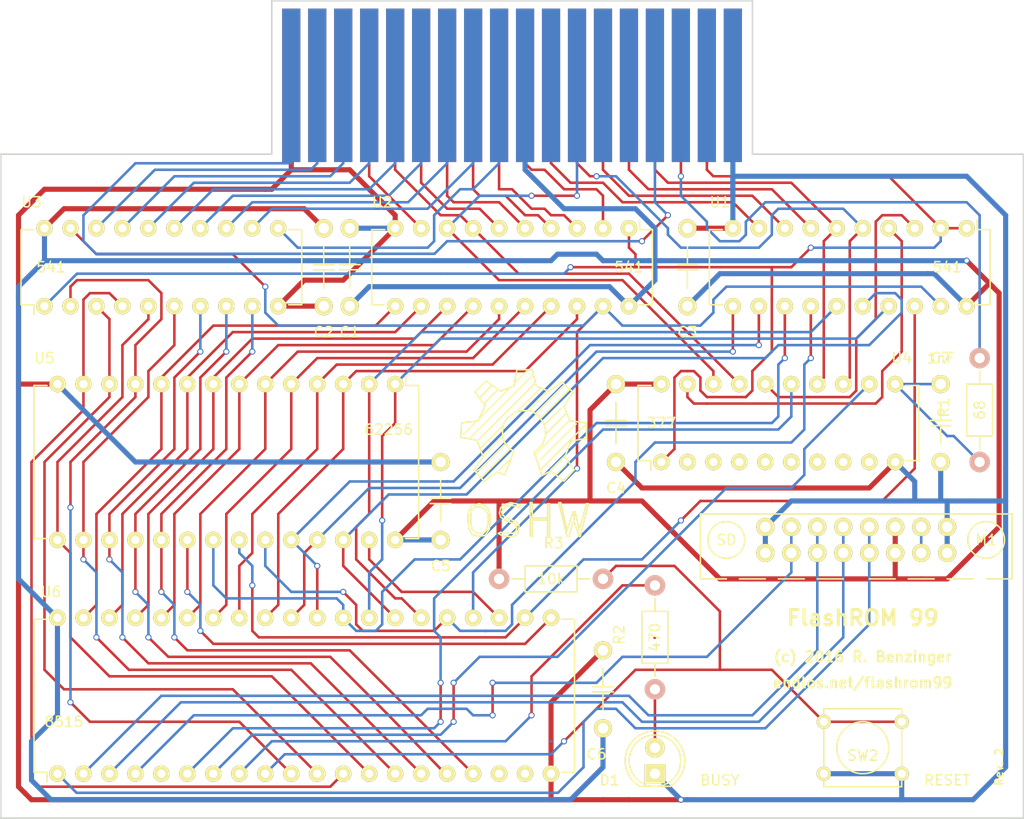
<source format=kicad_pcb>
(kicad_pcb (version 4) (host pcbnew 4.0.2+e4-6225~38~ubuntu14.04.1-stable)

  (general
    (links 141)
    (no_connects 0)
    (area 93.439999 32.294999 193.590001 112.365001)
    (thickness 1.6)
    (drawings 13)
    (tracks 794)
    (zones 0)
    (modules 21)
    (nets 86)
  )

  (page A4)
  (title_block
    (title "FlashROM 99 Cartridge")
    (date 2016-06-10)
    (rev 2)
    (company "Copyright (c) 2016 Ralph Benzinger")
    (comment 2 "Released as Open Source Hardware under CERN OHL 1.2 and GNU GPL 3 licenses")
    (comment 4 "A TI 99 cartridge that allows for running ROM images stored on an SD card")
  )

  (layers
    (0 F.Cu signal)
    (31 B.Cu signal)
    (32 B.Adhes user)
    (33 F.Adhes user)
    (34 B.Paste user)
    (35 F.Paste user)
    (36 B.SilkS user)
    (37 F.SilkS user)
    (38 B.Mask user)
    (39 F.Mask user)
    (40 Dwgs.User user)
    (41 Cmts.User user)
    (42 Eco1.User user)
    (43 Eco2.User user)
    (44 Edge.Cuts user)
    (45 Margin user)
    (46 B.CrtYd user)
    (47 F.CrtYd user)
    (48 B.Fab user)
    (49 F.Fab user)
  )

  (setup
    (last_trace_width 0.25)
    (trace_clearance 0.2)
    (zone_clearance 0.508)
    (zone_45_only no)
    (trace_min 0.2)
    (segment_width 0.2)
    (edge_width 0.15)
    (via_size 0.6)
    (via_drill 0.4)
    (via_min_size 0.4)
    (via_min_drill 0.3)
    (uvia_size 0.3)
    (uvia_drill 0.1)
    (uvias_allowed no)
    (uvia_min_size 0)
    (uvia_min_drill 0)
    (pcb_text_width 0.3)
    (pcb_text_size 1.5 1.5)
    (mod_edge_width 0.15)
    (mod_text_size 1 1)
    (mod_text_width 0.15)
    (pad_size 1.778 15)
    (pad_drill 0)
    (pad_to_mask_clearance 0.2)
    (aux_axis_origin 0 0)
    (grid_origin 92.075 31.75)
    (visible_elements FFFDFF7F)
    (pcbplotparams
      (layerselection 0x010e0_80000001)
      (usegerberextensions true)
      (excludeedgelayer true)
      (linewidth 0.100000)
      (plotframeref false)
      (viasonmask false)
      (mode 1)
      (useauxorigin false)
      (hpglpennumber 1)
      (hpglpenspeed 20)
      (hpglpendiameter 15)
      (hpglpenoverlay 2)
      (psnegative false)
      (psa4output false)
      (plotreference false)
      (plotvalue true)
      (plotinvisibletext true)
      (padsonsilk false)
      (subtractmaskfromsilk false)
      (outputformat 1)
      (mirror false)
      (drillshape 0)
      (scaleselection 1)
      (outputdirectory gerber/))
  )

  (net 0 "")
  (net 1 GND)
  (net 2 +5V)
  (net 3 "Net-(D1-Pad2)")
  (net 4 /D0)
  (net 5 /D1)
  (net 6 /D2)
  (net 7 /D3)
  (net 8 /D4)
  (net 9 /D5)
  (net 10 /D6)
  (net 11 /D7)
  (net 12 BUSE)
  (net 13 /A11)
  (net 14 /A12)
  (net 15 /A13)
  (net 16 /A14)
  (net 17 /A10)
  (net 18 /A9)
  (net 19 /A8)
  (net 20 /A7)
  (net 21 /A6)
  (net 22 /A5)
  (net 23 /A4)
  (net 24 /A3)
  (net 25 /A2)
  (net 26 /A1)
  (net 27 /A0)
  (net 28 "Net-(M1-Pad7)")
  (net 29 "Net-(P1-Pad33)")
  (net 30 "Net-(P1-Pad31)")
  (net 31 "Net-(P1-Pad1)")
  (net 32 "Net-(P1-Pad27)")
  (net 33 "Net-(P1-Pad25)")
  (net 34 "Net-(P1-Pad23)")
  (net 35 "Net-(P1-Pad21)")
  (net 36 "Net-(P1-Pad17)")
  (net 37 "Net-(P1-Pad15)")
  (net 38 "Net-(P1-Pad13)")
  (net 39 "Net-(P1-Pad11)")
  (net 40 "Net-(P1-Pad9)")
  (net 41 "Net-(P1-Pad7)")
  (net 42 "Net-(P1-Pad5)")
  (net 43 "Net-(P1-Pad3)")
  (net 44 "Net-(P1-Pad36)")
  (net 45 ROMS)
  (net 46 "Net-(P1-Pad30)")
  (net 47 "Net-(P1-Pad28)")
  (net 48 "Net-(P1-Pad26)")
  (net 49 "Net-(P1-Pad24)")
  (net 50 "Net-(P1-Pad22)")
  (net 51 "Net-(P1-Pad20)")
  (net 52 "Net-(P1-Pad18)")
  (net 53 "Net-(P1-Pad16)")
  (net 54 "Net-(P1-Pad14)")
  (net 55 "Net-(P1-Pad12)")
  (net 56 "Net-(P1-Pad10)")
  (net 57 "Net-(P1-Pad8)")
  (net 58 "Net-(P1-Pad6)")
  (net 59 "Net-(P1-Pad4)")
  (net 60 "Net-(U1-Pad3)")
  (net 61 "Net-(U1-Pad4)")
  (net 62 "Net-(U4-Pad2)")
  (net 63 "Net-(U4-Pad3)")
  (net 64 "Net-(U4-Pad4)")
  (net 65 "Net-(U4-Pad5)")
  (net 66 "Net-(U4-Pad6)")
  (net 67 "Net-(U4-Pad7)")
  (net 68 "Net-(U4-Pad8)")
  (net 69 "Net-(U4-Pad9)")
  (net 70 "Net-(C7-Pad1)")
  (net 71 "Net-(M1-Pad2)")
  (net 72 "Net-(M1-Pad3)")
  (net 73 "Net-(M1-Pad4)")
  (net 74 "Net-(M1-Pad5)")
  (net 75 "Net-(R2-Pad2)")
  (net 76 "Net-(R3-Pad2)")
  (net 77 "Net-(U1-Pad18)")
  (net 78 "Net-(U4-Pad12)")
  (net 79 "Net-(U4-Pad15)")
  (net 80 "Net-(U5-Pad20)")
  (net 81 "Net-(U5-Pad27)")
  (net 82 "Net-(U6-Pad5)")
  (net 83 "Net-(U6-Pad18)")
  (net 84 "Net-(U6-Pad19)")
  (net 85 "Net-(P1-Pad32)")

  (net_class Default "This is the default net class."
    (clearance 0.2)
    (trace_width 0.25)
    (via_dia 0.6)
    (via_drill 0.4)
    (uvia_dia 0.3)
    (uvia_drill 0.1)
    (add_net /A0)
    (add_net /A1)
    (add_net /A10)
    (add_net /A11)
    (add_net /A12)
    (add_net /A13)
    (add_net /A14)
    (add_net /A2)
    (add_net /A3)
    (add_net /A4)
    (add_net /A5)
    (add_net /A6)
    (add_net /A7)
    (add_net /A8)
    (add_net /A9)
    (add_net /D0)
    (add_net /D1)
    (add_net /D2)
    (add_net /D3)
    (add_net /D4)
    (add_net /D5)
    (add_net /D6)
    (add_net /D7)
    (add_net BUSE)
    (add_net "Net-(C7-Pad1)")
    (add_net "Net-(D1-Pad2)")
    (add_net "Net-(M1-Pad2)")
    (add_net "Net-(M1-Pad3)")
    (add_net "Net-(M1-Pad4)")
    (add_net "Net-(M1-Pad5)")
    (add_net "Net-(M1-Pad7)")
    (add_net "Net-(P1-Pad1)")
    (add_net "Net-(P1-Pad10)")
    (add_net "Net-(P1-Pad11)")
    (add_net "Net-(P1-Pad12)")
    (add_net "Net-(P1-Pad13)")
    (add_net "Net-(P1-Pad14)")
    (add_net "Net-(P1-Pad15)")
    (add_net "Net-(P1-Pad16)")
    (add_net "Net-(P1-Pad17)")
    (add_net "Net-(P1-Pad18)")
    (add_net "Net-(P1-Pad20)")
    (add_net "Net-(P1-Pad21)")
    (add_net "Net-(P1-Pad22)")
    (add_net "Net-(P1-Pad23)")
    (add_net "Net-(P1-Pad24)")
    (add_net "Net-(P1-Pad25)")
    (add_net "Net-(P1-Pad26)")
    (add_net "Net-(P1-Pad27)")
    (add_net "Net-(P1-Pad28)")
    (add_net "Net-(P1-Pad3)")
    (add_net "Net-(P1-Pad30)")
    (add_net "Net-(P1-Pad31)")
    (add_net "Net-(P1-Pad32)")
    (add_net "Net-(P1-Pad33)")
    (add_net "Net-(P1-Pad36)")
    (add_net "Net-(P1-Pad4)")
    (add_net "Net-(P1-Pad5)")
    (add_net "Net-(P1-Pad6)")
    (add_net "Net-(P1-Pad7)")
    (add_net "Net-(P1-Pad8)")
    (add_net "Net-(P1-Pad9)")
    (add_net "Net-(R2-Pad2)")
    (add_net "Net-(R3-Pad2)")
    (add_net "Net-(U1-Pad18)")
    (add_net "Net-(U1-Pad3)")
    (add_net "Net-(U1-Pad4)")
    (add_net "Net-(U4-Pad12)")
    (add_net "Net-(U4-Pad15)")
    (add_net "Net-(U4-Pad2)")
    (add_net "Net-(U4-Pad3)")
    (add_net "Net-(U4-Pad4)")
    (add_net "Net-(U4-Pad5)")
    (add_net "Net-(U4-Pad6)")
    (add_net "Net-(U4-Pad7)")
    (add_net "Net-(U4-Pad8)")
    (add_net "Net-(U4-Pad9)")
    (add_net "Net-(U5-Pad20)")
    (add_net "Net-(U5-Pad27)")
    (add_net "Net-(U6-Pad18)")
    (add_net "Net-(U6-Pad19)")
    (add_net "Net-(U6-Pad5)")
    (add_net ROMS)
  )

  (net_class Power ""
    (clearance 0.3)
    (trace_width 0.5)
    (via_dia 0.6)
    (via_drill 0.4)
    (uvia_dia 0.3)
    (uvia_drill 0.1)
    (add_net +5V)
    (add_net GND)
  )

  (module flashcart-footprints:SD_MODULE (layer F.Cu) (tedit 575A60AC) (tstamp 56F3C417)
    (at 161.925 82.55)
    (path /56F2ED6E)
    (fp_text reference M1 (at 27.94 2.54) (layer F.SilkS)
      (effects (font (size 1 1) (thickness 0.15)))
    )
    (fp_text value SD (at 2.54 2.54) (layer F.SilkS)
      (effects (font (size 1 1) (thickness 0.15)))
    )
    (fp_line (start 0 0) (end 0 6.35) (layer F.SilkS) (width 0.15))
    (fp_line (start 30.48 0) (end 30.48 6.35) (layer F.SilkS) (width 0.15))
    (fp_line (start 19.05 6.35) (end 16.51 6.35) (layer F.SilkS) (width 0.15))
    (fp_line (start 22.86 6.35) (end 20.32 6.35) (layer F.SilkS) (width 0.15))
    (fp_line (start 26.67 6.35) (end 24.13 6.35) (layer F.SilkS) (width 0.15))
    (fp_line (start 30.48 6.35) (end 27.94 6.35) (layer F.SilkS) (width 0.15))
    (fp_line (start 11.43 6.35) (end 13.97 6.35) (layer F.SilkS) (width 0.15))
    (fp_line (start 7.62 6.35) (end 10.16 6.35) (layer F.SilkS) (width 0.15))
    (fp_line (start 3.81 6.35) (end 6.35 6.35) (layer F.SilkS) (width 0.15))
    (fp_line (start 0 6.35) (end 2.54 6.35) (layer F.SilkS) (width 0.15))
    (fp_line (start 0 0) (end 30.48 0) (layer F.SilkS) (width 0.15))
    (fp_circle (center 27.94 2.54) (end 29.21 3.81) (layer F.SilkS) (width 0.15))
    (fp_circle (center 2.54 2.54) (end 3.81 3.81) (layer F.SilkS) (width 0.15))
    (pad 1 thru_hole circle (at 6.35 3.81) (size 1.778 1.778) (drill 1.016) (layers *.Cu *.Mask F.SilkS)
      (net 1 GND))
    (pad 2 thru_hole circle (at 8.89 3.81) (size 1.778 1.778) (drill 1.016) (layers *.Cu *.Mask F.SilkS)
      (net 71 "Net-(M1-Pad2)"))
    (pad 3 thru_hole circle (at 11.43 3.81) (size 1.778 1.778) (drill 1.016) (layers *.Cu *.Mask F.SilkS)
      (net 72 "Net-(M1-Pad3)"))
    (pad 4 thru_hole circle (at 13.97 3.81) (size 1.778 1.778) (drill 1.016) (layers *.Cu *.Mask F.SilkS)
      (net 73 "Net-(M1-Pad4)"))
    (pad 5 thru_hole circle (at 16.51 3.81) (size 1.778 1.778) (drill 1.016) (layers *.Cu *.Mask F.SilkS)
      (net 74 "Net-(M1-Pad5)"))
    (pad 6 thru_hole circle (at 19.05 3.81) (size 1.778 1.778) (drill 1.016) (layers *.Cu *.Mask F.SilkS)
      (net 2 +5V))
    (pad 7 thru_hole circle (at 21.59 3.81) (size 1.778 1.778) (drill 1.016) (layers *.Cu *.Mask F.SilkS)
      (net 28 "Net-(M1-Pad7)"))
    (pad 8 thru_hole circle (at 24.13 3.81) (size 1.778 1.778) (drill 1.016) (layers *.Cu *.Mask F.SilkS)
      (net 1 GND))
    (pad 8 thru_hole circle (at 24.13 1.27) (size 1.778 1.778) (drill 1.016) (layers *.Cu *.Mask F.SilkS)
      (net 1 GND))
    (pad 7 thru_hole circle (at 21.59 1.27) (size 1.778 1.778) (drill 1.016) (layers *.Cu *.Mask F.SilkS)
      (net 28 "Net-(M1-Pad7)"))
    (pad 6 thru_hole circle (at 19.05 1.27) (size 1.778 1.778) (drill 1.016) (layers *.Cu *.Mask F.SilkS)
      (net 2 +5V))
    (pad 5 thru_hole circle (at 16.51 1.27) (size 1.778 1.778) (drill 1.016) (layers *.Cu *.Mask F.SilkS)
      (net 74 "Net-(M1-Pad5)"))
    (pad 4 thru_hole circle (at 13.97 1.27) (size 1.778 1.778) (drill 1.016) (layers *.Cu *.Mask F.SilkS)
      (net 73 "Net-(M1-Pad4)"))
    (pad 3 thru_hole circle (at 11.43 1.27) (size 1.778 1.778) (drill 1.016) (layers *.Cu *.Mask F.SilkS)
      (net 72 "Net-(M1-Pad3)"))
    (pad 2 thru_hole circle (at 8.89 1.27) (size 1.778 1.778) (drill 1.016) (layers *.Cu *.Mask F.SilkS)
      (net 71 "Net-(M1-Pad2)"))
    (pad 1 thru_hole circle (at 6.35 1.27) (size 1.778 1.778) (drill 1.016) (layers *.Cu *.Mask F.SilkS)
      (net 1 GND))
  )

  (module Housings_DIP:DIP-40_W15.24mm (layer F.Cu) (tedit 575A6085) (tstamp 56F3C3FD)
    (at 99.06 107.95 90)
    (descr "40-lead dip package, row spacing 15.24 mm (600 mils)")
    (tags "dil dip 2.54 600")
    (path /56F03E27)
    (fp_text reference U6 (at 17.78 -0.635 180) (layer F.SilkS)
      (effects (font (size 1 1) (thickness 0.15)))
    )
    (fp_text value 8515 (at 5.08 0.635 180) (layer F.SilkS)
      (effects (font (size 1 1) (thickness 0.15)))
    )
    (fp_line (start -1.05 -2.45) (end -1.05 50.75) (layer F.CrtYd) (width 0.05))
    (fp_line (start 16.3 -2.45) (end 16.3 50.75) (layer F.CrtYd) (width 0.05))
    (fp_line (start -1.05 -2.45) (end 16.3 -2.45) (layer F.CrtYd) (width 0.05))
    (fp_line (start -1.05 50.75) (end 16.3 50.75) (layer F.CrtYd) (width 0.05))
    (fp_line (start 0.135 -2.295) (end 0.135 -1.025) (layer F.SilkS) (width 0.15))
    (fp_line (start 15.105 -2.295) (end 15.105 -1.025) (layer F.SilkS) (width 0.15))
    (fp_line (start 15.105 50.555) (end 15.105 49.285) (layer F.SilkS) (width 0.15))
    (fp_line (start 0.135 50.555) (end 0.135 49.285) (layer F.SilkS) (width 0.15))
    (fp_line (start 0.135 -2.295) (end 15.105 -2.295) (layer F.SilkS) (width 0.15))
    (fp_line (start 0.135 50.555) (end 15.105 50.555) (layer F.SilkS) (width 0.15))
    (fp_line (start 0.135 -1.025) (end -0.8 -1.025) (layer F.SilkS) (width 0.15))
    (pad 1 thru_hole oval (at 0 0 90) (size 1.6 1.6) (drill 0.8) (layers *.Cu *.Mask F.SilkS)
      (net 74 "Net-(M1-Pad5)"))
    (pad 2 thru_hole oval (at 0 2.54 90) (size 1.6 1.6) (drill 0.8) (layers *.Cu *.Mask F.SilkS)
      (net 72 "Net-(M1-Pad3)"))
    (pad 3 thru_hole oval (at 0 5.08 90) (size 1.6 1.6) (drill 0.8) (layers *.Cu *.Mask F.SilkS)
      (net 73 "Net-(M1-Pad4)"))
    (pad 4 thru_hole oval (at 0 7.62 90) (size 1.6 1.6) (drill 0.8) (layers *.Cu *.Mask F.SilkS)
      (net 71 "Net-(M1-Pad2)"))
    (pad 5 thru_hole oval (at 0 10.16 90) (size 1.6 1.6) (drill 0.8) (layers *.Cu *.Mask F.SilkS)
      (net 82 "Net-(U6-Pad5)"))
    (pad 6 thru_hole oval (at 0 12.7 90) (size 1.6 1.6) (drill 0.8) (layers *.Cu *.Mask F.SilkS)
      (net 79 "Net-(U4-Pad15)"))
    (pad 7 thru_hole oval (at 0 15.24 90) (size 1.6 1.6) (drill 0.8) (layers *.Cu *.Mask F.SilkS)
      (net 78 "Net-(U4-Pad12)"))
    (pad 8 thru_hole oval (at 0 17.78 90) (size 1.6 1.6) (drill 0.8) (layers *.Cu *.Mask F.SilkS)
      (net 75 "Net-(R2-Pad2)"))
    (pad 9 thru_hole oval (at 0 20.32 90) (size 1.6 1.6) (drill 0.8) (layers *.Cu *.Mask F.SilkS)
      (net 76 "Net-(R3-Pad2)"))
    (pad 10 thru_hole oval (at 0 22.86 90) (size 1.6 1.6) (drill 0.8) (layers *.Cu *.Mask F.SilkS)
      (net 4 /D0))
    (pad 11 thru_hole oval (at 0 25.4 90) (size 1.6 1.6) (drill 0.8) (layers *.Cu *.Mask F.SilkS)
      (net 5 /D1))
    (pad 12 thru_hole oval (at 0 27.94 90) (size 1.6 1.6) (drill 0.8) (layers *.Cu *.Mask F.SilkS)
      (net 6 /D2))
    (pad 13 thru_hole oval (at 0 30.48 90) (size 1.6 1.6) (drill 0.8) (layers *.Cu *.Mask F.SilkS)
      (net 7 /D3))
    (pad 14 thru_hole oval (at 0 33.02 90) (size 1.6 1.6) (drill 0.8) (layers *.Cu *.Mask F.SilkS)
      (net 8 /D4))
    (pad 15 thru_hole oval (at 0 35.56 90) (size 1.6 1.6) (drill 0.8) (layers *.Cu *.Mask F.SilkS)
      (net 9 /D5))
    (pad 16 thru_hole oval (at 0 38.1 90) (size 1.6 1.6) (drill 0.8) (layers *.Cu *.Mask F.SilkS)
      (net 10 /D6))
    (pad 17 thru_hole oval (at 0 40.64 90) (size 1.6 1.6) (drill 0.8) (layers *.Cu *.Mask F.SilkS)
      (net 11 /D7))
    (pad 18 thru_hole oval (at 0 43.18 90) (size 1.6 1.6) (drill 0.8) (layers *.Cu *.Mask F.SilkS)
      (net 83 "Net-(U6-Pad18)"))
    (pad 19 thru_hole oval (at 0 45.72 90) (size 1.6 1.6) (drill 0.8) (layers *.Cu *.Mask F.SilkS)
      (net 84 "Net-(U6-Pad19)"))
    (pad 20 thru_hole oval (at 0 48.26 90) (size 1.6 1.6) (drill 0.8) (layers *.Cu *.Mask F.SilkS)
      (net 1 GND))
    (pad 21 thru_hole oval (at 15.24 48.26 90) (size 1.6 1.6) (drill 0.8) (layers *.Cu *.Mask F.SilkS)
      (net 80 "Net-(U5-Pad20)"))
    (pad 22 thru_hole oval (at 15.24 45.72 90) (size 1.6 1.6) (drill 0.8) (layers *.Cu *.Mask F.SilkS)
      (net 77 "Net-(U1-Pad18)"))
    (pad 23 thru_hole oval (at 15.24 43.18 90) (size 1.6 1.6) (drill 0.8) (layers *.Cu *.Mask F.SilkS)
      (net 81 "Net-(U5-Pad27)"))
    (pad 24 thru_hole oval (at 15.24 40.64 90) (size 1.6 1.6) (drill 0.8) (layers *.Cu *.Mask F.SilkS)
      (net 12 BUSE))
    (pad 25 thru_hole oval (at 15.24 38.1 90) (size 1.6 1.6) (drill 0.8) (layers *.Cu *.Mask F.SilkS)
      (net 13 /A11))
    (pad 26 thru_hole oval (at 15.24 35.56 90) (size 1.6 1.6) (drill 0.8) (layers *.Cu *.Mask F.SilkS)
      (net 14 /A12))
    (pad 27 thru_hole oval (at 15.24 33.02 90) (size 1.6 1.6) (drill 0.8) (layers *.Cu *.Mask F.SilkS)
      (net 15 /A13))
    (pad 28 thru_hole oval (at 15.24 30.48 90) (size 1.6 1.6) (drill 0.8) (layers *.Cu *.Mask F.SilkS)
      (net 16 /A14))
    (pad 29 thru_hole oval (at 15.24 27.94 90) (size 1.6 1.6) (drill 0.8) (layers *.Cu *.Mask F.SilkS)
      (net 17 /A10))
    (pad 30 thru_hole oval (at 15.24 25.4 90) (size 1.6 1.6) (drill 0.8) (layers *.Cu *.Mask F.SilkS)
      (net 18 /A9))
    (pad 31 thru_hole oval (at 15.24 22.86 90) (size 1.6 1.6) (drill 0.8) (layers *.Cu *.Mask F.SilkS)
      (net 19 /A8))
    (pad 32 thru_hole oval (at 15.24 20.32 90) (size 1.6 1.6) (drill 0.8) (layers *.Cu *.Mask F.SilkS)
      (net 20 /A7))
    (pad 33 thru_hole oval (at 15.24 17.78 90) (size 1.6 1.6) (drill 0.8) (layers *.Cu *.Mask F.SilkS)
      (net 21 /A6))
    (pad 34 thru_hole oval (at 15.24 15.24 90) (size 1.6 1.6) (drill 0.8) (layers *.Cu *.Mask F.SilkS)
      (net 22 /A5))
    (pad 35 thru_hole oval (at 15.24 12.7 90) (size 1.6 1.6) (drill 0.8) (layers *.Cu *.Mask F.SilkS)
      (net 23 /A4))
    (pad 36 thru_hole oval (at 15.24 10.16 90) (size 1.6 1.6) (drill 0.8) (layers *.Cu *.Mask F.SilkS)
      (net 24 /A3))
    (pad 37 thru_hole oval (at 15.24 7.62 90) (size 1.6 1.6) (drill 0.8) (layers *.Cu *.Mask F.SilkS)
      (net 25 /A2))
    (pad 38 thru_hole oval (at 15.24 5.08 90) (size 1.6 1.6) (drill 0.8) (layers *.Cu *.Mask F.SilkS)
      (net 26 /A1))
    (pad 39 thru_hole oval (at 15.24 2.54 90) (size 1.6 1.6) (drill 0.8) (layers *.Cu *.Mask F.SilkS)
      (net 27 /A0))
    (pad 40 thru_hole oval (at 15.24 0 90) (size 1.6 1.6) (drill 0.8) (layers *.Cu *.Mask F.SilkS)
      (net 2 +5V))
    (model Housings_DIP.3dshapes/DIP-40_W15.24mm.wrl
      (at (xyz 0 0 0))
      (scale (xyz 1 1 1))
      (rotate (xyz 0 0 0))
    )
  )

  (module Housings_DIP:DIP-20_W7.62mm (layer F.Cu) (tedit 575A60A0) (tstamp 56F3C4B9)
    (at 158.115 77.47 90)
    (descr "20-lead dip package, row spacing 7.62 mm (300 mils)")
    (tags "dil dip 2.54 300")
    (path /56F0376D)
    (fp_text reference U4 (at 10.16 23.495 180) (layer F.SilkS)
      (effects (font (size 1 1) (thickness 0.15)))
    )
    (fp_text value 377 (at 3.81 0 180) (layer F.SilkS)
      (effects (font (size 1 1) (thickness 0.15)))
    )
    (fp_line (start -1.05 -2.45) (end -1.05 25.35) (layer F.CrtYd) (width 0.05))
    (fp_line (start 8.65 -2.45) (end 8.65 25.35) (layer F.CrtYd) (width 0.05))
    (fp_line (start -1.05 -2.45) (end 8.65 -2.45) (layer F.CrtYd) (width 0.05))
    (fp_line (start -1.05 25.35) (end 8.65 25.35) (layer F.CrtYd) (width 0.05))
    (fp_line (start 0.135 -2.295) (end 0.135 -1.025) (layer F.SilkS) (width 0.15))
    (fp_line (start 7.485 -2.295) (end 7.485 -1.025) (layer F.SilkS) (width 0.15))
    (fp_line (start 7.485 25.155) (end 7.485 23.885) (layer F.SilkS) (width 0.15))
    (fp_line (start 0.135 25.155) (end 0.135 23.885) (layer F.SilkS) (width 0.15))
    (fp_line (start 0.135 -2.295) (end 7.485 -2.295) (layer F.SilkS) (width 0.15))
    (fp_line (start 0.135 25.155) (end 7.485 25.155) (layer F.SilkS) (width 0.15))
    (fp_line (start 0.135 -1.025) (end -0.8 -1.025) (layer F.SilkS) (width 0.15))
    (pad 1 thru_hole oval (at 0 0 90) (size 1.6 1.6) (drill 0.8) (layers *.Cu *.Mask F.SilkS)
      (net 45 ROMS))
    (pad 2 thru_hole oval (at 0 2.54 90) (size 1.6 1.6) (drill 0.8) (layers *.Cu *.Mask F.SilkS)
      (net 62 "Net-(U4-Pad2)"))
    (pad 3 thru_hole oval (at 0 5.08 90) (size 1.6 1.6) (drill 0.8) (layers *.Cu *.Mask F.SilkS)
      (net 63 "Net-(U4-Pad3)"))
    (pad 4 thru_hole oval (at 0 7.62 90) (size 1.6 1.6) (drill 0.8) (layers *.Cu *.Mask F.SilkS)
      (net 64 "Net-(U4-Pad4)"))
    (pad 5 thru_hole oval (at 0 10.16 90) (size 1.6 1.6) (drill 0.8) (layers *.Cu *.Mask F.SilkS)
      (net 65 "Net-(U4-Pad5)"))
    (pad 6 thru_hole oval (at 0 12.7 90) (size 1.6 1.6) (drill 0.8) (layers *.Cu *.Mask F.SilkS)
      (net 66 "Net-(U4-Pad6)"))
    (pad 7 thru_hole oval (at 0 15.24 90) (size 1.6 1.6) (drill 0.8) (layers *.Cu *.Mask F.SilkS)
      (net 67 "Net-(U4-Pad7)"))
    (pad 8 thru_hole oval (at 0 17.78 90) (size 1.6 1.6) (drill 0.8) (layers *.Cu *.Mask F.SilkS)
      (net 68 "Net-(U4-Pad8)"))
    (pad 9 thru_hole oval (at 0 20.32 90) (size 1.6 1.6) (drill 0.8) (layers *.Cu *.Mask F.SilkS)
      (net 69 "Net-(U4-Pad9)"))
    (pad 10 thru_hole oval (at 0 22.86 90) (size 1.6 1.6) (drill 0.8) (layers *.Cu *.Mask F.SilkS)
      (net 1 GND))
    (pad 11 thru_hole oval (at 7.62 22.86 90) (size 1.6 1.6) (drill 0.8) (layers *.Cu *.Mask F.SilkS)
      (net 70 "Net-(C7-Pad1)"))
    (pad 12 thru_hole oval (at 7.62 20.32 90) (size 1.6 1.6) (drill 0.8) (layers *.Cu *.Mask F.SilkS)
      (net 78 "Net-(U4-Pad12)"))
    (pad 13 thru_hole oval (at 7.62 17.78 90) (size 1.6 1.6) (drill 0.8) (layers *.Cu *.Mask F.SilkS)
      (net 49 "Net-(P1-Pad24)"))
    (pad 14 thru_hole oval (at 7.62 15.24 90) (size 1.6 1.6) (drill 0.8) (layers *.Cu *.Mask F.SilkS)
      (net 46 "Net-(P1-Pad30)"))
    (pad 15 thru_hole oval (at 7.62 12.7 90) (size 1.6 1.6) (drill 0.8) (layers *.Cu *.Mask F.SilkS)
      (net 79 "Net-(U4-Pad15)"))
    (pad 16 thru_hole oval (at 7.62 10.16 90) (size 1.6 1.6) (drill 0.8) (layers *.Cu *.Mask F.SilkS)
      (net 60 "Net-(U1-Pad3)"))
    (pad 17 thru_hole oval (at 7.62 7.62 90) (size 1.6 1.6) (drill 0.8) (layers *.Cu *.Mask F.SilkS)
      (net 56 "Net-(P1-Pad10)"))
    (pad 18 thru_hole oval (at 7.62 5.08 90) (size 1.6 1.6) (drill 0.8) (layers *.Cu *.Mask F.SilkS)
      (net 34 "Net-(P1-Pad23)"))
    (pad 19 thru_hole oval (at 7.62 2.54 90) (size 1.6 1.6) (drill 0.8) (layers *.Cu *.Mask F.SilkS)
      (net 61 "Net-(U1-Pad4)"))
    (pad 20 thru_hole oval (at 7.62 0 90) (size 1.6 1.6) (drill 0.8) (layers *.Cu *.Mask F.SilkS)
      (net 2 +5V))
    (model Housings_DIP.3dshapes/DIP-20_W7.62mm.wrl
      (at (xyz 0 0 0))
      (scale (xyz 1 1 1))
      (rotate (xyz 0 0 0))
    )
  )

  (module flashcart-footprints:C_C (layer F.Cu) (tedit 57069E5D) (tstamp 56F3CB32)
    (at 125.095 62.23 90)
    (path /56F4C7E9)
    (fp_text reference C1 (at -2.54 2.54 180) (layer F.SilkS)
      (effects (font (size 1 1) (thickness 0.15)))
    )
    (fp_text value 100nF (at 3.81 -2.54 90) (layer F.Fab) hide
      (effects (font (size 1 1) (thickness 0.15)))
    )
    (fp_line (start 4.064 -1.016) (end 4.064 1.016) (layer F.SilkS) (width 0.15))
    (fp_line (start 3.556 -1.016) (end 3.556 0.762) (layer F.SilkS) (width 0.15))
    (fp_line (start 3.556 0.762) (end 3.556 1.016) (layer F.SilkS) (width 0.15))
    (fp_line (start 4.064 0) (end 5.842 0) (layer F.SilkS) (width 0.15))
    (fp_line (start 1.778 0) (end 3.556 0) (layer F.SilkS) (width 0.15))
    (pad 2 thru_hole circle (at 7.62 0 90) (size 1.778 1.778) (drill 1.016) (layers *.Cu *.Mask F.SilkS)
      (net 2 +5V))
    (pad 1 thru_hole circle (at 0 0 90) (size 1.778 1.778) (drill 1.016) (layers *.Cu *.Mask F.SilkS)
      (net 1 GND))
  )

  (module Housings_DIP:DIP-20_W7.62mm (layer F.Cu) (tedit 575A6096) (tstamp 56F3C489)
    (at 154.94 54.61 270)
    (descr "20-lead dip package, row spacing 7.62 mm (300 mils)")
    (tags "dil dip 2.54 300")
    (path /56F04657)
    (fp_text reference U2 (at -2.54 24.13 360) (layer F.SilkS)
      (effects (font (size 1 1) (thickness 0.15)))
    )
    (fp_text value 541 (at 3.81 0 360) (layer F.SilkS)
      (effects (font (size 1 1) (thickness 0.15)))
    )
    (fp_line (start -1.05 -2.45) (end -1.05 25.35) (layer F.CrtYd) (width 0.05))
    (fp_line (start 8.65 -2.45) (end 8.65 25.35) (layer F.CrtYd) (width 0.05))
    (fp_line (start -1.05 -2.45) (end 8.65 -2.45) (layer F.CrtYd) (width 0.05))
    (fp_line (start -1.05 25.35) (end 8.65 25.35) (layer F.CrtYd) (width 0.05))
    (fp_line (start 0.135 -2.295) (end 0.135 -1.025) (layer F.SilkS) (width 0.15))
    (fp_line (start 7.485 -2.295) (end 7.485 -1.025) (layer F.SilkS) (width 0.15))
    (fp_line (start 7.485 25.155) (end 7.485 23.885) (layer F.SilkS) (width 0.15))
    (fp_line (start 0.135 25.155) (end 0.135 23.885) (layer F.SilkS) (width 0.15))
    (fp_line (start 0.135 -2.295) (end 7.485 -2.295) (layer F.SilkS) (width 0.15))
    (fp_line (start 0.135 25.155) (end 7.485 25.155) (layer F.SilkS) (width 0.15))
    (fp_line (start 0.135 -1.025) (end -0.8 -1.025) (layer F.SilkS) (width 0.15))
    (pad 1 thru_hole oval (at 0 0 270) (size 1.6 1.6) (drill 0.8) (layers *.Cu *.Mask F.SilkS)
      (net 45 ROMS))
    (pad 2 thru_hole oval (at 0 2.54 270) (size 1.6 1.6) (drill 0.8) (layers *.Cu *.Mask F.SilkS)
      (net 51 "Net-(P1-Pad20)"))
    (pad 3 thru_hole oval (at 0 5.08 270) (size 1.6 1.6) (drill 0.8) (layers *.Cu *.Mask F.SilkS)
      (net 52 "Net-(P1-Pad18)"))
    (pad 4 thru_hole oval (at 0 7.62 270) (size 1.6 1.6) (drill 0.8) (layers *.Cu *.Mask F.SilkS)
      (net 53 "Net-(P1-Pad16)"))
    (pad 5 thru_hole oval (at 0 10.16 270) (size 1.6 1.6) (drill 0.8) (layers *.Cu *.Mask F.SilkS)
      (net 54 "Net-(P1-Pad14)"))
    (pad 6 thru_hole oval (at 0 12.7 270) (size 1.6 1.6) (drill 0.8) (layers *.Cu *.Mask F.SilkS)
      (net 55 "Net-(P1-Pad12)"))
    (pad 7 thru_hole oval (at 0 15.24 270) (size 1.6 1.6) (drill 0.8) (layers *.Cu *.Mask F.SilkS)
      (net 56 "Net-(P1-Pad10)"))
    (pad 8 thru_hole oval (at 0 17.78 270) (size 1.6 1.6) (drill 0.8) (layers *.Cu *.Mask F.SilkS)
      (net 34 "Net-(P1-Pad23)"))
    (pad 9 thru_hole oval (at 0 20.32 270) (size 1.6 1.6) (drill 0.8) (layers *.Cu *.Mask F.SilkS)
      (net 57 "Net-(P1-Pad8)"))
    (pad 10 thru_hole oval (at 0 22.86 270) (size 1.6 1.6) (drill 0.8) (layers *.Cu *.Mask F.SilkS)
      (net 1 GND))
    (pad 11 thru_hole oval (at 7.62 22.86 270) (size 1.6 1.6) (drill 0.8) (layers *.Cu *.Mask F.SilkS)
      (net 27 /A0))
    (pad 12 thru_hole oval (at 7.62 20.32 270) (size 1.6 1.6) (drill 0.8) (layers *.Cu *.Mask F.SilkS)
      (net 26 /A1))
    (pad 13 thru_hole oval (at 7.62 17.78 270) (size 1.6 1.6) (drill 0.8) (layers *.Cu *.Mask F.SilkS)
      (net 25 /A2))
    (pad 14 thru_hole oval (at 7.62 15.24 270) (size 1.6 1.6) (drill 0.8) (layers *.Cu *.Mask F.SilkS)
      (net 24 /A3))
    (pad 15 thru_hole oval (at 7.62 12.7 270) (size 1.6 1.6) (drill 0.8) (layers *.Cu *.Mask F.SilkS)
      (net 23 /A4))
    (pad 16 thru_hole oval (at 7.62 10.16 270) (size 1.6 1.6) (drill 0.8) (layers *.Cu *.Mask F.SilkS)
      (net 22 /A5))
    (pad 17 thru_hole oval (at 7.62 7.62 270) (size 1.6 1.6) (drill 0.8) (layers *.Cu *.Mask F.SilkS)
      (net 21 /A6))
    (pad 18 thru_hole oval (at 7.62 5.08 270) (size 1.6 1.6) (drill 0.8) (layers *.Cu *.Mask F.SilkS)
      (net 20 /A7))
    (pad 19 thru_hole oval (at 7.62 2.54 270) (size 1.6 1.6) (drill 0.8) (layers *.Cu *.Mask F.SilkS)
      (net 12 BUSE))
    (pad 20 thru_hole oval (at 7.62 0 270) (size 1.6 1.6) (drill 0.8) (layers *.Cu *.Mask F.SilkS)
      (net 2 +5V))
    (model Housings_DIP.3dshapes/DIP-20_W7.62mm.wrl
      (at (xyz 0 0 0))
      (scale (xyz 1 1 1))
      (rotate (xyz 0 0 0))
    )
  )

  (module LEDs:LED-5MM (layer F.Cu) (tedit 575A60D7) (tstamp 56F3C3D1)
    (at 157.48 107.95 90)
    (descr "LED 5mm round vertical")
    (tags "LED 5mm round vertical")
    (path /56F10F39)
    (fp_text reference D1 (at -0.635 -4.445 180) (layer F.SilkS)
      (effects (font (size 1 1) (thickness 0.15)))
    )
    (fp_text value BUSY (at -0.635 6.35 180) (layer F.SilkS)
      (effects (font (size 1 1) (thickness 0.15)))
    )
    (fp_line (start -1.5 -1.55) (end -1.5 1.55) (layer F.CrtYd) (width 0.05))
    (fp_arc (start 1.3 0) (end -1.5 1.55) (angle -302) (layer F.CrtYd) (width 0.05))
    (fp_arc (start 1.27 0) (end -1.23 -1.5) (angle 297.5) (layer F.SilkS) (width 0.15))
    (fp_line (start -1.23 1.5) (end -1.23 -1.5) (layer F.SilkS) (width 0.15))
    (fp_circle (center 1.27 0) (end 0.97 -2.5) (layer F.SilkS) (width 0.15))
    (fp_text user K (at -1.905 1.905 90) (layer F.SilkS) hide
      (effects (font (size 1 1) (thickness 0.15)))
    )
    (pad 1 thru_hole rect (at 0 0 180) (size 2 1.9) (drill 1.00076) (layers *.Cu *.Mask F.SilkS)
      (net 1 GND))
    (pad 2 thru_hole circle (at 2.54 0 90) (size 1.9 1.9) (drill 1.00076) (layers *.Cu *.Mask F.SilkS)
      (net 3 "Net-(D1-Pad2)"))
    (model LEDs.3dshapes/LED-5MM.wrl
      (at (xyz 0.05 0 0))
      (scale (xyz 1 1 1))
      (rotate (xyz 0 0 90))
    )
  )

  (module flashcart-footprints:BUS_CART (layer F.Cu) (tedit 575A61E2) (tstamp 56F3C43F)
    (at 120.65 33.02)
    (descr "Connecteur Bus AT ISA 16 bits")
    (tags "CONN BUS ISA")
    (path /56F04052)
    (fp_text reference P1 (at 22.86 17.78) (layer F.SilkS) hide
      (effects (font (size 1 1) (thickness 0.15)))
    )
    (fp_text value CONN_02X18 (at 24.13 -2.54) (layer F.Fab) hide
      (effects (font (size 1 1) (thickness 0.15)))
    )
    (pad 35 connect rect (at 44.45 7.62) (size 1.778 15) (layers B.Cu B.Mask)
      (net 1 GND))
    (pad 33 connect rect (at 41.91 7.62) (size 1.778 15) (layers B.Cu B.Mask)
      (net 29 "Net-(P1-Pad33)"))
    (pad 31 connect rect (at 39.37 7.62) (size 1.778 15) (layers B.Cu B.Mask)
      (net 30 "Net-(P1-Pad31)"))
    (pad 29 connect rect (at 36.83 7.62) (size 1.778 15) (layers B.Cu B.Mask)
      (net 31 "Net-(P1-Pad1)"))
    (pad 27 connect rect (at 34.29 7.62) (size 1.778 15) (layers B.Cu B.Mask)
      (net 32 "Net-(P1-Pad27)"))
    (pad 25 connect rect (at 31.75 7.62) (size 1.778 15) (layers B.Cu B.Mask)
      (net 33 "Net-(P1-Pad25)"))
    (pad 23 connect rect (at 29.21 7.62) (size 1.778 15) (layers B.Cu B.Mask)
      (net 34 "Net-(P1-Pad23)"))
    (pad 21 connect rect (at 26.67 7.62) (size 1.778 15) (layers B.Cu B.Mask)
      (net 35 "Net-(P1-Pad21)"))
    (pad 19 connect rect (at 24.13 7.62) (size 1.778 15) (layers B.Cu B.Mask)
      (net 2 +5V))
    (pad 17 connect rect (at 21.59 7.62) (size 1.778 15) (layers B.Cu B.Mask)
      (net 36 "Net-(P1-Pad17)"))
    (pad 15 connect rect (at 19.05 7.62) (size 1.778 15) (layers B.Cu B.Mask)
      (net 37 "Net-(P1-Pad15)"))
    (pad 13 connect rect (at 16.51 7.62) (size 1.778 15) (layers B.Cu B.Mask)
      (net 38 "Net-(P1-Pad13)"))
    (pad 11 connect rect (at 13.97 7.62) (size 1.778 15) (layers B.Cu B.Mask)
      (net 39 "Net-(P1-Pad11)"))
    (pad 9 connect rect (at 11.43 7.62) (size 1.778 15) (layers B.Cu B.Mask)
      (net 40 "Net-(P1-Pad9)"))
    (pad 7 connect rect (at 8.89 7.62) (size 1.778 15) (layers B.Cu B.Mask)
      (net 41 "Net-(P1-Pad7)"))
    (pad 5 connect rect (at 6.35 7.62) (size 1.778 15) (layers B.Cu B.Mask)
      (net 42 "Net-(P1-Pad5)"))
    (pad 3 connect rect (at 3.81 7.62) (size 1.778 15) (layers B.Cu B.Mask)
      (net 43 "Net-(P1-Pad3)"))
    (pad 1 connect rect (at 1.27 7.62) (size 1.778 15) (layers B.Cu B.Mask)
      (net 31 "Net-(P1-Pad1)"))
    (pad 36 connect rect (at 44.45 7.62) (size 1.778 15) (layers F.Cu F.Mask)
      (net 44 "Net-(P1-Pad36)"))
    (pad 34 connect rect (at 41.91 7.62) (size 1.778 15) (layers F.Cu F.Mask)
      (net 45 ROMS))
    (pad 32 connect rect (at 39.37 7.62) (size 1.778 15) (layers F.Cu F.Mask)
      (net 85 "Net-(P1-Pad32)"))
    (pad 30 connect rect (at 36.83 7.62) (size 1.778 15) (layers F.Cu F.Mask)
      (net 46 "Net-(P1-Pad30)"))
    (pad 28 connect rect (at 34.29 7.62) (size 1.778 15) (layers F.Cu F.Mask)
      (net 47 "Net-(P1-Pad28)"))
    (pad 26 connect rect (at 31.75 7.62) (size 1.778 15) (layers F.Cu F.Mask)
      (net 48 "Net-(P1-Pad26)"))
    (pad 24 connect rect (at 29.21 7.62) (size 1.778 15) (layers F.Cu F.Mask)
      (net 49 "Net-(P1-Pad24)"))
    (pad 22 connect rect (at 26.67 7.62) (size 1.778 15) (layers F.Cu F.Mask)
      (net 50 "Net-(P1-Pad22)"))
    (pad 20 connect rect (at 24.13 7.62) (size 1.778 15) (layers F.Cu F.Mask)
      (net 51 "Net-(P1-Pad20)"))
    (pad 18 connect rect (at 21.59 7.62) (size 1.778 15) (layers F.Cu F.Mask)
      (net 52 "Net-(P1-Pad18)"))
    (pad 16 connect rect (at 19.05 7.62) (size 1.778 15) (layers F.Cu F.Mask)
      (net 53 "Net-(P1-Pad16)"))
    (pad 14 connect rect (at 16.51 7.62) (size 1.778 15) (layers F.Cu F.Mask)
      (net 54 "Net-(P1-Pad14)"))
    (pad 12 connect rect (at 13.97 7.62) (size 1.778 15) (layers F.Cu F.Mask)
      (net 55 "Net-(P1-Pad12)"))
    (pad 10 connect rect (at 11.43 7.62) (size 1.778 15) (layers F.Cu F.Mask)
      (net 56 "Net-(P1-Pad10)"))
    (pad 8 connect rect (at 8.89 7.62) (size 1.778 15) (layers F.Cu F.Mask)
      (net 57 "Net-(P1-Pad8)"))
    (pad 6 connect rect (at 6.35 7.62) (size 1.778 15) (layers F.Cu F.Mask)
      (net 58 "Net-(P1-Pad6)"))
    (pad 4 connect rect (at 3.81 7.62) (size 1.778 15) (layers F.Cu F.Mask)
      (net 59 "Net-(P1-Pad4)"))
    (pad 2 connect rect (at 1.27 7.62) (size 1.778 15) (layers F.Cu F.Mask)
      (net 1 GND))
  )

  (module Buttons_Switches_ThroughHole:SW_PUSH_SMALL (layer F.Cu) (tedit 575A60CF) (tstamp 56F3C459)
    (at 177.8 105.41 180)
    (path /56F1077C)
    (fp_text reference SW2 (at 0 -0.762 180) (layer F.SilkS)
      (effects (font (size 1 1) (thickness 0.15)))
    )
    (fp_text value RESET (at -8.255 -3.175 180) (layer F.SilkS)
      (effects (font (size 1 1) (thickness 0.15)))
    )
    (fp_circle (center 0 0) (end 0 -2.54) (layer F.SilkS) (width 0.15))
    (fp_line (start -3.81 -3.81) (end 3.81 -3.81) (layer F.SilkS) (width 0.15))
    (fp_line (start 3.81 -3.81) (end 3.81 3.81) (layer F.SilkS) (width 0.15))
    (fp_line (start 3.81 3.81) (end -3.81 3.81) (layer F.SilkS) (width 0.15))
    (fp_line (start -3.81 -3.81) (end -3.81 3.81) (layer F.SilkS) (width 0.15))
    (pad 1 thru_hole circle (at 3.81 -2.54 180) (size 1.397 1.397) (drill 0.8128) (layers *.Cu *.Mask F.SilkS)
      (net 1 GND))
    (pad 2 thru_hole circle (at 3.81 2.54 180) (size 1.397 1.397) (drill 0.8128) (layers *.Cu *.Mask F.SilkS)
      (net 76 "Net-(R3-Pad2)"))
    (pad 1 thru_hole circle (at -3.81 -2.54 180) (size 1.397 1.397) (drill 0.8128) (layers *.Cu *.Mask F.SilkS)
      (net 1 GND))
    (pad 2 thru_hole circle (at -3.81 2.54 180) (size 1.397 1.397) (drill 0.8128) (layers *.Cu *.Mask F.SilkS)
      (net 76 "Net-(R3-Pad2)"))
  )

  (module Housings_DIP:DIP-20_W7.62mm (layer F.Cu) (tedit 575A609B) (tstamp 56F3C471)
    (at 187.96 54.61 270)
    (descr "20-lead dip package, row spacing 7.62 mm (300 mils)")
    (tags "dil dip 2.54 300")
    (path /56F045EB)
    (fp_text reference U1 (at -2.54 24.13 360) (layer F.SilkS)
      (effects (font (size 1 1) (thickness 0.15)))
    )
    (fp_text value 541 (at 3.81 1.905 360) (layer F.SilkS)
      (effects (font (size 1 1) (thickness 0.15)))
    )
    (fp_line (start -1.05 -2.45) (end -1.05 25.35) (layer F.CrtYd) (width 0.05))
    (fp_line (start 8.65 -2.45) (end 8.65 25.35) (layer F.CrtYd) (width 0.05))
    (fp_line (start -1.05 -2.45) (end 8.65 -2.45) (layer F.CrtYd) (width 0.05))
    (fp_line (start -1.05 25.35) (end 8.65 25.35) (layer F.CrtYd) (width 0.05))
    (fp_line (start 0.135 -2.295) (end 0.135 -1.025) (layer F.SilkS) (width 0.15))
    (fp_line (start 7.485 -2.295) (end 7.485 -1.025) (layer F.SilkS) (width 0.15))
    (fp_line (start 7.485 25.155) (end 7.485 23.885) (layer F.SilkS) (width 0.15))
    (fp_line (start 0.135 25.155) (end 0.135 23.885) (layer F.SilkS) (width 0.15))
    (fp_line (start 0.135 -2.295) (end 7.485 -2.295) (layer F.SilkS) (width 0.15))
    (fp_line (start 0.135 25.155) (end 7.485 25.155) (layer F.SilkS) (width 0.15))
    (fp_line (start 0.135 -1.025) (end -0.8 -1.025) (layer F.SilkS) (width 0.15))
    (pad 1 thru_hole oval (at 0 0 270) (size 1.6 1.6) (drill 0.8) (layers *.Cu *.Mask F.SilkS)
      (net 45 ROMS))
    (pad 2 thru_hole oval (at 0 2.54 270) (size 1.6 1.6) (drill 0.8) (layers *.Cu *.Mask F.SilkS)
      (net 45 ROMS))
    (pad 3 thru_hole oval (at 0 5.08 270) (size 1.6 1.6) (drill 0.8) (layers *.Cu *.Mask F.SilkS)
      (net 60 "Net-(U1-Pad3)"))
    (pad 4 thru_hole oval (at 0 7.62 270) (size 1.6 1.6) (drill 0.8) (layers *.Cu *.Mask F.SilkS)
      (net 61 "Net-(U1-Pad4)"))
    (pad 5 thru_hole oval (at 0 10.16 270) (size 1.6 1.6) (drill 0.8) (layers *.Cu *.Mask F.SilkS)
      (net 49 "Net-(P1-Pad24)"))
    (pad 6 thru_hole oval (at 0 12.7 270) (size 1.6 1.6) (drill 0.8) (layers *.Cu *.Mask F.SilkS)
      (net 46 "Net-(P1-Pad30)"))
    (pad 7 thru_hole oval (at 0 15.24 270) (size 1.6 1.6) (drill 0.8) (layers *.Cu *.Mask F.SilkS)
      (net 47 "Net-(P1-Pad28)"))
    (pad 8 thru_hole oval (at 0 17.78 270) (size 1.6 1.6) (drill 0.8) (layers *.Cu *.Mask F.SilkS)
      (net 48 "Net-(P1-Pad26)"))
    (pad 9 thru_hole oval (at 0 20.32 270) (size 1.6 1.6) (drill 0.8) (layers *.Cu *.Mask F.SilkS)
      (net 50 "Net-(P1-Pad22)"))
    (pad 10 thru_hole oval (at 0 22.86 270) (size 1.6 1.6) (drill 0.8) (layers *.Cu *.Mask F.SilkS)
      (net 1 GND))
    (pad 11 thru_hole oval (at 7.62 22.86 270) (size 1.6 1.6) (drill 0.8) (layers *.Cu *.Mask F.SilkS)
      (net 19 /A8))
    (pad 12 thru_hole oval (at 7.62 20.32 270) (size 1.6 1.6) (drill 0.8) (layers *.Cu *.Mask F.SilkS)
      (net 18 /A9))
    (pad 13 thru_hole oval (at 7.62 17.78 270) (size 1.6 1.6) (drill 0.8) (layers *.Cu *.Mask F.SilkS)
      (net 17 /A10))
    (pad 14 thru_hole oval (at 7.62 15.24 270) (size 1.6 1.6) (drill 0.8) (layers *.Cu *.Mask F.SilkS)
      (net 13 /A11))
    (pad 15 thru_hole oval (at 7.62 12.7 270) (size 1.6 1.6) (drill 0.8) (layers *.Cu *.Mask F.SilkS)
      (net 14 /A12))
    (pad 16 thru_hole oval (at 7.62 10.16 270) (size 1.6 1.6) (drill 0.8) (layers *.Cu *.Mask F.SilkS)
      (net 15 /A13))
    (pad 17 thru_hole oval (at 7.62 7.62 270) (size 1.6 1.6) (drill 0.8) (layers *.Cu *.Mask F.SilkS)
      (net 16 /A14))
    (pad 18 thru_hole oval (at 7.62 5.08 270) (size 1.6 1.6) (drill 0.8) (layers *.Cu *.Mask F.SilkS)
      (net 77 "Net-(U1-Pad18)"))
    (pad 19 thru_hole oval (at 7.62 2.54 270) (size 1.6 1.6) (drill 0.8) (layers *.Cu *.Mask F.SilkS)
      (net 12 BUSE))
    (pad 20 thru_hole oval (at 7.62 0 270) (size 1.6 1.6) (drill 0.8) (layers *.Cu *.Mask F.SilkS)
      (net 2 +5V))
    (model Housings_DIP.3dshapes/DIP-20_W7.62mm.wrl
      (at (xyz 0 0 0))
      (scale (xyz 1 1 1))
      (rotate (xyz 0 0 0))
    )
  )

  (module Housings_DIP:DIP-20_W7.62mm (layer F.Cu) (tedit 575A608F) (tstamp 56F3C4A1)
    (at 97.79 62.23 90)
    (descr "20-lead dip package, row spacing 7.62 mm (300 mils)")
    (tags "dil dip 2.54 300")
    (path /56F046A7)
    (fp_text reference U3 (at 10.16 -1.27 180) (layer F.SilkS)
      (effects (font (size 1 1) (thickness 0.15)))
    )
    (fp_text value 541 (at 3.81 0.635 180) (layer F.SilkS)
      (effects (font (size 1 1) (thickness 0.15)))
    )
    (fp_line (start -1.05 -2.45) (end -1.05 25.35) (layer F.CrtYd) (width 0.05))
    (fp_line (start 8.65 -2.45) (end 8.65 25.35) (layer F.CrtYd) (width 0.05))
    (fp_line (start -1.05 -2.45) (end 8.65 -2.45) (layer F.CrtYd) (width 0.05))
    (fp_line (start -1.05 25.35) (end 8.65 25.35) (layer F.CrtYd) (width 0.05))
    (fp_line (start 0.135 -2.295) (end 0.135 -1.025) (layer F.SilkS) (width 0.15))
    (fp_line (start 7.485 -2.295) (end 7.485 -1.025) (layer F.SilkS) (width 0.15))
    (fp_line (start 7.485 25.155) (end 7.485 23.885) (layer F.SilkS) (width 0.15))
    (fp_line (start 0.135 25.155) (end 0.135 23.885) (layer F.SilkS) (width 0.15))
    (fp_line (start 0.135 -2.295) (end 7.485 -2.295) (layer F.SilkS) (width 0.15))
    (fp_line (start 0.135 25.155) (end 7.485 25.155) (layer F.SilkS) (width 0.15))
    (fp_line (start 0.135 -1.025) (end -0.8 -1.025) (layer F.SilkS) (width 0.15))
    (pad 1 thru_hole oval (at 0 0 90) (size 1.6 1.6) (drill 0.8) (layers *.Cu *.Mask F.SilkS)
      (net 45 ROMS))
    (pad 2 thru_hole oval (at 0 2.54 90) (size 1.6 1.6) (drill 0.8) (layers *.Cu *.Mask F.SilkS)
      (net 4 /D0))
    (pad 3 thru_hole oval (at 0 5.08 90) (size 1.6 1.6) (drill 0.8) (layers *.Cu *.Mask F.SilkS)
      (net 5 /D1))
    (pad 4 thru_hole oval (at 0 7.62 90) (size 1.6 1.6) (drill 0.8) (layers *.Cu *.Mask F.SilkS)
      (net 6 /D2))
    (pad 5 thru_hole oval (at 0 10.16 90) (size 1.6 1.6) (drill 0.8) (layers *.Cu *.Mask F.SilkS)
      (net 7 /D3))
    (pad 6 thru_hole oval (at 0 12.7 90) (size 1.6 1.6) (drill 0.8) (layers *.Cu *.Mask F.SilkS)
      (net 8 /D4))
    (pad 7 thru_hole oval (at 0 15.24 90) (size 1.6 1.6) (drill 0.8) (layers *.Cu *.Mask F.SilkS)
      (net 9 /D5))
    (pad 8 thru_hole oval (at 0 17.78 90) (size 1.6 1.6) (drill 0.8) (layers *.Cu *.Mask F.SilkS)
      (net 10 /D6))
    (pad 9 thru_hole oval (at 0 20.32 90) (size 1.6 1.6) (drill 0.8) (layers *.Cu *.Mask F.SilkS)
      (net 11 /D7))
    (pad 10 thru_hole oval (at 0 22.86 90) (size 1.6 1.6) (drill 0.8) (layers *.Cu *.Mask F.SilkS)
      (net 1 GND))
    (pad 11 thru_hole oval (at 7.62 22.86 90) (size 1.6 1.6) (drill 0.8) (layers *.Cu *.Mask F.SilkS)
      (net 36 "Net-(P1-Pad17)"))
    (pad 12 thru_hole oval (at 7.62 20.32 90) (size 1.6 1.6) (drill 0.8) (layers *.Cu *.Mask F.SilkS)
      (net 37 "Net-(P1-Pad15)"))
    (pad 13 thru_hole oval (at 7.62 17.78 90) (size 1.6 1.6) (drill 0.8) (layers *.Cu *.Mask F.SilkS)
      (net 38 "Net-(P1-Pad13)"))
    (pad 14 thru_hole oval (at 7.62 15.24 90) (size 1.6 1.6) (drill 0.8) (layers *.Cu *.Mask F.SilkS)
      (net 39 "Net-(P1-Pad11)"))
    (pad 15 thru_hole oval (at 7.62 12.7 90) (size 1.6 1.6) (drill 0.8) (layers *.Cu *.Mask F.SilkS)
      (net 40 "Net-(P1-Pad9)"))
    (pad 16 thru_hole oval (at 7.62 10.16 90) (size 1.6 1.6) (drill 0.8) (layers *.Cu *.Mask F.SilkS)
      (net 41 "Net-(P1-Pad7)"))
    (pad 17 thru_hole oval (at 7.62 7.62 90) (size 1.6 1.6) (drill 0.8) (layers *.Cu *.Mask F.SilkS)
      (net 42 "Net-(P1-Pad5)"))
    (pad 18 thru_hole oval (at 7.62 5.08 90) (size 1.6 1.6) (drill 0.8) (layers *.Cu *.Mask F.SilkS)
      (net 43 "Net-(P1-Pad3)"))
    (pad 19 thru_hole oval (at 7.62 2.54 90) (size 1.6 1.6) (drill 0.8) (layers *.Cu *.Mask F.SilkS)
      (net 12 BUSE))
    (pad 20 thru_hole oval (at 7.62 0 90) (size 1.6 1.6) (drill 0.8) (layers *.Cu *.Mask F.SilkS)
      (net 2 +5V))
    (model Housings_DIP.3dshapes/DIP-20_W7.62mm.wrl
      (at (xyz 0 0 0))
      (scale (xyz 1 1 1))
      (rotate (xyz 0 0 0))
    )
  )

  (module Housings_DIP:DIP-28_W15.24mm (layer F.Cu) (tedit 574B478E) (tstamp 56F3C4D9)
    (at 132.08 69.85 270)
    (descr "28-lead dip package, row spacing 15.24 mm (600 mils)")
    (tags "dil dip 2.54 600")
    (path /56F03DAA)
    (fp_text reference U5 (at -2.54 34.29 360) (layer F.SilkS)
      (effects (font (size 1 1) (thickness 0.15)))
    )
    (fp_text value 62256 (at 4.445 0.635 360) (layer F.SilkS)
      (effects (font (size 1 1) (thickness 0.15)))
    )
    (fp_line (start -1.05 -2.45) (end -1.05 35.5) (layer F.CrtYd) (width 0.05))
    (fp_line (start 16.3 -2.45) (end 16.3 35.5) (layer F.CrtYd) (width 0.05))
    (fp_line (start -1.05 -2.45) (end 16.3 -2.45) (layer F.CrtYd) (width 0.05))
    (fp_line (start -1.05 35.5) (end 16.3 35.5) (layer F.CrtYd) (width 0.05))
    (fp_line (start 0.135 -2.295) (end 0.135 -1.025) (layer F.SilkS) (width 0.15))
    (fp_line (start 15.105 -2.295) (end 15.105 -1.025) (layer F.SilkS) (width 0.15))
    (fp_line (start 15.105 35.315) (end 15.105 34.045) (layer F.SilkS) (width 0.15))
    (fp_line (start 0.135 35.315) (end 0.135 34.045) (layer F.SilkS) (width 0.15))
    (fp_line (start 0.135 -2.295) (end 15.105 -2.295) (layer F.SilkS) (width 0.15))
    (fp_line (start 0.135 35.315) (end 15.105 35.315) (layer F.SilkS) (width 0.15))
    (fp_line (start 0.135 -1.025) (end -0.8 -1.025) (layer F.SilkS) (width 0.15))
    (pad 1 thru_hole oval (at 0 0 270) (size 1.6 1.6) (drill 0.8) (layers *.Cu *.Mask F.SilkS)
      (net 16 /A14))
    (pad 2 thru_hole oval (at 0 2.54 270) (size 1.6 1.6) (drill 0.8) (layers *.Cu *.Mask F.SilkS)
      (net 14 /A12))
    (pad 3 thru_hole oval (at 0 5.08 270) (size 1.6 1.6) (drill 0.8) (layers *.Cu *.Mask F.SilkS)
      (net 20 /A7))
    (pad 4 thru_hole oval (at 0 7.62 270) (size 1.6 1.6) (drill 0.8) (layers *.Cu *.Mask F.SilkS)
      (net 21 /A6))
    (pad 5 thru_hole oval (at 0 10.16 270) (size 1.6 1.6) (drill 0.8) (layers *.Cu *.Mask F.SilkS)
      (net 22 /A5))
    (pad 6 thru_hole oval (at 0 12.7 270) (size 1.6 1.6) (drill 0.8) (layers *.Cu *.Mask F.SilkS)
      (net 23 /A4))
    (pad 7 thru_hole oval (at 0 15.24 270) (size 1.6 1.6) (drill 0.8) (layers *.Cu *.Mask F.SilkS)
      (net 24 /A3))
    (pad 8 thru_hole oval (at 0 17.78 270) (size 1.6 1.6) (drill 0.8) (layers *.Cu *.Mask F.SilkS)
      (net 25 /A2))
    (pad 9 thru_hole oval (at 0 20.32 270) (size 1.6 1.6) (drill 0.8) (layers *.Cu *.Mask F.SilkS)
      (net 26 /A1))
    (pad 10 thru_hole oval (at 0 22.86 270) (size 1.6 1.6) (drill 0.8) (layers *.Cu *.Mask F.SilkS)
      (net 27 /A0))
    (pad 11 thru_hole oval (at 0 25.4 270) (size 1.6 1.6) (drill 0.8) (layers *.Cu *.Mask F.SilkS)
      (net 4 /D0))
    (pad 12 thru_hole oval (at 0 27.94 270) (size 1.6 1.6) (drill 0.8) (layers *.Cu *.Mask F.SilkS)
      (net 5 /D1))
    (pad 13 thru_hole oval (at 0 30.48 270) (size 1.6 1.6) (drill 0.8) (layers *.Cu *.Mask F.SilkS)
      (net 6 /D2))
    (pad 14 thru_hole oval (at 0 33.02 270) (size 1.6 1.6) (drill 0.8) (layers *.Cu *.Mask F.SilkS)
      (net 1 GND))
    (pad 15 thru_hole oval (at 15.24 33.02 270) (size 1.6 1.6) (drill 0.8) (layers *.Cu *.Mask F.SilkS)
      (net 7 /D3))
    (pad 16 thru_hole oval (at 15.24 30.48 270) (size 1.6 1.6) (drill 0.8) (layers *.Cu *.Mask F.SilkS)
      (net 8 /D4))
    (pad 17 thru_hole oval (at 15.24 27.94 270) (size 1.6 1.6) (drill 0.8) (layers *.Cu *.Mask F.SilkS)
      (net 9 /D5))
    (pad 18 thru_hole oval (at 15.24 25.4 270) (size 1.6 1.6) (drill 0.8) (layers *.Cu *.Mask F.SilkS)
      (net 10 /D6))
    (pad 19 thru_hole oval (at 15.24 22.86 270) (size 1.6 1.6) (drill 0.8) (layers *.Cu *.Mask F.SilkS)
      (net 11 /D7))
    (pad 20 thru_hole oval (at 15.24 20.32 270) (size 1.6 1.6) (drill 0.8) (layers *.Cu *.Mask F.SilkS)
      (net 80 "Net-(U5-Pad20)"))
    (pad 21 thru_hole oval (at 15.24 17.78 270) (size 1.6 1.6) (drill 0.8) (layers *.Cu *.Mask F.SilkS)
      (net 17 /A10))
    (pad 22 thru_hole oval (at 15.24 15.24 270) (size 1.6 1.6) (drill 0.8) (layers *.Cu *.Mask F.SilkS)
      (net 77 "Net-(U1-Pad18)"))
    (pad 23 thru_hole oval (at 15.24 12.7 270) (size 1.6 1.6) (drill 0.8) (layers *.Cu *.Mask F.SilkS)
      (net 13 /A11))
    (pad 24 thru_hole oval (at 15.24 10.16 270) (size 1.6 1.6) (drill 0.8) (layers *.Cu *.Mask F.SilkS)
      (net 18 /A9))
    (pad 25 thru_hole oval (at 15.24 7.62 270) (size 1.6 1.6) (drill 0.8) (layers *.Cu *.Mask F.SilkS)
      (net 19 /A8))
    (pad 26 thru_hole oval (at 15.24 5.08 270) (size 1.6 1.6) (drill 0.8) (layers *.Cu *.Mask F.SilkS)
      (net 15 /A13))
    (pad 27 thru_hole oval (at 15.24 2.54 270) (size 1.6 1.6) (drill 0.8) (layers *.Cu *.Mask F.SilkS)
      (net 81 "Net-(U5-Pad27)"))
    (pad 28 thru_hole oval (at 15.24 0 270) (size 1.6 1.6) (drill 0.8) (layers *.Cu *.Mask F.SilkS)
      (net 2 +5V))
    (model Housings_DIP.3dshapes/DIP-28_W15.24mm.wrl
      (at (xyz 0 0 0))
      (scale (xyz 1 1 1))
      (rotate (xyz 0 0 0))
    )
  )

  (module flashcart-footprints:C_C (layer F.Cu) (tedit 57069E57) (tstamp 56F3CB3C)
    (at 127.635 54.61 270)
    (path /56F4CEB3)
    (fp_text reference C2 (at 10.16 2.54 360) (layer F.SilkS)
      (effects (font (size 1 1) (thickness 0.15)))
    )
    (fp_text value 100nF (at 3.81 -2.54 270) (layer F.Fab) hide
      (effects (font (size 1 1) (thickness 0.15)))
    )
    (fp_line (start 4.064 -1.016) (end 4.064 1.016) (layer F.SilkS) (width 0.15))
    (fp_line (start 3.556 -1.016) (end 3.556 0.762) (layer F.SilkS) (width 0.15))
    (fp_line (start 3.556 0.762) (end 3.556 1.016) (layer F.SilkS) (width 0.15))
    (fp_line (start 4.064 0) (end 5.842 0) (layer F.SilkS) (width 0.15))
    (fp_line (start 1.778 0) (end 3.556 0) (layer F.SilkS) (width 0.15))
    (pad 2 thru_hole circle (at 7.62 0 270) (size 1.778 1.778) (drill 1.016) (layers *.Cu *.Mask F.SilkS)
      (net 2 +5V))
    (pad 1 thru_hole circle (at 0 0 270) (size 1.778 1.778) (drill 1.016) (layers *.Cu *.Mask F.SilkS)
      (net 1 GND))
  )

  (module flashcart-footprints:C_C (layer F.Cu) (tedit 57069E4F) (tstamp 56F3CB46)
    (at 160.655 54.61 270)
    (path /56F4D871)
    (fp_text reference C3 (at 10.16 0 360) (layer F.SilkS)
      (effects (font (size 1 1) (thickness 0.15)))
    )
    (fp_text value 100nF (at 3.81 -2.54 270) (layer F.Fab) hide
      (effects (font (size 1 1) (thickness 0.15)))
    )
    (fp_line (start 4.064 -1.016) (end 4.064 1.016) (layer F.SilkS) (width 0.15))
    (fp_line (start 3.556 -1.016) (end 3.556 0.762) (layer F.SilkS) (width 0.15))
    (fp_line (start 3.556 0.762) (end 3.556 1.016) (layer F.SilkS) (width 0.15))
    (fp_line (start 4.064 0) (end 5.842 0) (layer F.SilkS) (width 0.15))
    (fp_line (start 1.778 0) (end 3.556 0) (layer F.SilkS) (width 0.15))
    (pad 2 thru_hole circle (at 7.62 0 270) (size 1.778 1.778) (drill 1.016) (layers *.Cu *.Mask F.SilkS)
      (net 2 +5V))
    (pad 1 thru_hole circle (at 0 0 270) (size 1.778 1.778) (drill 1.016) (layers *.Cu *.Mask F.SilkS)
      (net 1 GND))
  )

  (module flashcart-footprints:C_C (layer F.Cu) (tedit 57069E48) (tstamp 56F3CB50)
    (at 153.67 77.47 90)
    (path /56F4CBFE)
    (fp_text reference C4 (at -2.54 0 180) (layer F.SilkS)
      (effects (font (size 1 1) (thickness 0.15)))
    )
    (fp_text value 100nF (at 3.81 -2.54 90) (layer F.Fab) hide
      (effects (font (size 1 1) (thickness 0.15)))
    )
    (fp_line (start 4.064 -1.016) (end 4.064 1.016) (layer F.SilkS) (width 0.15))
    (fp_line (start 3.556 -1.016) (end 3.556 0.762) (layer F.SilkS) (width 0.15))
    (fp_line (start 3.556 0.762) (end 3.556 1.016) (layer F.SilkS) (width 0.15))
    (fp_line (start 4.064 0) (end 5.842 0) (layer F.SilkS) (width 0.15))
    (fp_line (start 1.778 0) (end 3.556 0) (layer F.SilkS) (width 0.15))
    (pad 2 thru_hole circle (at 7.62 0 90) (size 1.778 1.778) (drill 1.016) (layers *.Cu *.Mask F.SilkS)
      (net 2 +5V))
    (pad 1 thru_hole circle (at 0 0 90) (size 1.778 1.778) (drill 1.016) (layers *.Cu *.Mask F.SilkS)
      (net 1 GND))
  )

  (module flashcart-footprints:C_C (layer F.Cu) (tedit 57069DBF) (tstamp 56F3CB5A)
    (at 136.525 77.47 270)
    (path /56F4DE9B)
    (fp_text reference C5 (at 10.16 0 360) (layer F.SilkS)
      (effects (font (size 1 1) (thickness 0.15)))
    )
    (fp_text value 100nF (at -4.445 0 270) (layer F.Fab) hide
      (effects (font (size 1 1) (thickness 0.15)))
    )
    (fp_line (start 4.064 -1.016) (end 4.064 1.016) (layer F.SilkS) (width 0.15))
    (fp_line (start 3.556 -1.016) (end 3.556 0.762) (layer F.SilkS) (width 0.15))
    (fp_line (start 3.556 0.762) (end 3.556 1.016) (layer F.SilkS) (width 0.15))
    (fp_line (start 4.064 0) (end 5.842 0) (layer F.SilkS) (width 0.15))
    (fp_line (start 1.778 0) (end 3.556 0) (layer F.SilkS) (width 0.15))
    (pad 2 thru_hole circle (at 7.62 0 270) (size 1.778 1.778) (drill 1.016) (layers *.Cu *.Mask F.SilkS)
      (net 2 +5V))
    (pad 1 thru_hole circle (at 0 0 270) (size 1.778 1.778) (drill 1.016) (layers *.Cu *.Mask F.SilkS)
      (net 1 GND))
  )

  (module flashcart-footprints:C_C (layer F.Cu) (tedit 57069DCA) (tstamp 56F3CB64)
    (at 152.4 95.885 270)
    (path /56F50BE8)
    (fp_text reference C6 (at 10.16 0.635 360) (layer F.SilkS)
      (effects (font (size 1 1) (thickness 0.15)))
    )
    (fp_text value 100nF (at -2.54 -0.635 360) (layer F.Fab) hide
      (effects (font (size 1 1) (thickness 0.15)))
    )
    (fp_line (start 4.064 -1.016) (end 4.064 1.016) (layer F.SilkS) (width 0.15))
    (fp_line (start 3.556 -1.016) (end 3.556 0.762) (layer F.SilkS) (width 0.15))
    (fp_line (start 3.556 0.762) (end 3.556 1.016) (layer F.SilkS) (width 0.15))
    (fp_line (start 4.064 0) (end 5.842 0) (layer F.SilkS) (width 0.15))
    (fp_line (start 1.778 0) (end 3.556 0) (layer F.SilkS) (width 0.15))
    (pad 2 thru_hole circle (at 7.62 0 270) (size 1.778 1.778) (drill 1.016) (layers *.Cu *.Mask F.SilkS)
      (net 2 +5V))
    (pad 1 thru_hole circle (at 0 0 270) (size 1.778 1.778) (drill 1.016) (layers *.Cu *.Mask F.SilkS)
      (net 1 GND))
  )

  (module flashcart-footprints:C_C (layer F.Cu) (tedit 574B477F) (tstamp 56F3CB6E)
    (at 185.42 69.85 270)
    (path /56F0F561)
    (fp_text reference C7 (at -2.54 0 360) (layer F.SilkS)
      (effects (font (size 1 1) (thickness 0.15)))
    )
    (fp_text value 1nF (at -2.54 0 360) (layer F.SilkS)
      (effects (font (size 1 1) (thickness 0.15)))
    )
    (fp_line (start 4.064 -1.016) (end 4.064 1.016) (layer F.SilkS) (width 0.15))
    (fp_line (start 3.556 -1.016) (end 3.556 0.762) (layer F.SilkS) (width 0.15))
    (fp_line (start 3.556 0.762) (end 3.556 1.016) (layer F.SilkS) (width 0.15))
    (fp_line (start 4.064 0) (end 5.842 0) (layer F.SilkS) (width 0.15))
    (fp_line (start 1.778 0) (end 3.556 0) (layer F.SilkS) (width 0.15))
    (pad 2 thru_hole circle (at 7.62 0 270) (size 1.778 1.778) (drill 1.016) (layers *.Cu *.Mask F.SilkS)
      (net 1 GND))
    (pad 1 thru_hole circle (at 0 0 270) (size 1.778 1.778) (drill 1.016) (layers *.Cu *.Mask F.SilkS)
      (net 70 "Net-(C7-Pad1)"))
  )

  (module Symbols:Symbol_OSHW-Logo_SilkScreen_BIG (layer F.Cu) (tedit 57068403) (tstamp 57026C88)
    (at 144.78 55.245)
    (descr "Symbol, OSHW-Logo, Silk Screen, BIG")
    (tags "Symbol, OSHW-Logo, Silk Screen, BIG")
    (fp_text reference REF** (at -0.29972 11.50112) (layer F.SilkS) hide
      (effects (font (size 1 1) (thickness 0.15)))
    )
    (fp_text value OSHW (at 0.29972 32.10052) (layer F.Fab) hide
      (effects (font (size 1 1) (thickness 0.15)))
    )
    (fp_line (start 0.50038 14.00048) (end -5.40004 19.9009) (layer F.SilkS) (width 0.15))
    (fp_line (start -5.10032 18.60042) (end -4.59994 18.10004) (layer F.SilkS) (width 0.15))
    (fp_line (start -0.50038 17.00022) (end -0.8001 17.29994) (layer F.SilkS) (width 0.15))
    (fp_line (start -2.49936 19.99996) (end -2.30124 19.7993) (layer F.SilkS) (width 0.15))
    (fp_line (start -3.50012 15.00124) (end -3.29946 14.80058) (layer F.SilkS) (width 0.15))
    (fp_line (start -4.0005 15.49908) (end -4.39928 15.9004) (layer F.SilkS) (width 0.15))
    (fp_line (start -2.99974 15.49908) (end -2.70002 15.19936) (layer F.SilkS) (width 0.15))
    (fp_line (start -1.99898 15.49908) (end -1.50114 15.00124) (layer F.SilkS) (width 0.15))
    (fp_line (start 0 13.5001) (end 0.20066 13.29944) (layer F.SilkS) (width 0.15))
    (fp_line (start 0.50038 14.00048) (end 0.8001 13.70076) (layer F.SilkS) (width 0.15))
    (fp_line (start 0.50038 15.00124) (end 1.00076 14.50086) (layer F.SilkS) (width 0.15))
    (fp_line (start 1.99898 15.49908) (end 2.10058 15.40002) (layer F.SilkS) (width 0.15))
    (fp_line (start 1.00076 15.49908) (end 1.39954 15.1003) (layer F.SilkS) (width 0.15))
    (fp_line (start 3.50012 15.00124) (end 3.79984 14.69898) (layer F.SilkS) (width 0.15))
    (fp_line (start 4.0005 15.49908) (end 4.30022 15.19936) (layer F.SilkS) (width 0.15))
    (fp_line (start -4.0005 20.50034) (end -4.30022 20.80006) (layer F.SilkS) (width 0.15))
    (fp_line (start -2.49936 18.9992) (end -2.19964 18.69948) (layer F.SilkS) (width 0.15))
    (fp_line (start -4.59994 22.9997) (end -4.8006 23.20036) (layer F.SilkS) (width 0.15))
    (fp_line (start -2.49936 21.00072) (end -1.99898 20.50034) (layer F.SilkS) (width 0.15))
    (fp_line (start -4.0005 23.50008) (end -4.20116 23.70074) (layer F.SilkS) (width 0.15))
    (fp_line (start -1.99898 21.5011) (end -1.50114 21.00072) (layer F.SilkS) (width 0.15))
    (fp_line (start -1.99898 22.49932) (end -1.6002 22.10054) (layer F.SilkS) (width 0.15))
    (fp_line (start 3.50012 18.00098) (end 4.0005 17.5006) (layer F.SilkS) (width 0.15))
    (fp_line (start 4.0005 18.49882) (end 4.30022 18.1991) (layer F.SilkS) (width 0.15))
    (fp_line (start 3.50012 21.99894) (end 3.8989 21.60016) (layer F.SilkS) (width 0.15))
    (fp_line (start 5.4991 18.9992) (end 5.90042 18.60042) (layer F.SilkS) (width 0.15))
    (fp_line (start 4.0005 22.49932) (end 2.99974 23.50008) (layer F.SilkS) (width 0.15))
    (fp_line (start 3.50012 21.99894) (end 2.49936 22.9997) (layer F.SilkS) (width 0.15))
    (fp_line (start 5.4991 18.9992) (end 1.50114 22.9997) (layer F.SilkS) (width 0.15))
    (fp_line (start 5.00126 18.49882) (end 1.50114 21.99894) (layer F.SilkS) (width 0.15))
    (fp_line (start 4.0005 18.49882) (end 1.00076 21.5011) (layer F.SilkS) (width 0.15))
    (fp_line (start -1.99898 22.49932) (end -2.49936 22.9997) (layer F.SilkS) (width 0.15))
    (fp_line (start -1.99898 21.5011) (end -4.0005 23.50008) (layer F.SilkS) (width 0.15))
    (fp_line (start -2.49936 21.00072) (end -4.50088 22.9997) (layer F.SilkS) (width 0.15))
    (fp_line (start -2.49936 19.99996) (end -4.0005 21.5011) (layer F.SilkS) (width 0.15))
    (fp_line (start -2.49936 18.9992) (end -4.0005 20.50034) (layer F.SilkS) (width 0.15))
    (fp_line (start 0 13.5001) (end -1.00076 14.50086) (layer F.SilkS) (width 0.15))
    (fp_line (start -3.50012 15.00124) (end -4.0005 15.49908) (layer F.SilkS) (width 0.15))
    (fp_line (start -2.99974 15.49908) (end -4.0005 16.49984) (layer F.SilkS) (width 0.15))
    (fp_line (start -5.00126 18.49882) (end -5.99948 19.49958) (layer F.SilkS) (width 0.15))
    (fp_line (start -1.99898 15.49908) (end -4.50088 18.00098) (layer F.SilkS) (width 0.15))
    (fp_line (start 0.50038 15.00124) (end -4.50088 19.99996) (layer F.SilkS) (width 0.15))
    (fp_line (start 3.50012 18.00098) (end 1.99898 19.49958) (layer F.SilkS) (width 0.15))
    (fp_line (start 3.50012 17.00022) (end 1.99898 18.49882) (layer F.SilkS) (width 0.15))
    (fp_line (start 1.00076 15.49908) (end -0.50038 17.00022) (layer F.SilkS) (width 0.15))
    (fp_line (start 4.0005 15.49908) (end 1.50114 18.00098) (layer F.SilkS) (width 0.15))
    (fp_line (start 3.50012 15.00124) (end 1.00076 17.5006) (layer F.SilkS) (width 0.15))
    (fp_line (start 1.99898 15.49908) (end 0.50038 17.00022) (layer F.SilkS) (width 0.15))
    (fp_line (start 4.8006 27.29992) (end 4.8006 27.89936) (layer F.SilkS) (width 0.15))
    (fp_line (start 3.29946 26.2001) (end 4.09956 29.49956) (layer F.SilkS) (width 0.15))
    (fp_line (start 4.09956 29.49956) (end 4.30022 29.49956) (layer F.SilkS) (width 0.15))
    (fp_line (start 4.30022 29.49956) (end 4.699 28.10002) (layer F.SilkS) (width 0.15))
    (fp_line (start 4.699 28.10002) (end 4.8006 28.10002) (layer F.SilkS) (width 0.15))
    (fp_line (start 4.8006 28.10002) (end 5.30098 29.49956) (layer F.SilkS) (width 0.15))
    (fp_line (start 5.30098 29.49956) (end 5.40004 29.49956) (layer F.SilkS) (width 0.15))
    (fp_line (start 5.40004 29.49956) (end 6.20014 26.29916) (layer F.SilkS) (width 0.15))
    (fp_line (start 6.20014 26.29916) (end 5.99948 26.29916) (layer F.SilkS) (width 0.15))
    (fp_line (start 5.99948 26.29916) (end 5.30098 28.90012) (layer F.SilkS) (width 0.15))
    (fp_line (start 5.30098 28.90012) (end 4.89966 27.09926) (layer F.SilkS) (width 0.15))
    (fp_line (start 4.89966 27.09926) (end 4.699 27.09926) (layer F.SilkS) (width 0.15))
    (fp_line (start 4.699 27.09926) (end 4.09956 28.90012) (layer F.SilkS) (width 0.15))
    (fp_line (start 4.09956 28.90012) (end 3.50012 26.2001) (layer F.SilkS) (width 0.15))
    (fp_line (start 3.50012 26.2001) (end 3.29946 26.2001) (layer F.SilkS) (width 0.15))
    (fp_line (start 0.59944 27.70124) (end 2.10058 27.70124) (layer F.SilkS) (width 0.15))
    (fp_line (start 2.10058 27.70124) (end 2.10058 27.89936) (layer F.SilkS) (width 0.15))
    (fp_line (start 2.10058 27.89936) (end 0.70104 27.89936) (layer F.SilkS) (width 0.15))
    (fp_line (start 2.19964 26.29916) (end 2.19964 29.49956) (layer F.SilkS) (width 0.15))
    (fp_line (start 2.19964 29.49956) (end 2.4003 29.49956) (layer F.SilkS) (width 0.15))
    (fp_line (start 2.4003 29.49956) (end 2.4003 26.29916) (layer F.SilkS) (width 0.15))
    (fp_line (start 2.4003 26.29916) (end 2.19964 26.29916) (layer F.SilkS) (width 0.15))
    (fp_line (start 0.70104 26.2001) (end 0.59944 26.2001) (layer F.SilkS) (width 0.15))
    (fp_line (start 0.50038 26.2001) (end 0.50038 29.49956) (layer F.SilkS) (width 0.15))
    (fp_line (start 0.50038 29.49956) (end 0.70104 29.49956) (layer F.SilkS) (width 0.15))
    (fp_line (start 0.70104 29.49956) (end 0.70104 26.2001) (layer F.SilkS) (width 0.15))
    (fp_line (start -0.39878 26.49982) (end -0.50038 26.40076) (layer F.SilkS) (width 0.15))
    (fp_line (start -0.50038 26.40076) (end -0.89916 26.29916) (layer F.SilkS) (width 0.15))
    (fp_line (start -0.89916 26.29916) (end -1.39954 26.2001) (layer F.SilkS) (width 0.15))
    (fp_line (start -1.39954 26.2001) (end -2.10058 26.40076) (layer F.SilkS) (width 0.15))
    (fp_line (start -2.10058 26.40076) (end -2.4003 26.70048) (layer F.SilkS) (width 0.15))
    (fp_line (start -2.4003 26.70048) (end -2.49936 27.20086) (layer F.SilkS) (width 0.15))
    (fp_line (start -2.49936 27.20086) (end -2.4003 27.59964) (layer F.SilkS) (width 0.15))
    (fp_line (start -2.4003 27.59964) (end -1.99898 27.89936) (layer F.SilkS) (width 0.15))
    (fp_line (start -1.99898 27.89936) (end -1.50114 28.10002) (layer F.SilkS) (width 0.15))
    (fp_line (start -1.50114 28.10002) (end -1.09982 28.19908) (layer F.SilkS) (width 0.15))
    (fp_line (start -1.09982 28.19908) (end -0.89916 28.39974) (layer F.SilkS) (width 0.15))
    (fp_line (start -0.89916 28.39974) (end -0.8001 28.69946) (layer F.SilkS) (width 0.15))
    (fp_line (start -0.8001 28.69946) (end -0.89916 28.99918) (layer F.SilkS) (width 0.15))
    (fp_line (start -0.89916 28.99918) (end -1.19888 29.19984) (layer F.SilkS) (width 0.15))
    (fp_line (start -1.19888 29.19984) (end -1.6002 29.19984) (layer F.SilkS) (width 0.15))
    (fp_line (start -1.6002 29.19984) (end -2.10058 29.19984) (layer F.SilkS) (width 0.15))
    (fp_line (start -2.10058 29.19984) (end -2.4003 29.10078) (layer F.SilkS) (width 0.15))
    (fp_line (start -2.4003 29.10078) (end -2.60096 29.19984) (layer F.SilkS) (width 0.15))
    (fp_line (start -2.60096 29.19984) (end -2.30124 29.4005) (layer F.SilkS) (width 0.15))
    (fp_line (start -2.30124 29.4005) (end -1.69926 29.49956) (layer F.SilkS) (width 0.15))
    (fp_line (start -1.69926 29.49956) (end -1.09982 29.49956) (layer F.SilkS) (width 0.15))
    (fp_line (start -1.09982 29.49956) (end -0.70104 29.19984) (layer F.SilkS) (width 0.15))
    (fp_line (start -0.70104 29.19984) (end -0.59944 28.69946) (layer F.SilkS) (width 0.15))
    (fp_line (start -0.59944 28.69946) (end -0.59944 28.39974) (layer F.SilkS) (width 0.15))
    (fp_line (start -0.59944 28.39974) (end -0.8001 28.10002) (layer F.SilkS) (width 0.15))
    (fp_line (start -0.8001 28.10002) (end -1.30048 27.89936) (layer F.SilkS) (width 0.15))
    (fp_line (start -1.30048 27.89936) (end -1.80086 27.70124) (layer F.SilkS) (width 0.15))
    (fp_line (start -1.80086 27.70124) (end -2.19964 27.39898) (layer F.SilkS) (width 0.15))
    (fp_line (start -2.19964 27.39898) (end -2.30124 27.09926) (layer F.SilkS) (width 0.15))
    (fp_line (start -2.30124 27.09926) (end -2.10058 26.79954) (layer F.SilkS) (width 0.15))
    (fp_line (start -2.10058 26.79954) (end -1.69926 26.49982) (layer F.SilkS) (width 0.15))
    (fp_line (start -1.69926 26.49982) (end -1.09982 26.49982) (layer F.SilkS) (width 0.15))
    (fp_line (start -1.09982 26.49982) (end -0.70104 26.59888) (layer F.SilkS) (width 0.15))
    (fp_line (start -0.70104 26.59888) (end -0.39878 26.70048) (layer F.SilkS) (width 0.15))
    (fp_line (start -4.50088 26.59888) (end -4.8006 26.59888) (layer F.SilkS) (width 0.15))
    (fp_line (start -4.8006 26.59888) (end -5.19938 26.90114) (layer F.SilkS) (width 0.15))
    (fp_line (start -5.19938 26.90114) (end -5.30098 27.39898) (layer F.SilkS) (width 0.15))
    (fp_line (start -5.30098 27.39898) (end -5.30098 28.19908) (layer F.SilkS) (width 0.15))
    (fp_line (start -5.30098 28.19908) (end -5.19938 28.69946) (layer F.SilkS) (width 0.15))
    (fp_line (start -5.19938 28.69946) (end -5.00126 28.99918) (layer F.SilkS) (width 0.15))
    (fp_line (start -5.00126 28.99918) (end -4.59994 29.19984) (layer F.SilkS) (width 0.15))
    (fp_line (start -4.59994 29.19984) (end -4.20116 29.19984) (layer F.SilkS) (width 0.15))
    (fp_line (start -4.20116 29.19984) (end -3.79984 28.90012) (layer F.SilkS) (width 0.15))
    (fp_line (start -3.79984 28.90012) (end -3.59918 28.19908) (layer F.SilkS) (width 0.15))
    (fp_line (start -3.59918 28.19908) (end -3.59918 27.39898) (layer F.SilkS) (width 0.15))
    (fp_line (start -3.59918 27.39898) (end -3.79984 27.0002) (layer F.SilkS) (width 0.15))
    (fp_line (start -3.79984 27.0002) (end -4.0005 26.79954) (layer F.SilkS) (width 0.15))
    (fp_line (start -4.0005 26.79954) (end -4.39928 26.59888) (layer F.SilkS) (width 0.15))
    (fp_line (start -4.50088 26.29916) (end -4.89966 26.40076) (layer F.SilkS) (width 0.15))
    (fp_line (start -4.89966 26.40076) (end -5.19938 26.49982) (layer F.SilkS) (width 0.15))
    (fp_line (start -5.19938 26.49982) (end -5.4991 27.0002) (layer F.SilkS) (width 0.15))
    (fp_line (start -5.4991 27.0002) (end -5.6007 27.59964) (layer F.SilkS) (width 0.15))
    (fp_line (start -5.6007 27.59964) (end -5.4991 28.69946) (layer F.SilkS) (width 0.15))
    (fp_line (start -5.4991 28.69946) (end -5.19938 29.2989) (layer F.SilkS) (width 0.15))
    (fp_line (start -5.19938 29.2989) (end -4.59994 29.49956) (layer F.SilkS) (width 0.15))
    (fp_line (start -4.59994 29.49956) (end -3.8989 29.4005) (layer F.SilkS) (width 0.15))
    (fp_line (start -3.8989 29.4005) (end -3.50012 28.80106) (layer F.SilkS) (width 0.15))
    (fp_line (start -3.50012 28.80106) (end -3.40106 28.10002) (layer F.SilkS) (width 0.15))
    (fp_line (start -3.40106 28.10002) (end -3.40106 27.39898) (layer F.SilkS) (width 0.15))
    (fp_line (start -3.40106 27.39898) (end -3.59918 26.79954) (layer F.SilkS) (width 0.15))
    (fp_line (start -3.59918 26.79954) (end -4.0005 26.40076) (layer F.SilkS) (width 0.15))
    (fp_line (start -4.0005 26.40076) (end -4.50088 26.29916) (layer F.SilkS) (width 0.15))
    (fp_line (start -1.09982 21.20138) (end -1.6002 20.80006) (layer F.SilkS) (width 0.15))
    (fp_line (start -1.6002 20.80006) (end -1.99898 20.29968) (layer F.SilkS) (width 0.15))
    (fp_line (start -1.99898 20.29968) (end -2.19964 19.7993) (layer F.SilkS) (width 0.15))
    (fp_line (start -2.19964 19.7993) (end -2.19964 19.1008) (layer F.SilkS) (width 0.15))
    (fp_line (start -2.19964 19.1008) (end -2.09804 18.50136) (layer F.SilkS) (width 0.15))
    (fp_line (start -2.09804 18.50136) (end -1.69926 17.89938) (layer F.SilkS) (width 0.15))
    (fp_line (start -1.69926 17.89938) (end -0.89916 17.29994) (layer F.SilkS) (width 0.15))
    (fp_line (start -0.89916 17.29994) (end -0.09906 17.20088) (layer F.SilkS) (width 0.15))
    (fp_line (start -0.09906 17.20088) (end 0.60198 17.20088) (layer F.SilkS) (width 0.15))
    (fp_line (start 0.60198 17.20088) (end 1.30048 17.70126) (layer F.SilkS) (width 0.15))
    (fp_line (start 1.30048 17.70126) (end 1.80086 18.39976) (layer F.SilkS) (width 0.15))
    (fp_line (start 1.80086 18.39976) (end 2.00152 18.9992) (layer F.SilkS) (width 0.15))
    (fp_line (start 2.00152 18.9992) (end 2.00152 19.70024) (layer F.SilkS) (width 0.15))
    (fp_line (start 2.00152 19.70024) (end 1.7018 20.50034) (layer F.SilkS) (width 0.15))
    (fp_line (start 1.7018 20.50034) (end 1.20142 21.00072) (layer F.SilkS) (width 0.15))
    (fp_line (start 1.20142 21.00072) (end 0.9017 21.20138) (layer F.SilkS) (width 0.15))
    (fp_line (start 0.9017 21.30044) (end 1.651 23.55088) (layer F.SilkS) (width 0.15))
    (fp_line (start 1.651 23.55088) (end 2.5019 23.1013) (layer F.SilkS) (width 0.15))
    (fp_line (start 2.5019 23.1013) (end 3.79984 24.09952) (layer F.SilkS) (width 0.15))
    (fp_line (start 3.79984 24.09952) (end 4.8006 22.9997) (layer F.SilkS) (width 0.15))
    (fp_line (start 4.8006 22.9997) (end 3.90144 21.69922) (layer F.SilkS) (width 0.15))
    (fp_line (start 3.90144 21.69922) (end 4.40182 20.40128) (layer F.SilkS) (width 0.15))
    (fp_line (start 4.40182 20.40128) (end 4.40182 20.20062) (layer F.SilkS) (width 0.15))
    (fp_line (start 4.40182 20.20062) (end 6.00202 19.9009) (layer F.SilkS) (width 0.15))
    (fp_line (start 6.00202 19.9009) (end 6.00202 18.39976) (layer F.SilkS) (width 0.15))
    (fp_line (start 6.00202 18.39976) (end 4.40182 18.20164) (layer F.SilkS) (width 0.15))
    (fp_line (start 4.40182 18.20164) (end 3.79984 16.79956) (layer F.SilkS) (width 0.15))
    (fp_line (start 3.79984 16.79956) (end 4.70154 15.40002) (layer F.SilkS) (width 0.15))
    (fp_line (start 4.70154 15.40002) (end 3.60172 14.39926) (layer F.SilkS) (width 0.15))
    (fp_line (start 3.60172 14.39926) (end 2.30124 15.30096) (layer F.SilkS) (width 0.15))
    (fp_line (start 2.30124 15.30096) (end 1.09982 14.80058) (layer F.SilkS) (width 0.15))
    (fp_line (start 1.09982 14.80058) (end 0.70104 13.20038) (layer F.SilkS) (width 0.15))
    (fp_line (start 0.70104 13.20038) (end -0.8001 13.20038) (layer F.SilkS) (width 0.15))
    (fp_line (start -0.8001 13.20038) (end -1.09982 14.80058) (layer F.SilkS) (width 0.15))
    (fp_line (start -1.09982 14.80058) (end -2.4003 15.30096) (layer F.SilkS) (width 0.15))
    (fp_line (start -2.4003 15.30096) (end -3.79984 14.3002) (layer F.SilkS) (width 0.15))
    (fp_line (start -3.79984 14.3002) (end -4.89966 15.40002) (layer F.SilkS) (width 0.15))
    (fp_line (start -4.89966 15.40002) (end -3.8989 16.7005) (layer F.SilkS) (width 0.15))
    (fp_line (start -3.8989 16.7005) (end -4.59994 18.20164) (layer F.SilkS) (width 0.15))
    (fp_line (start -4.59994 18.20164) (end -6.20014 18.39976) (layer F.SilkS) (width 0.15))
    (fp_line (start -6.20014 18.39976) (end -6.2992 19.7993) (layer F.SilkS) (width 0.15))
    (fp_line (start -6.2992 19.7993) (end -4.699 20.10156) (layer F.SilkS) (width 0.15))
    (fp_line (start -4.699 20.10156) (end -4.09956 21.69922) (layer F.SilkS) (width 0.15))
    (fp_line (start -4.09956 21.69922) (end -4.99872 22.9997) (layer F.SilkS) (width 0.15))
    (fp_line (start -4.99872 22.9997) (end -3.99796 24.09952) (layer F.SilkS) (width 0.15))
    (fp_line (start -3.99796 24.09952) (end -2.70002 23.20036) (layer F.SilkS) (width 0.15))
    (fp_line (start -2.70002 23.20036) (end -1.99898 23.50008) (layer F.SilkS) (width 0.15))
    (fp_line (start -1.99898 23.50008) (end -1.09982 21.20138) (layer F.SilkS) (width 0.15))
  )

  (module Resistors_ThroughHole:Resistor_Horizontal_RM10mm (layer F.Cu) (tedit 574B4787) (tstamp 5712464B)
    (at 189.23 77.47 90)
    (descr "Resistor, Axial,  RM 10mm, 1/3W")
    (tags "Resistor Axial RM 10mm 1/3W")
    (path /56F0F52C)
    (fp_text reference R1 (at 5.32892 -3.50012 90) (layer F.SilkS)
      (effects (font (size 1 1) (thickness 0.15)))
    )
    (fp_text value 68 (at 5.08 0 90) (layer F.SilkS)
      (effects (font (size 1 1) (thickness 0.15)))
    )
    (fp_line (start -1.25 -1.5) (end 11.4 -1.5) (layer F.CrtYd) (width 0.05))
    (fp_line (start -1.25 1.5) (end -1.25 -1.5) (layer F.CrtYd) (width 0.05))
    (fp_line (start 11.4 -1.5) (end 11.4 1.5) (layer F.CrtYd) (width 0.05))
    (fp_line (start -1.25 1.5) (end 11.4 1.5) (layer F.CrtYd) (width 0.05))
    (fp_line (start 2.54 -1.27) (end 7.62 -1.27) (layer F.SilkS) (width 0.15))
    (fp_line (start 7.62 -1.27) (end 7.62 1.27) (layer F.SilkS) (width 0.15))
    (fp_line (start 7.62 1.27) (end 2.54 1.27) (layer F.SilkS) (width 0.15))
    (fp_line (start 2.54 1.27) (end 2.54 -1.27) (layer F.SilkS) (width 0.15))
    (fp_line (start 2.54 0) (end 1.27 0) (layer F.SilkS) (width 0.15))
    (fp_line (start 7.62 0) (end 8.89 0) (layer F.SilkS) (width 0.15))
    (pad 1 thru_hole circle (at 0 0 90) (size 1.99898 1.99898) (drill 1.00076) (layers *.Cu *.SilkS *.Mask)
      (net 70 "Net-(C7-Pad1)"))
    (pad 2 thru_hole circle (at 10.16 0 90) (size 1.99898 1.99898) (drill 1.00076) (layers *.Cu *.SilkS *.Mask)
      (net 85 "Net-(P1-Pad32)"))
    (model Resistors_ThroughHole.3dshapes/Resistor_Horizontal_RM10mm.wrl
      (at (xyz 0.2 0 0))
      (scale (xyz 0.4 0.4 0.4))
      (rotate (xyz 0 0 0))
    )
  )

  (module Resistors_ThroughHole:Resistor_Horizontal_RM10mm (layer F.Cu) (tedit 574B479D) (tstamp 57124650)
    (at 157.48 99.695 90)
    (descr "Resistor, Axial,  RM 10mm, 1/3W")
    (tags "Resistor Axial RM 10mm 1/3W")
    (path /56F11313)
    (fp_text reference R2 (at 5.32892 -3.50012 90) (layer F.SilkS)
      (effects (font (size 1 1) (thickness 0.15)))
    )
    (fp_text value 470 (at 5.08 0 90) (layer F.SilkS)
      (effects (font (size 1 1) (thickness 0.15)))
    )
    (fp_line (start -1.25 -1.5) (end 11.4 -1.5) (layer F.CrtYd) (width 0.05))
    (fp_line (start -1.25 1.5) (end -1.25 -1.5) (layer F.CrtYd) (width 0.05))
    (fp_line (start 11.4 -1.5) (end 11.4 1.5) (layer F.CrtYd) (width 0.05))
    (fp_line (start -1.25 1.5) (end 11.4 1.5) (layer F.CrtYd) (width 0.05))
    (fp_line (start 2.54 -1.27) (end 7.62 -1.27) (layer F.SilkS) (width 0.15))
    (fp_line (start 7.62 -1.27) (end 7.62 1.27) (layer F.SilkS) (width 0.15))
    (fp_line (start 7.62 1.27) (end 2.54 1.27) (layer F.SilkS) (width 0.15))
    (fp_line (start 2.54 1.27) (end 2.54 -1.27) (layer F.SilkS) (width 0.15))
    (fp_line (start 2.54 0) (end 1.27 0) (layer F.SilkS) (width 0.15))
    (fp_line (start 7.62 0) (end 8.89 0) (layer F.SilkS) (width 0.15))
    (pad 1 thru_hole circle (at 0 0 90) (size 1.99898 1.99898) (drill 1.00076) (layers *.Cu *.SilkS *.Mask)
      (net 3 "Net-(D1-Pad2)"))
    (pad 2 thru_hole circle (at 10.16 0 90) (size 1.99898 1.99898) (drill 1.00076) (layers *.Cu *.SilkS *.Mask)
      (net 75 "Net-(R2-Pad2)"))
    (model Resistors_ThroughHole.3dshapes/Resistor_Horizontal_RM10mm.wrl
      (at (xyz 0.2 0 0))
      (scale (xyz 0.4 0.4 0.4))
      (rotate (xyz 0 0 0))
    )
  )

  (module Resistors_ThroughHole:Resistor_Horizontal_RM10mm (layer F.Cu) (tedit 574B47A3) (tstamp 57124655)
    (at 142.24 88.9)
    (descr "Resistor, Axial,  RM 10mm, 1/3W")
    (tags "Resistor Axial RM 10mm 1/3W")
    (path /56F3FB5A)
    (fp_text reference R3 (at 5.32892 -3.50012) (layer F.SilkS)
      (effects (font (size 1 1) (thickness 0.15)))
    )
    (fp_text value 10k (at 5.08 0) (layer F.SilkS)
      (effects (font (size 1 1) (thickness 0.15)))
    )
    (fp_line (start -1.25 -1.5) (end 11.4 -1.5) (layer F.CrtYd) (width 0.05))
    (fp_line (start -1.25 1.5) (end -1.25 -1.5) (layer F.CrtYd) (width 0.05))
    (fp_line (start 11.4 -1.5) (end 11.4 1.5) (layer F.CrtYd) (width 0.05))
    (fp_line (start -1.25 1.5) (end 11.4 1.5) (layer F.CrtYd) (width 0.05))
    (fp_line (start 2.54 -1.27) (end 7.62 -1.27) (layer F.SilkS) (width 0.15))
    (fp_line (start 7.62 -1.27) (end 7.62 1.27) (layer F.SilkS) (width 0.15))
    (fp_line (start 7.62 1.27) (end 2.54 1.27) (layer F.SilkS) (width 0.15))
    (fp_line (start 2.54 1.27) (end 2.54 -1.27) (layer F.SilkS) (width 0.15))
    (fp_line (start 2.54 0) (end 1.27 0) (layer F.SilkS) (width 0.15))
    (fp_line (start 7.62 0) (end 8.89 0) (layer F.SilkS) (width 0.15))
    (pad 1 thru_hole circle (at 0 0) (size 1.99898 1.99898) (drill 1.00076) (layers *.Cu *.SilkS *.Mask)
      (net 2 +5V))
    (pad 2 thru_hole circle (at 10.16 0) (size 1.99898 1.99898) (drill 1.00076) (layers *.Cu *.SilkS *.Mask)
      (net 76 "Net-(R3-Pad2)"))
    (model Resistors_ThroughHole.3dshapes/Resistor_Horizontal_RM10mm.wrl
      (at (xyz 0.2 0 0))
      (scale (xyz 0.4 0.4 0.4))
      (rotate (xyz 0 0 0))
    )
  )

  (gr_text endlos.net/flashrom99 (at 177.8 99.06) (layer F.SilkS)
    (effects (font (size 1.016 1.016) (thickness 0.2032)))
  )
  (gr_text "Rev. 2" (at 191.135 109.22 90) (layer F.SilkS)
    (effects (font (size 0.762 0.762) (thickness 0.1524)) (justify left))
  )
  (gr_text "(c) 2016 R. Benzinger" (at 177.8 96.52) (layer F.SilkS)
    (effects (font (size 1.016 1.016) (thickness 0.2032)))
  )
  (gr_text "FlashROM 99" (at 177.8 92.71) (layer F.SilkS)
    (effects (font (size 1.5 1.5) (thickness 0.3)))
  )
  (gr_line (start 193.515 112.29) (end 93.515 112.29) (angle 90) (layer Edge.Cuts) (width 0.15))
  (gr_line (start 193.515 47.37) (end 193.515 112.29) (angle 90) (layer Edge.Cuts) (width 0.15))
  (gr_line (start 93.515 47.37) (end 93.515 112.29) (angle 90) (layer Edge.Cuts) (width 0.15))
  (gr_line (start 167.015 47.37) (end 193.515 47.37) (angle 90) (layer Edge.Cuts) (width 0.15))
  (gr_line (start 120.015 47.37) (end 93.515 47.37) (angle 90) (layer Edge.Cuts) (width 0.15))
  (gr_line (start 167.015 32.37) (end 167.015 47.37) (angle 90) (layer Edge.Cuts) (width 0.15))
  (gr_line (start 120.015 32.37) (end 120.015 47.37) (angle 90) (layer Edge.Cuts) (width 0.15))
  (gr_line (start 143.515 32.37) (end 120.015 32.37) (angle 90) (layer Edge.Cuts) (width 0.15))
  (gr_line (start 143.515 32.37) (end 167.015 32.37) (angle 90) (layer Edge.Cuts) (width 0.15))

  (segment (start 140.785002 93.98) (end 140.97 93.98) (width 0.25) (layer F.Cu) (net 0) (tstamp 57021F0A))
  (segment (start 147.32 104.775) (end 147.32 104.775) (width 0.25) (layer B.Cu) (net 0) (tstamp 56F7E114))
  (segment (start 157.4419 94.6531) (end 157.48 94.6531) (width 0.25) (layer F.Cu) (net 0) (tstamp 56F7E126))
  (segment (start 191.77 81.28) (end 188.595 81.28) (width 0.5) (layer B.Cu) (net 1))
  (segment (start 188.595 81.28) (end 186.055 81.28) (width 0.5) (layer B.Cu) (net 1) (tstamp 56F7E00D))
  (segment (start 185.42 77.47) (end 185.42 81.28) (width 0.5) (layer B.Cu) (net 1))
  (segment (start 173.99 107.95) (end 181.61 107.95) (width 0.5) (layer B.Cu) (net 1))
  (segment (start 181.61 110.49) (end 181.61 107.95) (width 0.5) (layer B.Cu) (net 1))
  (segment (start 160.02 110.49) (end 157.48 107.95) (width 0.5) (layer B.Cu) (net 1))
  (segment (start 160.655 110.49) (end 160.02 110.49) (width 0.5) (layer B.Cu) (net 1))
  (segment (start 147.32 110.49) (end 152.4 110.49) (width 0.5) (layer F.Cu) (net 1) (tstamp 56F426FC))
  (segment (start 152.4 110.49) (end 154.94 110.49) (width 0.5) (layer F.Cu) (net 1))
  (segment (start 191.77 107.315) (end 188.595 110.49) (width 0.5) (layer B.Cu) (net 1) (tstamp 57023CC3))
  (segment (start 188.595 110.49) (end 181.61 110.49) (width 0.5) (layer B.Cu) (net 1) (tstamp 57023CD3))
  (segment (start 181.61 110.49) (end 160.655 110.49) (width 0.5) (layer B.Cu) (net 1) (tstamp 57023D0E))
  (segment (start 191.77 107.315) (end 191.77 81.28) (width 0.5) (layer B.Cu) (net 1))
  (segment (start 191.77 81.28) (end 191.77 78.105) (width 0.5) (layer B.Cu) (net 1) (tstamp 571251ED))
  (segment (start 160.02 110.49) (end 154.94 110.49) (width 0.5) (layer F.Cu) (net 1) (tstamp 57023CF8))
  (via (at 160.02 110.49) (size 0.6) (drill 0.4) (layers F.Cu B.Cu) (net 1))
  (segment (start 95.885 109.855) (end 96.52 110.49) (width 0.5) (layer F.Cu) (net 1))
  (segment (start 95.25 69.85) (end 95.25 97.79) (width 0.5) (layer F.Cu) (net 1) (tstamp 570217E2))
  (segment (start 95.25 109.22) (end 95.25 97.79) (width 0.5) (layer F.Cu) (net 1) (tstamp 56F4301C))
  (segment (start 95.885 109.855) (end 95.25 109.22) (width 0.5) (layer F.Cu) (net 1))
  (segment (start 96.52 110.49) (end 147.32 110.49) (width 0.5) (layer F.Cu) (net 1) (tstamp 570235DE))
  (segment (start 153.67 77.47) (end 156.21 80.01) (width 0.5) (layer F.Cu) (net 1))
  (segment (start 178.435 80.01) (end 180.975 77.47) (width 0.5) (layer F.Cu) (net 1) (tstamp 570225F2))
  (segment (start 156.21 80.01) (end 178.435 80.01) (width 0.5) (layer F.Cu) (net 1) (tstamp 570225E6))
  (segment (start 99.06 69.85) (end 95.25 69.85) (width 0.5) (layer F.Cu) (net 1))
  (segment (start 160.655 54.61) (end 165.1 54.61) (width 0.5) (layer F.Cu) (net 1))
  (segment (start 180.975 77.47) (end 182.88 79.375) (width 0.5) (layer B.Cu) (net 1))
  (segment (start 182.88 79.375) (end 182.88 81.28) (width 0.5) (layer B.Cu) (net 1) (tstamp 57020D7F))
  (segment (start 125.095 62.23) (end 120.65 62.23) (width 0.5) (layer F.Cu) (net 1))
  (segment (start 126.365 48.895) (end 127.635 48.895) (width 0.5) (layer F.Cu) (net 1))
  (segment (start 121.92 48.895) (end 126.365 48.895) (width 0.5) (layer F.Cu) (net 1) (tstamp 56F91E2E))
  (segment (start 132.08 53.34) (end 132.08 54.61) (width 0.5) (layer F.Cu) (net 1) (tstamp 56F91E65))
  (segment (start 127.635 48.895) (end 132.08 53.34) (width 0.5) (layer F.Cu) (net 1) (tstamp 56F91E63))
  (segment (start 122.8725 60.0075) (end 122.555 60.325) (width 0.5) (layer F.Cu) (net 1) (tstamp 56F91D9B))
  (segment (start 186.055 83.82) (end 186.055 86.36) (width 0.5) (layer B.Cu) (net 1))
  (segment (start 186.055 81.28) (end 186.055 83.82) (width 0.5) (layer B.Cu) (net 1))
  (segment (start 168.275 83.82) (end 168.275 86.36) (width 0.5) (layer B.Cu) (net 1))
  (segment (start 170.815 81.28) (end 168.275 83.82) (width 0.5) (layer B.Cu) (net 1) (tstamp 56F7E011))
  (segment (start 182.88 81.28) (end 170.815 81.28) (width 0.5) (layer B.Cu) (net 1) (tstamp 57020D84))
  (segment (start 186.055 81.28) (end 185.42 81.28) (width 0.5) (layer B.Cu) (net 1) (tstamp 56F7E018))
  (segment (start 185.42 81.28) (end 182.88 81.28) (width 0.5) (layer B.Cu) (net 1) (tstamp 571251E7))
  (segment (start 152.4 95.885) (end 147.32 100.965) (width 0.5) (layer F.Cu) (net 1))
  (segment (start 147.32 100.965) (end 147.32 107.95) (width 0.5) (layer F.Cu) (net 1) (tstamp 56F442F6))
  (segment (start 121.92 48.26) (end 121.92 48.895) (width 0.5) (layer F.Cu) (net 1))
  (segment (start 121.92 48.26) (end 121.92 40.64) (width 0.5) (layer F.Cu) (net 1))
  (segment (start 119.38 50.8) (end 97.79 50.8) (width 0.5) (layer F.Cu) (net 1) (tstamp 56F41C01))
  (segment (start 95.25 68.58) (end 95.25 69.85) (width 0.5) (layer F.Cu) (net 1) (tstamp 56F41C4A))
  (segment (start 121.92 48.895) (end 120.015 50.8) (width 0.5) (layer F.Cu) (net 1) (tstamp 56F43563))
  (segment (start 120.015 50.8) (end 119.38 50.8) (width 0.5) (layer F.Cu) (net 1) (tstamp 56F43567))
  (segment (start 95.25 68.58) (end 95.25 53.34) (width 0.5) (layer F.Cu) (net 1) (tstamp 56F41C16))
  (segment (start 97.79 50.8) (end 95.25 53.34) (width 0.5) (layer F.Cu) (net 1) (tstamp 56F41C13))
  (segment (start 136.525 77.47) (end 106.68 77.47) (width 0.5) (layer B.Cu) (net 1))
  (segment (start 106.68 77.47) (end 99.06 69.85) (width 0.5) (layer B.Cu) (net 1) (tstamp 56F42DC4))
  (segment (start 132.08 54.61) (end 127 59.69) (width 0.5) (layer F.Cu) (net 1))
  (segment (start 123.19 59.69) (end 122.555 60.325) (width 0.5) (layer F.Cu) (net 1) (tstamp 56F42D08))
  (segment (start 127 59.69) (end 125.095 59.69) (width 0.5) (layer F.Cu) (net 1) (tstamp 56F42D07))
  (segment (start 125.095 59.69) (end 123.19 59.69) (width 0.5) (layer F.Cu) (net 1) (tstamp 56F9308D))
  (segment (start 122.555 60.325) (end 120.65 62.23) (width 0.5) (layer F.Cu) (net 1) (tstamp 56F91D9F))
  (segment (start 127.635 54.61) (end 132.08 54.61) (width 0.5) (layer B.Cu) (net 1))
  (segment (start 147.32 107.95) (end 147.32 110.49) (width 0.5) (layer F.Cu) (net 1))
  (segment (start 165.1 51.435) (end 165.1 49.53) (width 0.5) (layer B.Cu) (net 1))
  (segment (start 165.1 49.53) (end 187.96 49.53) (width 0.5) (layer B.Cu) (net 1) (tstamp 56F416D5))
  (segment (start 191.77 53.34) (end 191.77 78.105) (width 0.5) (layer B.Cu) (net 1) (tstamp 56F416D8))
  (segment (start 187.96 49.53) (end 191.77 53.34) (width 0.5) (layer B.Cu) (net 1) (tstamp 56F416D6))
  (segment (start 165.1 49.53) (end 165.1 51.435) (width 0.5) (layer B.Cu) (net 1))
  (segment (start 165.1 51.435) (end 165.1 54.61) (width 0.5) (layer B.Cu) (net 1) (tstamp 56F4223D))
  (segment (start 165.1 40.64) (end 165.1 49.53) (width 0.5) (layer B.Cu) (net 1))
  (segment (start 142.24 88.9) (end 142.24 81.28) (width 0.5) (layer F.Cu) (net 2))
  (segment (start 157.48 57.785) (end 157.48 59.69) (width 0.5) (layer B.Cu) (net 2))
  (segment (start 156.845 60.325) (end 154.94 62.23) (width 0.5) (layer B.Cu) (net 2))
  (segment (start 157.48 59.69) (end 156.845 60.325) (width 0.5) (layer B.Cu) (net 2) (tstamp 570241BF))
  (segment (start 156.845 53.975) (end 157.48 54.61) (width 0.5) (layer B.Cu) (net 2))
  (segment (start 148.59 52.705) (end 155.575 52.705) (width 0.5) (layer B.Cu) (net 2))
  (segment (start 144.78 40.64) (end 144.78 48.895) (width 0.5) (layer B.Cu) (net 2))
  (segment (start 144.78 48.895) (end 148.59 52.705) (width 0.5) (layer B.Cu) (net 2) (tstamp 56F4149D))
  (segment (start 155.575 52.705) (end 156.845 53.975) (width 0.5) (layer B.Cu) (net 2))
  (segment (start 157.48 54.61) (end 157.48 57.785) (width 0.5) (layer B.Cu) (net 2) (tstamp 570241B9))
  (segment (start 151.765 57.15) (end 152.4 57.785) (width 0.5) (layer B.Cu) (net 2))
  (segment (start 152.4 57.785) (end 156.845 57.785) (width 0.5) (layer B.Cu) (net 2) (tstamp 57024141))
  (segment (start 156.845 57.785) (end 157.48 57.785) (width 0.5) (layer B.Cu) (net 2))
  (segment (start 157.48 57.785) (end 158.115 57.785) (width 0.5) (layer B.Cu) (net 2) (tstamp 570241BD))
  (via (at 187.96 57.785) (size 0.6) (drill 0.4) (layers F.Cu B.Cu) (net 2))
  (segment (start 187.96 57.785) (end 190.5 60.325) (width 0.5) (layer F.Cu) (net 2) (tstamp 570216E0))
  (segment (start 160.655 57.785) (end 187.96 57.785) (width 0.5) (layer B.Cu) (net 2) (tstamp 57021737))
  (segment (start 158.115 57.785) (end 160.655 57.785) (width 0.5) (layer B.Cu) (net 2))
  (segment (start 160.655 62.23) (end 163.83 59.055) (width 0.5) (layer B.Cu) (net 2))
  (segment (start 184.785 59.055) (end 187.96 62.23) (width 0.5) (layer B.Cu) (net 2) (tstamp 57023C8A))
  (segment (start 184.15 59.055) (end 184.785 59.055) (width 0.5) (layer B.Cu) (net 2) (tstamp 57023C88))
  (segment (start 163.83 59.055) (end 184.15 59.055) (width 0.5) (layer B.Cu) (net 2) (tstamp 57023C86))
  (segment (start 187.96 62.23) (end 190.1825 60.0075) (width 0.5) (layer F.Cu) (net 2))
  (segment (start 190.1825 60.0075) (end 190.5 60.325) (width 0.5) (layer F.Cu) (net 2) (tstamp 57023C73))
  (segment (start 151.765 57.15) (end 147.955 57.15) (width 0.5) (layer B.Cu) (net 2) (tstamp 5702413F))
  (segment (start 151.13 81.28) (end 151.13 72.39) (width 0.5) (layer F.Cu) (net 2))
  (segment (start 151.13 72.39) (end 153.67 69.85) (width 0.5) (layer F.Cu) (net 2) (tstamp 570225B9))
  (segment (start 180.975 88.9) (end 180.975 86.36) (width 0.5) (layer F.Cu) (net 2))
  (segment (start 156.21 81.28) (end 151.13 81.28) (width 0.5) (layer F.Cu) (net 2))
  (segment (start 151.13 81.28) (end 142.24 81.28) (width 0.5) (layer F.Cu) (net 2) (tstamp 570225B7))
  (segment (start 142.24 81.28) (end 135.89 81.28) (width 0.5) (layer F.Cu) (net 2) (tstamp 57124A07))
  (segment (start 135.89 81.28) (end 132.08 85.09) (width 0.5) (layer F.Cu) (net 2) (tstamp 570220EE))
  (segment (start 153.67 69.85) (end 158.115 69.85) (width 0.5) (layer F.Cu) (net 2))
  (segment (start 183.515 88.9) (end 180.975 88.9) (width 0.5) (layer F.Cu) (net 2))
  (segment (start 186.055 88.9) (end 183.515 88.9) (width 0.5) (layer F.Cu) (net 2) (tstamp 570216F2))
  (segment (start 191.135 83.82) (end 186.055 88.9) (width 0.5) (layer F.Cu) (net 2) (tstamp 570216E8))
  (segment (start 191.135 60.96) (end 191.135 83.82) (width 0.5) (layer F.Cu) (net 2) (tstamp 570216E1))
  (segment (start 190.5 60.325) (end 191.135 60.96) (width 0.5) (layer F.Cu) (net 2) (tstamp 57023C78))
  (segment (start 180.975 88.9) (end 163.83 88.9) (width 0.5) (layer F.Cu) (net 2) (tstamp 57022404))
  (segment (start 127.635 62.23) (end 129.54 60.325) (width 0.5) (layer B.Cu) (net 2))
  (segment (start 129.54 60.325) (end 153.035 60.325) (width 0.5) (layer B.Cu) (net 2) (tstamp 57021BD8))
  (segment (start 153.035 60.325) (end 154.94 62.23) (width 0.5) (layer B.Cu) (net 2) (tstamp 57021BD9))
  (segment (start 180.975 86.36) (end 180.975 83.82) (width 0.5) (layer F.Cu) (net 2))
  (segment (start 147.955 57.15) (end 147.32 57.785) (width 0.5) (layer B.Cu) (net 2) (tstamp 57021390))
  (segment (start 147.32 57.785) (end 97.79 57.785) (width 0.5) (layer B.Cu) (net 2) (tstamp 57021391))
  (segment (start 97.79 54.61) (end 99.695 52.705) (width 0.5) (layer F.Cu) (net 2))
  (segment (start 123.19 52.705) (end 125.095 54.61) (width 0.5) (layer F.Cu) (net 2) (tstamp 56F93067))
  (segment (start 99.695 52.705) (end 123.19 52.705) (width 0.5) (layer F.Cu) (net 2) (tstamp 56F93064))
  (segment (start 152.4 103.505) (end 152.4 107.315) (width 0.5) (layer B.Cu) (net 2))
  (segment (start 99.06 102.235) (end 99.06 92.71) (width 0.5) (layer B.Cu) (net 2) (tstamp 56F4432A))
  (segment (start 96.52 104.775) (end 99.06 102.235) (width 0.5) (layer B.Cu) (net 2) (tstamp 56F44326))
  (segment (start 96.52 108.585) (end 96.52 104.775) (width 0.5) (layer B.Cu) (net 2) (tstamp 56F44324))
  (segment (start 98.425 110.49) (end 96.52 108.585) (width 0.5) (layer B.Cu) (net 2) (tstamp 56F4431C))
  (segment (start 149.225 110.49) (end 98.425 110.49) (width 0.5) (layer B.Cu) (net 2) (tstamp 56F4430C))
  (segment (start 152.4 107.315) (end 149.225 110.49) (width 0.5) (layer B.Cu) (net 2) (tstamp 56F44306))
  (segment (start 97.79 57.785) (end 95.25 60.325) (width 0.5) (layer B.Cu) (net 2))
  (segment (start 95.25 60.325) (end 95.25 60.96) (width 0.5) (layer B.Cu) (net 2) (tstamp 56F44189))
  (segment (start 97.79 54.61) (end 97.79 57.785) (width 0.5) (layer B.Cu) (net 2))
  (segment (start 99.06 92.71) (end 95.25 88.9) (width 0.5) (layer B.Cu) (net 2))
  (segment (start 95.25 83.185) (end 95.25 61.595) (width 0.5) (layer B.Cu) (net 2) (tstamp 56F41A75))
  (segment (start 95.25 88.9) (end 95.25 83.185) (width 0.5) (layer B.Cu) (net 2) (tstamp 56F42FFA))
  (segment (start 95.25 60.96) (end 95.25 61.595) (width 0.5) (layer B.Cu) (net 2) (tstamp 56F42FE0))
  (segment (start 132.08 85.09) (end 136.525 85.09) (width 0.5) (layer B.Cu) (net 2))
  (segment (start 95.25 61.595) (end 95.25 60.96) (width 0.5) (layer B.Cu) (net 2) (tstamp 56F42FE3))
  (segment (start 159.385 84.455) (end 156.21 81.28) (width 0.5) (layer F.Cu) (net 2) (tstamp 57022F53))
  (segment (start 163.83 88.9) (end 159.385 84.455) (width 0.5) (layer F.Cu) (net 2) (tstamp 57022063))
  (segment (start 159.08782 84.15782) (end 159.385 84.455) (width 0.5) (layer F.Cu) (net 2) (tstamp 57022F6F))
  (segment (start 157.48 105.41) (end 157.48 99.695) (width 0.25) (layer F.Cu) (net 3))
  (segment (start 100.33 62.23) (end 100.33 60.325) (width 0.25) (layer F.Cu) (net 4))
  (segment (start 106.68 66.04) (end 109.22 63.5) (width 0.25) (layer F.Cu) (net 4) (tstamp 570236B1))
  (segment (start 109.22 63.5) (end 109.22 60.96) (width 0.25) (layer F.Cu) (net 4) (tstamp 570236B4))
  (segment (start 109.22 60.96) (end 108.585 60.325) (width 0.25) (layer F.Cu) (net 4) (tstamp 570236B5))
  (segment (start 106.68 66.04) (end 106.68 69.85) (width 0.25) (layer F.Cu) (net 4))
  (segment (start 107.95 59.69) (end 108.585 60.325) (width 0.25) (layer F.Cu) (net 4) (tstamp 570236DC))
  (segment (start 100.965 59.69) (end 107.95 59.69) (width 0.25) (layer F.Cu) (net 4) (tstamp 570236DA))
  (segment (start 100.33 60.325) (end 100.965 59.69) (width 0.25) (layer F.Cu) (net 4) (tstamp 570236D9))
  (segment (start 121.92 107.95) (end 116.84 102.87) (width 0.25) (layer F.Cu) (net 4))
  (via (at 100.33 100.965) (size 0.6) (drill 0.4) (layers F.Cu B.Cu) (net 4))
  (segment (start 100.33 100.965) (end 100.33 81.915) (width 0.25) (layer B.Cu) (net 4) (tstamp 56F44417))
  (via (at 100.33 81.915) (size 0.6) (drill 0.4) (layers F.Cu B.Cu) (net 4))
  (segment (start 100.33 81.915) (end 100.33 77.47) (width 0.25) (layer F.Cu) (net 4) (tstamp 56F44427))
  (segment (start 100.33 77.47) (end 106.68 71.12) (width 0.25) (layer F.Cu) (net 4) (tstamp 56F44428))
  (segment (start 106.68 71.12) (end 106.68 69.85) (width 0.25) (layer F.Cu) (net 4) (tstamp 56F4442A))
  (segment (start 102.235 102.87) (end 100.33 100.965) (width 0.25) (layer F.Cu) (net 4) (tstamp 5702361C))
  (segment (start 116.84 102.87) (end 102.235 102.87) (width 0.25) (layer F.Cu) (net 4) (tstamp 57023613))
  (segment (start 121.92 107.95) (end 121.92 107.315) (width 0.25) (layer F.Cu) (net 4))
  (segment (start 104.14 69.85) (end 104.14 63.5) (width 0.25) (layer F.Cu) (net 5))
  (segment (start 104.14 63.5) (end 102.87 62.23) (width 0.25) (layer F.Cu) (net 5) (tstamp 56F44603))
  (segment (start 124.46 107.95) (end 116.205 99.695) (width 0.25) (layer F.Cu) (net 5))
  (segment (start 104.14 71.12) (end 104.14 69.85) (width 0.25) (layer F.Cu) (net 5) (tstamp 56F408F8))
  (segment (start 97.79 77.47) (end 104.14 71.12) (width 0.25) (layer F.Cu) (net 5) (tstamp 56F408EA))
  (segment (start 97.79 97.79) (end 97.79 77.47) (width 0.25) (layer F.Cu) (net 5) (tstamp 56F408E6))
  (segment (start 99.695 99.695) (end 97.79 97.79) (width 0.25) (layer F.Cu) (net 5) (tstamp 56F408E4))
  (segment (start 100.33 99.695) (end 99.695 99.695) (width 0.25) (layer F.Cu) (net 5) (tstamp 56F408E0))
  (segment (start 116.205 99.695) (end 100.33 99.695) (width 0.25) (layer F.Cu) (net 5) (tstamp 56F408DC))
  (segment (start 105.41 62.23) (end 104.14 60.96) (width 0.25) (layer F.Cu) (net 6))
  (segment (start 101.6 61.595) (end 101.6 69.85) (width 0.25) (layer F.Cu) (net 6) (tstamp 570236E8))
  (segment (start 102.235 60.96) (end 101.6 61.595) (width 0.25) (layer F.Cu) (net 6) (tstamp 570236E7))
  (segment (start 104.14 60.96) (end 102.235 60.96) (width 0.25) (layer F.Cu) (net 6) (tstamp 570236E6))
  (segment (start 127 107.95) (end 125.73 109.22) (width 0.25) (layer F.Cu) (net 6))
  (segment (start 101.6 72.39) (end 101.6 69.85) (width 0.25) (layer F.Cu) (net 6) (tstamp 56F443D5))
  (segment (start 96.52 77.47) (end 101.6 72.39) (width 0.25) (layer F.Cu) (net 6) (tstamp 56F443CD))
  (segment (start 96.52 108.585) (end 96.52 77.47) (width 0.25) (layer F.Cu) (net 6) (tstamp 56F443CB))
  (segment (start 97.155 109.22) (end 96.52 108.585) (width 0.25) (layer F.Cu) (net 6) (tstamp 56F443BE))
  (segment (start 125.73 109.22) (end 97.155 109.22) (width 0.25) (layer F.Cu) (net 6) (tstamp 56F443B9))
  (segment (start 105.41 71.12) (end 105.41 66.04) (width 0.25) (layer F.Cu) (net 7))
  (segment (start 99.06 77.47) (end 105.41 71.12) (width 0.25) (layer F.Cu) (net 7) (tstamp 56F3F92E))
  (segment (start 99.06 85.09) (end 99.06 77.47) (width 0.25) (layer F.Cu) (net 7))
  (segment (start 107.95 63.5) (end 107.95 62.23) (width 0.25) (layer F.Cu) (net 7) (tstamp 56F445C1))
  (segment (start 105.41 66.04) (end 107.95 63.5) (width 0.25) (layer F.Cu) (net 7) (tstamp 56F445BA))
  (segment (start 99.06 85.09) (end 100.33 86.36) (width 0.25) (layer F.Cu) (net 7))
  (segment (start 120.015 98.425) (end 129.54 107.95) (width 0.25) (layer F.Cu) (net 7) (tstamp 56F3F67A))
  (segment (start 104.14 98.425) (end 120.015 98.425) (width 0.25) (layer F.Cu) (net 7) (tstamp 56F3F673))
  (segment (start 100.33 94.615) (end 104.14 98.425) (width 0.25) (layer F.Cu) (net 7) (tstamp 56F3F662))
  (segment (start 100.33 86.36) (end 100.33 94.615) (width 0.25) (layer F.Cu) (net 7) (tstamp 56F3F661))
  (segment (start 107.95 71.12) (end 107.95 68.58) (width 0.25) (layer F.Cu) (net 8))
  (segment (start 101.6 85.09) (end 101.6 77.47) (width 0.25) (layer F.Cu) (net 8))
  (segment (start 101.6 77.47) (end 107.95 71.12) (width 0.25) (layer F.Cu) (net 8) (tstamp 56F3F942))
  (segment (start 110.49 66.04) (end 110.49 62.23) (width 0.25) (layer F.Cu) (net 8) (tstamp 570236AA))
  (segment (start 107.95 68.58) (end 110.49 66.04) (width 0.25) (layer F.Cu) (net 8) (tstamp 570236A7))
  (segment (start 101.6 85.09) (end 101.6 86.995) (width 0.25) (layer F.Cu) (net 8))
  (segment (start 121.92 97.79) (end 132.08 107.95) (width 0.25) (layer F.Cu) (net 8) (tstamp 56F3F698))
  (segment (start 106.045 97.79) (end 121.92 97.79) (width 0.25) (layer F.Cu) (net 8) (tstamp 56F3F695))
  (segment (start 102.87 94.615) (end 106.045 97.79) (width 0.25) (layer F.Cu) (net 8) (tstamp 56F3F694))
  (via (at 102.87 94.615) (size 0.6) (drill 0.4) (layers F.Cu B.Cu) (net 8))
  (segment (start 102.87 88.265) (end 102.87 94.615) (width 0.25) (layer B.Cu) (net 8) (tstamp 56F3F68F))
  (segment (start 101.6 86.995) (end 102.87 88.265) (width 0.25) (layer B.Cu) (net 8) (tstamp 56F3F68E))
  (via (at 101.6 86.995) (size 0.6) (drill 0.4) (layers F.Cu B.Cu) (net 8))
  (segment (start 110.49 76.2) (end 110.49 69.215) (width 0.25) (layer F.Cu) (net 9))
  (segment (start 104.14 82.55) (end 110.49 76.2) (width 0.25) (layer F.Cu) (net 9) (tstamp 56F3F9FB))
  (via (at 113.03 66.675) (size 0.6) (drill 0.4) (layers F.Cu B.Cu) (net 9))
  (segment (start 113.03 62.865) (end 113.03 66.675) (width 0.25) (layer B.Cu) (net 9) (tstamp 56F3FA04) (status 20))
  (segment (start 104.14 82.55) (end 104.14 85.09) (width 0.25) (layer F.Cu) (net 9))
  (segment (start 110.49 69.215) (end 113.03 66.675) (width 0.25) (layer F.Cu) (net 9) (tstamp 56F44560))
  (segment (start 113.03 62.865) (end 113.03 62.23) (width 0.25) (layer B.Cu) (net 9) (tstamp 56F3FA05) (status 30))
  (segment (start 104.14 85.09) (end 104.14 86.995) (width 0.25) (layer F.Cu) (net 9))
  (via (at 104.14 86.995) (size 0.6) (drill 0.4) (layers F.Cu B.Cu) (net 9))
  (segment (start 104.14 86.995) (end 105.41 88.265) (width 0.25) (layer B.Cu) (net 9) (tstamp 56F3F6AD))
  (segment (start 105.41 88.265) (end 105.41 94.615) (width 0.25) (layer B.Cu) (net 9) (tstamp 56F3F6AE))
  (via (at 105.41 94.615) (size 0.6) (drill 0.4) (layers F.Cu B.Cu) (net 9))
  (segment (start 105.41 94.615) (end 107.95 97.155) (width 0.25) (layer F.Cu) (net 9) (tstamp 56F3F6B3))
  (segment (start 107.95 97.155) (end 123.825 97.155) (width 0.25) (layer F.Cu) (net 9) (tstamp 56F3F6B4))
  (segment (start 123.825 97.155) (end 134.62 107.95) (width 0.25) (layer F.Cu) (net 9) (tstamp 56F3F6B7))
  (segment (start 113.03 76.2) (end 113.03 69.215) (width 0.25) (layer F.Cu) (net 10))
  (segment (start 106.68 82.55) (end 113.03 76.2) (width 0.25) (layer F.Cu) (net 10) (tstamp 56F3F9E7))
  (via (at 115.57 66.675) (size 0.6) (drill 0.4) (layers F.Cu B.Cu) (net 10))
  (segment (start 115.57 62.865) (end 115.57 66.675) (width 0.25) (layer B.Cu) (net 10) (tstamp 56F3F9F5) (status 20))
  (segment (start 106.68 82.55) (end 106.68 85.09) (width 0.25) (layer F.Cu) (net 10))
  (segment (start 113.03 69.215) (end 115.57 66.675) (width 0.25) (layer F.Cu) (net 10) (tstamp 56F44543))
  (segment (start 106.68 90.17) (end 107.95 91.44) (width 0.25) (layer B.Cu) (net 10))
  (segment (start 107.95 91.44) (end 107.95 94.615) (width 0.25) (layer B.Cu) (net 10) (tstamp 56F40AB3))
  (segment (start 125.73 96.52) (end 131.445 102.235) (width 0.25) (layer F.Cu) (net 10))
  (segment (start 131.445 102.235) (end 136.975002 107.95) (width 0.25) (layer F.Cu) (net 10) (tstamp 56F3F6CB))
  (segment (start 106.68 85.09) (end 106.68 90.17) (width 0.25) (layer F.Cu) (net 10))
  (segment (start 109.90125 96.52) (end 125.73 96.52) (width 0.25) (layer F.Cu) (net 10) (tstamp 56F3F6C8))
  (segment (start 107.95 94.615) (end 109.90125 96.52) (width 0.25) (layer F.Cu) (net 10) (tstamp 56F3F6C7))
  (via (at 107.95 94.615) (size 0.6) (drill 0.4) (layers F.Cu B.Cu) (net 10))
  (via (at 106.68 90.17) (size 0.6) (drill 0.4) (layers F.Cu B.Cu) (net 10))
  (segment (start 115.57 62.865) (end 115.57 62.23) (width 0.25) (layer B.Cu) (net 10) (tstamp 56F3F9F6) (status 30))
  (segment (start 109.22 85.09) (end 109.22 82.55) (width 0.25) (layer F.Cu) (net 11))
  (segment (start 118.11 66.675) (end 118.11 62.23) (width 0.25) (layer B.Cu) (net 11) (tstamp 56F3F9E3) (status 20))
  (via (at 118.11 66.675) (size 0.6) (drill 0.4) (layers F.Cu B.Cu) (net 11))
  (segment (start 115.57 69.215) (end 118.11 66.675) (width 0.25) (layer F.Cu) (net 11) (tstamp 56F3F9DD))
  (segment (start 115.57 76.2) (end 115.57 69.215) (width 0.25) (layer F.Cu) (net 11) (tstamp 56F3F9D9))
  (segment (start 109.22 82.55) (end 115.57 76.2) (width 0.25) (layer F.Cu) (net 11) (tstamp 56F3F9D4))
  (segment (start 109.22 85.09) (end 109.22 90.17) (width 0.25) (layer F.Cu) (net 11))
  (segment (start 127.635 95.885) (end 139.7 107.95) (width 0.25) (layer F.Cu) (net 11) (tstamp 56F3F7BC))
  (segment (start 111.76 95.885) (end 127.635 95.885) (width 0.25) (layer F.Cu) (net 11) (tstamp 56F3F7B8))
  (segment (start 110.49 94.615) (end 111.76 95.885) (width 0.25) (layer F.Cu) (net 11) (tstamp 56F3F7B7))
  (via (at 110.49 94.615) (size 0.6) (drill 0.4) (layers F.Cu B.Cu) (net 11))
  (segment (start 110.49 91.44) (end 110.49 94.615) (width 0.25) (layer B.Cu) (net 11) (tstamp 56F3F7B2))
  (segment (start 109.22 90.17) (end 110.49 91.44) (width 0.25) (layer B.Cu) (net 11) (tstamp 56F3F7B1))
  (via (at 109.22 90.17) (size 0.6) (drill 0.4) (layers F.Cu B.Cu) (net 11))
  (segment (start 139.7 92.71) (end 139.7 88.265) (width 0.25) (layer B.Cu) (net 12))
  (via (at 149.86 78.105) (size 0.6) (drill 0.4) (layers F.Cu B.Cu) (net 12))
  (segment (start 139.7 88.265) (end 149.86 78.105) (width 0.25) (layer B.Cu) (net 12) (tstamp 57125974))
  (segment (start 149.86 64.77) (end 149.86 78.105) (width 0.25) (layer F.Cu) (net 12) (tstamp 5702266A))
  (segment (start 149.86 64.77) (end 152.4 62.23) (width 0.25) (layer F.Cu) (net 12))
  (segment (start 119.38 60.325) (end 116.205 57.15) (width 0.25) (layer F.Cu) (net 12))
  (segment (start 150.495 64.135) (end 120.65 64.135) (width 0.25) (layer B.Cu) (net 12) (tstamp 57021CD7))
  (segment (start 120.65 64.135) (end 119.38 62.865) (width 0.25) (layer B.Cu) (net 12) (tstamp 57021CDF))
  (segment (start 119.38 62.865) (end 119.38 60.325) (width 0.25) (layer B.Cu) (net 12) (tstamp 57021CE1))
  (via (at 119.38 60.325) (size 0.6) (drill 0.4) (layers F.Cu B.Cu) (net 12))
  (segment (start 152.4 62.23) (end 150.495 64.135) (width 0.25) (layer B.Cu) (net 12))
  (segment (start 102.87 57.15) (end 100.33 54.61) (width 0.25) (layer F.Cu) (net 12) (tstamp 57021D12))
  (segment (start 116.205 57.15) (end 102.87 57.15) (width 0.25) (layer F.Cu) (net 12) (tstamp 57021D0E))
  (segment (start 152.4 62.23) (end 154.305 64.135) (width 0.25) (layer B.Cu) (net 12))
  (segment (start 183.515 60.325) (end 185.42 62.23) (width 0.25) (layer B.Cu) (net 12) (tstamp 57021869))
  (segment (start 164.465 60.325) (end 183.515 60.325) (width 0.25) (layer B.Cu) (net 12) (tstamp 57021864))
  (segment (start 163.195 61.595) (end 164.465 60.325) (width 0.25) (layer B.Cu) (net 12) (tstamp 57021863))
  (segment (start 163.195 62.865) (end 163.195 61.595) (width 0.25) (layer B.Cu) (net 12) (tstamp 5702185F))
  (segment (start 161.925 64.135) (end 163.195 62.865) (width 0.25) (layer B.Cu) (net 12) (tstamp 5702185B))
  (segment (start 160.655 64.135) (end 161.925 64.135) (width 0.25) (layer B.Cu) (net 12) (tstamp 57021856))
  (segment (start 154.305 64.135) (end 160.655 64.135) (width 0.25) (layer B.Cu) (net 12) (tstamp 5702184F))
  (segment (start 100.33 54.61) (end 100.33 55.245) (width 0.25) (layer F.Cu) (net 12))
  (segment (start 152.4 62.23) (end 152.4 62.23) (width 0.25) (layer F.Cu) (net 12) (tstamp 56F44229))
  (segment (start 137.16 92.71) (end 138.43 93.98) (width 0.25) (layer B.Cu) (net 13))
  (segment (start 155.575 77.47) (end 157.48 75.565) (width 0.25) (layer B.Cu) (net 13) (tstamp 570228C4))
  (segment (start 155.575 79.375) (end 155.575 77.47) (width 0.25) (layer B.Cu) (net 13) (tstamp 570228C1))
  (segment (start 143.51 91.44) (end 155.575 79.375) (width 0.25) (layer B.Cu) (net 13) (tstamp 570228B9))
  (segment (start 143.51 93.345) (end 143.51 91.44) (width 0.25) (layer B.Cu) (net 13) (tstamp 570228B7))
  (segment (start 142.875 93.98) (end 143.51 93.345) (width 0.25) (layer B.Cu) (net 13) (tstamp 570228B6))
  (segment (start 138.43 93.98) (end 142.875 93.98) (width 0.25) (layer B.Cu) (net 13) (tstamp 570228AE))
  (via (at 172.72 67.31) (size 0.6) (drill 0.4) (layers F.Cu B.Cu) (net 13))
  (segment (start 172.72 62.23) (end 172.72 67.31) (width 0.25) (layer F.Cu) (net 13))
  (segment (start 170.815 75.565) (end 157.48 75.565) (width 0.25) (layer B.Cu) (net 13) (tstamp 57021EBB))
  (segment (start 172.085 74.295) (end 170.815 75.565) (width 0.25) (layer B.Cu) (net 13) (tstamp 57021EB6))
  (segment (start 172.085 67.945) (end 172.085 74.295) (width 0.25) (layer B.Cu) (net 13) (tstamp 57021EB1))
  (segment (start 172.72 67.31) (end 172.085 67.945) (width 0.25) (layer B.Cu) (net 13) (tstamp 57021EB0))
  (segment (start 137.16 92.71) (end 135.89 93.98) (width 0.25) (layer F.Cu) (net 13))
  (segment (start 119.38 87.63) (end 119.38 85.09) (width 0.25) (layer B.Cu) (net 13) (tstamp 56F406F1))
  (segment (start 121.92 90.17) (end 119.38 87.63) (width 0.25) (layer B.Cu) (net 13) (tstamp 56F406E9))
  (segment (start 127 90.17) (end 121.92 90.17) (width 0.25) (layer B.Cu) (net 13) (tstamp 56F406E8))
  (via (at 127 90.17) (size 0.6) (drill 0.4) (layers F.Cu B.Cu) (net 13))
  (segment (start 128.27 91.44) (end 127 90.17) (width 0.25) (layer F.Cu) (net 13) (tstamp 56F406DE))
  (segment (start 128.27 93.345) (end 128.27 91.44) (width 0.25) (layer F.Cu) (net 13) (tstamp 56F406DD))
  (segment (start 128.905 93.98) (end 128.27 93.345) (width 0.25) (layer F.Cu) (net 13) (tstamp 56F406DA))
  (segment (start 129.54 93.98) (end 128.905 93.98) (width 0.25) (layer F.Cu) (net 13) (tstamp 56F406CB))
  (segment (start 135.89 93.98) (end 129.54 93.98) (width 0.25) (layer F.Cu) (net 13) (tstamp 56F406C9))
  (segment (start 128.27 83.82) (end 128.27 86.995) (width 0.25) (layer F.Cu) (net 14))
  (segment (start 129.54 69.85) (end 129.54 82.55) (width 0.25) (layer F.Cu) (net 14))
  (segment (start 129.54 82.55) (end 128.27 83.82) (width 0.25) (layer F.Cu) (net 14) (tstamp 57022699))
  (segment (start 132.715 90.805) (end 134.62 92.71) (width 0.25) (layer F.Cu) (net 14) (tstamp 570229F3))
  (segment (start 132.08 90.805) (end 132.715 90.805) (width 0.25) (layer F.Cu) (net 14) (tstamp 570229ED))
  (segment (start 128.27 86.995) (end 132.08 90.805) (width 0.25) (layer F.Cu) (net 14) (tstamp 570229EA))
  (segment (start 129.54 69.85) (end 134.62 64.77) (width 0.25) (layer B.Cu) (net 14))
  (segment (start 172.72 64.77) (end 175.26 62.23) (width 0.25) (layer B.Cu) (net 14) (tstamp 5702181D))
  (segment (start 134.62 64.77) (end 172.72 64.77) (width 0.25) (layer B.Cu) (net 14) (tstamp 57021819))
  (segment (start 175.26 62.865) (end 175.26 62.23) (width 0.25) (layer B.Cu) (net 14) (tstamp 56F8F866))
  (segment (start 127 85.09) (end 127 87.63) (width 0.25) (layer F.Cu) (net 15))
  (segment (start 127 87.63) (end 132.08 92.71) (width 0.25) (layer F.Cu) (net 15) (tstamp 570229FD))
  (segment (start 168.275 67.31) (end 169.545 66.04) (width 0.25) (layer B.Cu) (net 15))
  (segment (start 169.545 66.04) (end 178.435 66.04) (width 0.25) (layer B.Cu) (net 15) (tstamp 57021E90))
  (segment (start 127 85.09) (end 131.445 80.645) (width 0.25) (layer B.Cu) (net 15))
  (segment (start 179.07 60.96) (end 177.8 62.23) (width 0.25) (layer B.Cu) (net 15) (tstamp 570219F2))
  (segment (start 180.975 60.96) (end 179.07 60.96) (width 0.25) (layer B.Cu) (net 15) (tstamp 570219F1))
  (segment (start 181.61 61.595) (end 180.975 60.96) (width 0.25) (layer B.Cu) (net 15) (tstamp 570219EE))
  (segment (start 181.61 62.865) (end 181.61 61.595) (width 0.25) (layer B.Cu) (net 15) (tstamp 570219EB))
  (segment (start 178.435 66.04) (end 181.61 62.865) (width 0.25) (layer B.Cu) (net 15) (tstamp 57021E97))
  (segment (start 152.4 67.31) (end 168.275 67.31) (width 0.25) (layer B.Cu) (net 15) (tstamp 570219DE))
  (segment (start 139.065 80.645) (end 152.4 67.31) (width 0.25) (layer B.Cu) (net 15) (tstamp 570219DA))
  (segment (start 131.445 80.645) (end 139.065 80.645) (width 0.25) (layer B.Cu) (net 15) (tstamp 570219C2))
  (segment (start 130.81 74.93) (end 132.08 73.66) (width 0.25) (layer F.Cu) (net 16))
  (segment (start 130.81 86.995) (end 129.54 88.265) (width 0.25) (layer B.Cu) (net 16) (tstamp 57022A20))
  (segment (start 129.54 92.71) (end 129.54 88.265) (width 0.25) (layer B.Cu) (net 16) (tstamp 57022A23))
  (segment (start 130.81 83.185) (end 130.81 74.93) (width 0.25) (layer F.Cu) (net 16) (tstamp 57022977))
  (via (at 130.81 83.185) (size 0.6) (drill 0.4) (layers F.Cu B.Cu) (net 16))
  (segment (start 130.81 83.185) (end 130.81 86.995) (width 0.25) (layer B.Cu) (net 16))
  (segment (start 132.08 73.66) (end 132.08 69.85) (width 0.25) (layer F.Cu) (net 16) (tstamp 5702367B))
  (segment (start 132.08 69.85) (end 136.525 65.405) (width 0.25) (layer B.Cu) (net 16))
  (segment (start 177.165 65.405) (end 180.34 62.23) (width 0.25) (layer B.Cu) (net 16) (tstamp 57021815))
  (segment (start 136.525 65.405) (end 177.165 65.405) (width 0.25) (layer B.Cu) (net 16) (tstamp 5702180B))
  (segment (start 127 92.71) (end 128.27 93.98) (width 0.25) (layer B.Cu) (net 17))
  (via (at 170.18 67.31) (size 0.6) (drill 0.4) (layers F.Cu B.Cu) (net 17))
  (segment (start 170.18 67.31) (end 169.545 67.945) (width 0.25) (layer B.Cu) (net 17) (tstamp 57021ED8))
  (segment (start 169.545 67.945) (end 169.545 73.025) (width 0.25) (layer B.Cu) (net 17) (tstamp 57021ED9))
  (segment (start 169.545 73.025) (end 168.91 73.66) (width 0.25) (layer B.Cu) (net 17) (tstamp 57021EDB))
  (segment (start 168.91 73.66) (end 151.765 73.66) (width 0.25) (layer B.Cu) (net 17) (tstamp 57021EDE))
  (segment (start 151.765 73.66) (end 139.7 85.725) (width 0.25) (layer B.Cu) (net 17) (tstamp 57021EE1))
  (segment (start 170.18 67.31) (end 170.18 62.23) (width 0.25) (layer F.Cu) (net 17))
  (segment (start 138.43 86.995) (end 139.7 85.725) (width 0.25) (layer B.Cu) (net 17) (tstamp 57022A7E))
  (segment (start 133.985 86.995) (end 138.43 86.995) (width 0.25) (layer B.Cu) (net 17) (tstamp 57022A7D))
  (segment (start 130.81 90.17) (end 133.985 86.995) (width 0.25) (layer B.Cu) (net 17) (tstamp 57022A79))
  (segment (start 130.81 91.44) (end 130.81 90.17) (width 0.25) (layer B.Cu) (net 17) (tstamp 57022A75))
  (segment (start 130.81 93.345) (end 130.81 91.44) (width 0.25) (layer B.Cu) (net 17) (tstamp 57022A73))
  (segment (start 130.175 93.98) (end 130.81 93.345) (width 0.25) (layer B.Cu) (net 17) (tstamp 57022A70))
  (segment (start 129.54 93.98) (end 130.175 93.98) (width 0.25) (layer B.Cu) (net 17) (tstamp 57022A6F))
  (segment (start 128.27 93.98) (end 129.54 93.98) (width 0.25) (layer B.Cu) (net 17) (tstamp 57022A6D))
  (segment (start 127 92.71) (end 127 91.44) (width 0.25) (layer B.Cu) (net 17))
  (segment (start 114.3 89.535) (end 114.3 85.09) (width 0.25) (layer B.Cu) (net 17) (tstamp 56F405ED))
  (segment (start 115.57 90.805) (end 114.3 89.535) (width 0.25) (layer B.Cu) (net 17) (tstamp 56F405E5))
  (segment (start 126.365 90.805) (end 115.57 90.805) (width 0.25) (layer B.Cu) (net 17) (tstamp 56F405D8))
  (segment (start 127 91.44) (end 126.365 90.805) (width 0.25) (layer B.Cu) (net 17) (tstamp 56F405D2))
  (segment (start 121.92 85.09) (end 127.635 79.375) (width 0.25) (layer B.Cu) (net 18))
  (segment (start 167.64 66.04) (end 167.64 62.23) (width 0.25) (layer F.Cu) (net 18) (tstamp 5702197F))
  (via (at 167.64 66.04) (size 0.6) (drill 0.4) (layers F.Cu B.Cu) (net 18))
  (segment (start 151.13 66.04) (end 167.64 66.04) (width 0.25) (layer B.Cu) (net 18) (tstamp 57021978))
  (segment (start 137.795 79.375) (end 151.13 66.04) (width 0.25) (layer B.Cu) (net 18) (tstamp 57021975))
  (segment (start 137.16 79.375) (end 137.795 79.375) (width 0.25) (layer B.Cu) (net 18) (tstamp 5702196D))
  (segment (start 127.635 79.375) (end 137.16 79.375) (width 0.25) (layer B.Cu) (net 18) (tstamp 57021967))
  (segment (start 124.46 92.71) (end 124.46 87.63) (width 0.25) (layer F.Cu) (net 18))
  (segment (start 124.46 87.63) (end 121.92 85.09) (width 0.25) (layer B.Cu) (net 18) (tstamp 56F3F7FD))
  (via (at 124.46 87.63) (size 0.6) (drill 0.4) (layers F.Cu B.Cu) (net 18))
  (segment (start 124.46 85.09) (end 129.54 80.01) (width 0.25) (layer B.Cu) (net 19))
  (segment (start 165.1 66.675) (end 165.1 62.23) (width 0.25) (layer F.Cu) (net 19) (tstamp 5702199B))
  (via (at 165.1 66.675) (size 0.6) (drill 0.4) (layers F.Cu B.Cu) (net 19))
  (segment (start 151.765 66.675) (end 165.1 66.675) (width 0.25) (layer B.Cu) (net 19) (tstamp 57021990))
  (segment (start 138.43 80.01) (end 151.765 66.675) (width 0.25) (layer B.Cu) (net 19) (tstamp 57021989))
  (segment (start 129.54 80.01) (end 138.43 80.01) (width 0.25) (layer B.Cu) (net 19) (tstamp 57021985))
  (segment (start 121.92 92.71) (end 123.19 91.44) (width 0.25) (layer F.Cu) (net 19))
  (segment (start 123.19 86.36) (end 124.46 85.09) (width 0.25) (layer F.Cu) (net 19) (tstamp 56F3F707))
  (segment (start 123.19 91.44) (end 123.19 86.36) (width 0.25) (layer F.Cu) (net 19) (tstamp 56F3F705))
  (segment (start 119.38 92.71) (end 120.65 91.44) (width 0.25) (layer F.Cu) (net 20))
  (segment (start 127 76.2) (end 127 69.85) (width 0.25) (layer F.Cu) (net 20) (tstamp 56F3F6F0))
  (segment (start 120.65 82.55) (end 127 76.2) (width 0.25) (layer F.Cu) (net 20) (tstamp 56F3F6EE))
  (segment (start 120.65 91.44) (end 120.65 82.55) (width 0.25) (layer F.Cu) (net 20) (tstamp 56F3F6EB))
  (segment (start 149.86 62.23) (end 149.86 63.5) (width 0.25) (layer F.Cu) (net 20))
  (segment (start 128.27 68.58) (end 127 69.85) (width 0.25) (layer F.Cu) (net 20) (tstamp 56F3F20E))
  (segment (start 144.78 68.58) (end 128.27 68.58) (width 0.25) (layer F.Cu) (net 20) (tstamp 56F3F209))
  (segment (start 149.86 63.5) (end 144.78 68.58) (width 0.25) (layer F.Cu) (net 20) (tstamp 56F3F1FE))
  (segment (start 116.84 92.71) (end 116.84 87.63) (width 0.25) (layer F.Cu) (net 21))
  (segment (start 118.11 82.55) (end 124.46 76.2) (width 0.25) (layer F.Cu) (net 21) (tstamp 56F3F6E2))
  (segment (start 124.46 76.2) (end 124.46 69.85) (width 0.25) (layer F.Cu) (net 21) (tstamp 56F3F6E4))
  (segment (start 118.11 86.36) (end 118.11 82.55) (width 0.25) (layer F.Cu) (net 21) (tstamp 56F4071E))
  (segment (start 116.84 87.63) (end 118.11 86.36) (width 0.25) (layer F.Cu) (net 21) (tstamp 56F4071C))
  (segment (start 147.32 62.23) (end 141.605 67.945) (width 0.25) (layer F.Cu) (net 21))
  (segment (start 126.365 67.945) (end 124.46 69.85) (width 0.25) (layer F.Cu) (net 21) (tstamp 56F3F1F6))
  (segment (start 141.605 67.945) (end 126.365 67.945) (width 0.25) (layer F.Cu) (net 21) (tstamp 56F3F1EB))
  (segment (start 114.3 92.71) (end 115.57 91.44) (width 0.25) (layer F.Cu) (net 22))
  (segment (start 121.92 76.2) (end 121.92 69.85) (width 0.25) (layer F.Cu) (net 22) (tstamp 56F3F6D8))
  (segment (start 115.57 82.55) (end 121.92 76.2) (width 0.25) (layer F.Cu) (net 22) (tstamp 56F3F6D5))
  (segment (start 115.57 91.44) (end 115.57 82.55) (width 0.25) (layer F.Cu) (net 22) (tstamp 56F3F6D3))
  (segment (start 144.78 62.23) (end 139.7 67.31) (width 0.25) (layer F.Cu) (net 22))
  (segment (start 124.46 67.31) (end 121.92 69.85) (width 0.25) (layer F.Cu) (net 22) (tstamp 56F3F1E3))
  (segment (start 139.7 67.31) (end 124.46 67.31) (width 0.25) (layer F.Cu) (net 22) (tstamp 56F3F1E0))
  (segment (start 111.76 92.71) (end 113.03 91.44) (width 0.25) (layer F.Cu) (net 23))
  (segment (start 119.38 76.2) (end 119.38 69.85) (width 0.25) (layer F.Cu) (net 23) (tstamp 56F3F65D))
  (segment (start 113.03 82.55) (end 119.38 76.2) (width 0.25) (layer F.Cu) (net 23) (tstamp 56F3F65C))
  (segment (start 113.03 91.44) (end 113.03 82.55) (width 0.25) (layer F.Cu) (net 23) (tstamp 56F3F65B))
  (segment (start 119.38 69.85) (end 119.38 69.85) (width 0.25) (layer F.Cu) (net 23))
  (segment (start 119.38 69.85) (end 122.555 66.675) (width 0.25) (layer F.Cu) (net 23) (tstamp 56F3F1C9))
  (segment (start 122.555 66.675) (end 139.065 66.675) (width 0.25) (layer F.Cu) (net 23) (tstamp 56F3F1CE))
  (segment (start 139.065 66.675) (end 142.24 63.5) (width 0.25) (layer F.Cu) (net 23) (tstamp 56F3F1D4))
  (segment (start 142.24 63.5) (end 142.24 62.23) (width 0.25) (layer F.Cu) (net 23) (tstamp 56F3F1D9))
  (segment (start 109.22 92.71) (end 110.49 91.44) (width 0.25) (layer F.Cu) (net 24))
  (segment (start 116.84 76.2) (end 116.84 69.85) (width 0.25) (layer F.Cu) (net 24) (tstamp 56F3F657))
  (segment (start 110.49 82.55) (end 116.84 76.2) (width 0.25) (layer F.Cu) (net 24) (tstamp 56F3F656))
  (segment (start 110.49 91.44) (end 110.49 82.55) (width 0.25) (layer F.Cu) (net 24) (tstamp 56F3F655))
  (segment (start 139.7 62.23) (end 135.89 66.04) (width 0.25) (layer F.Cu) (net 24))
  (segment (start 120.65 66.04) (end 116.84 69.85) (width 0.25) (layer F.Cu) (net 24) (tstamp 56F3F172))
  (segment (start 135.89 66.04) (end 120.65 66.04) (width 0.25) (layer F.Cu) (net 24) (tstamp 56F3F16F))
  (segment (start 118.745 65.405) (end 118.11 65.405) (width 0.25) (layer F.Cu) (net 25))
  (segment (start 114.3 69.85) (end 114.3 69.215) (width 0.25) (layer F.Cu) (net 25))
  (segment (start 133.985 65.405) (end 118.745 65.405) (width 0.25) (layer F.Cu) (net 25) (tstamp 56F3F160))
  (segment (start 133.985 65.405) (end 137.16 62.23) (width 0.25) (layer F.Cu) (net 25))
  (segment (start 114.3 69.215) (end 118.11 65.405) (width 0.25) (layer F.Cu) (net 25) (tstamp 56F3F9C8))
  (segment (start 106.68 92.71) (end 107.95 91.44) (width 0.25) (layer F.Cu) (net 25))
  (segment (start 114.3 76.2) (end 114.3 69.85) (width 0.25) (layer F.Cu) (net 25) (tstamp 56F3F651))
  (segment (start 107.95 82.55) (end 114.3 76.2) (width 0.25) (layer F.Cu) (net 25) (tstamp 56F3F650))
  (segment (start 107.95 91.44) (end 107.95 82.55) (width 0.25) (layer F.Cu) (net 25) (tstamp 56F3F64F))
  (segment (start 118.11 64.77) (end 116.205 64.77) (width 0.25) (layer F.Cu) (net 26))
  (segment (start 111.76 69.85) (end 111.76 69.215) (width 0.25) (layer F.Cu) (net 26))
  (segment (start 132.08 64.77) (end 134.62 62.23) (width 0.25) (layer F.Cu) (net 26))
  (segment (start 132.08 64.77) (end 118.11 64.77) (width 0.25) (layer F.Cu) (net 26) (tstamp 56F3F143))
  (segment (start 111.76 69.215) (end 116.205 64.77) (width 0.25) (layer F.Cu) (net 26) (tstamp 56F3F9C2))
  (segment (start 104.14 92.71) (end 105.41 91.44) (width 0.25) (layer F.Cu) (net 26))
  (segment (start 111.76 76.2) (end 111.76 69.85) (width 0.25) (layer F.Cu) (net 26) (tstamp 56F3F64B))
  (segment (start 105.41 82.55) (end 111.76 76.2) (width 0.25) (layer F.Cu) (net 26) (tstamp 56F3F64A))
  (segment (start 105.41 91.44) (end 105.41 82.55) (width 0.25) (layer F.Cu) (net 26) (tstamp 56F3F649))
  (segment (start 114.935 64.135) (end 114.3 64.135) (width 0.25) (layer F.Cu) (net 27))
  (segment (start 109.22 69.85) (end 109.22 69.215) (width 0.25) (layer F.Cu) (net 27))
  (segment (start 130.175 64.135) (end 114.935 64.135) (width 0.25) (layer F.Cu) (net 27) (tstamp 56F3F130))
  (segment (start 130.175 64.135) (end 132.08 62.23) (width 0.25) (layer F.Cu) (net 27))
  (segment (start 109.22 69.215) (end 114.3 64.135) (width 0.25) (layer F.Cu) (net 27) (tstamp 56F3F9B9))
  (segment (start 101.6 92.71) (end 102.87 91.44) (width 0.25) (layer F.Cu) (net 27))
  (segment (start 109.22 76.2) (end 109.22 69.85) (width 0.25) (layer F.Cu) (net 27) (tstamp 56F3F645))
  (segment (start 102.87 82.55) (end 109.22 76.2) (width 0.25) (layer F.Cu) (net 27) (tstamp 56F3F644))
  (segment (start 102.87 91.44) (end 102.87 82.55) (width 0.25) (layer F.Cu) (net 27) (tstamp 56F3F643))
  (segment (start 183.515 86.36) (end 183.515 83.82) (width 0.25) (layer B.Cu) (net 28))
  (segment (start 158.75 53.34) (end 156.21 55.88) (width 0.25) (layer F.Cu) (net 31))
  (segment (start 121.92 48.26) (end 106.68 48.26) (width 0.25) (layer B.Cu) (net 31) (tstamp 57023EC1))
  (segment (start 106.68 48.26) (end 101.6 53.34) (width 0.25) (layer B.Cu) (net 31) (tstamp 57023EC7))
  (segment (start 101.6 53.34) (end 101.6 55.88) (width 0.25) (layer B.Cu) (net 31) (tstamp 57023EDC))
  (segment (start 101.6 55.88) (end 102.829998 57.109998) (width 0.25) (layer B.Cu) (net 31) (tstamp 57023EDD))
  (segment (start 102.829998 57.109998) (end 135.255 57.109998) (width 0.25) (layer B.Cu) (net 31) (tstamp 57023EE0))
  (segment (start 121.92 40.64) (end 121.92 48.26) (width 0.25) (layer B.Cu) (net 31))
  (via (at 156.21 55.88) (size 0.6) (drill 0.4) (layers F.Cu B.Cu) (net 31))
  (segment (start 157.48 52.07) (end 157.48 40.64) (width 0.25) (layer B.Cu) (net 31))
  (via (at 158.75 53.34) (size 0.6) (drill 0.4) (layers F.Cu B.Cu) (net 31))
  (segment (start 157.48 52.07) (end 158.75 53.34) (width 0.25) (layer B.Cu) (net 31) (tstamp 57024078))
  (segment (start 135.930002 57.109998) (end 135.255 57.109998) (width 0.25) (layer B.Cu) (net 31) (tstamp 57024250))
  (segment (start 137.16 55.88) (end 135.930002 57.109998) (width 0.25) (layer B.Cu) (net 31) (tstamp 57024240))
  (segment (start 155.575 55.88) (end 137.16 55.88) (width 0.25) (layer B.Cu) (net 31) (tstamp 57024237))
  (segment (start 156.21 55.88) (end 155.575 55.88) (width 0.25) (layer B.Cu) (net 31))
  (segment (start 154.305 59.69) (end 163.195 68.58) (width 0.25) (layer F.Cu) (net 34))
  (segment (start 137.16 54.61) (end 142.24 59.69) (width 0.25) (layer F.Cu) (net 34))
  (segment (start 154.305 59.69) (end 154.305 59.69) (width 0.25) (layer F.Cu) (net 34) (tstamp 570213F0))
  (segment (start 142.24 59.69) (end 154.305 59.69) (width 0.25) (layer F.Cu) (net 34) (tstamp 570213EC))
  (segment (start 163.195 68.58) (end 163.195 69.85) (width 0.25) (layer F.Cu) (net 34) (tstamp 57021943))
  (segment (start 145.415 51.435) (end 149.86 51.435) (width 0.25) (layer F.Cu) (net 34))
  (segment (start 140.335 51.435) (end 145.415 51.435) (width 0.25) (layer B.Cu) (net 34) (tstamp 56F9328E))
  (via (at 145.415 51.435) (size 0.6) (drill 0.4) (layers F.Cu B.Cu) (net 34))
  (segment (start 137.16 54.61) (end 140.335 51.435) (width 0.25) (layer B.Cu) (net 34))
  (segment (start 149.86 51.435) (end 149.86 40.64) (width 0.25) (layer B.Cu) (net 34) (tstamp 56F9330D))
  (via (at 149.86 51.435) (size 0.6) (drill 0.4) (layers F.Cu B.Cu) (net 34))
  (segment (start 120.65 54.61) (end 122.555 56.515) (width 0.25) (layer B.Cu) (net 36))
  (segment (start 142.24 48.26) (end 142.24 40.64) (width 0.25) (layer B.Cu) (net 36) (tstamp 56F93134))
  (segment (start 139.7 50.8) (end 142.24 48.26) (width 0.25) (layer B.Cu) (net 36) (tstamp 56F93130))
  (segment (start 138.43 50.8) (end 139.7 50.8) (width 0.25) (layer B.Cu) (net 36) (tstamp 56F93127))
  (segment (start 135.89 53.34) (end 138.43 50.8) (width 0.25) (layer B.Cu) (net 36) (tstamp 56F93122))
  (segment (start 135.89 55.88) (end 135.89 53.34) (width 0.25) (layer B.Cu) (net 36) (tstamp 56F9311B))
  (segment (start 135.255 56.515) (end 135.89 55.88) (width 0.25) (layer B.Cu) (net 36) (tstamp 56F93119))
  (segment (start 134.62 56.515) (end 135.255 56.515) (width 0.25) (layer B.Cu) (net 36) (tstamp 56F93114))
  (segment (start 122.555 56.515) (end 134.62 56.515) (width 0.25) (layer B.Cu) (net 36) (tstamp 56F93111))
  (segment (start 134.62 52.705) (end 135.255 52.705) (width 0.25) (layer B.Cu) (net 37))
  (segment (start 118.11 54.61) (end 119.38 53.34) (width 0.25) (layer B.Cu) (net 37) (tstamp 56F440AD))
  (segment (start 134.62 52.705) (end 120.015 52.705) (width 0.25) (layer B.Cu) (net 37) (tstamp 56F3DE4A))
  (segment (start 120.015 52.705) (end 119.38 53.34) (width 0.25) (layer B.Cu) (net 37))
  (segment (start 139.7 48.26) (end 139.7 40.64) (width 0.25) (layer B.Cu) (net 37) (tstamp 56F92F6D))
  (segment (start 135.255 52.705) (end 139.7 48.26) (width 0.25) (layer B.Cu) (net 37) (tstamp 56F92F6A))
  (segment (start 115.57 54.61) (end 118.11 52.07) (width 0.25) (layer B.Cu) (net 38))
  (segment (start 137.16 48.26) (end 137.16 40.64) (width 0.25) (layer B.Cu) (net 38) (tstamp 56F92F59))
  (segment (start 133.35 52.07) (end 137.16 48.26) (width 0.25) (layer B.Cu) (net 38) (tstamp 56F92F4F))
  (segment (start 118.11 52.07) (end 133.35 52.07) (width 0.25) (layer B.Cu) (net 38) (tstamp 56F92F4C))
  (segment (start 130.81 51.435) (end 131.445 51.435) (width 0.25) (layer B.Cu) (net 39))
  (segment (start 113.03 54.61) (end 115.57 52.07) (width 0.25) (layer B.Cu) (net 39) (tstamp 56F440A4))
  (segment (start 130.81 51.435) (end 116.205 51.435) (width 0.25) (layer B.Cu) (net 39))
  (segment (start 116.205 51.435) (end 115.57 52.07) (width 0.25) (layer B.Cu) (net 39))
  (segment (start 134.62 48.26) (end 134.62 40.64) (width 0.25) (layer B.Cu) (net 39) (tstamp 56F92F0C))
  (segment (start 131.445 51.435) (end 134.62 48.26) (width 0.25) (layer B.Cu) (net 39) (tstamp 56F92F09))
  (segment (start 128.905 50.8) (end 129.54 50.8) (width 0.25) (layer B.Cu) (net 40))
  (segment (start 110.49 54.61) (end 113.665 51.435) (width 0.25) (layer B.Cu) (net 40) (tstamp 56F440A0))
  (segment (start 114.3 50.8) (end 128.905 50.8) (width 0.25) (layer B.Cu) (net 40) (tstamp 56F3DE6B))
  (segment (start 114.3 50.8) (end 113.665 51.435) (width 0.25) (layer B.Cu) (net 40))
  (segment (start 132.08 48.26) (end 132.08 40.64) (width 0.25) (layer B.Cu) (net 40) (tstamp 56F92EF5))
  (segment (start 129.54 50.8) (end 132.08 48.26) (width 0.25) (layer B.Cu) (net 40) (tstamp 56F92EF2))
  (segment (start 126.815002 50.165) (end 127.635 50.165) (width 0.25) (layer B.Cu) (net 41))
  (segment (start 107.95 54.61) (end 111.76 50.8) (width 0.25) (layer B.Cu) (net 41) (tstamp 56F4409C))
  (segment (start 112.395 50.165) (end 126.815002 50.165) (width 0.25) (layer B.Cu) (net 41) (tstamp 56F3DE71))
  (segment (start 112.395 50.165) (end 111.76 50.8) (width 0.25) (layer B.Cu) (net 41))
  (segment (start 129.54 48.26) (end 129.54 40.64) (width 0.25) (layer B.Cu) (net 41) (tstamp 56F92EBB))
  (segment (start 127.635 50.165) (end 129.54 48.26) (width 0.25) (layer B.Cu) (net 41) (tstamp 56F92EB3))
  (segment (start 125.73 49.53) (end 127 48.26) (width 0.25) (layer B.Cu) (net 42))
  (segment (start 110.49 49.53) (end 109.855 50.165) (width 0.25) (layer B.Cu) (net 42))
  (segment (start 110.49 49.53) (end 125.095 49.53) (width 0.25) (layer B.Cu) (net 42) (tstamp 56F3DE8A))
  (segment (start 105.41 54.61) (end 109.855 50.165) (width 0.25) (layer B.Cu) (net 42) (tstamp 56F44097))
  (segment (start 125.095 49.53) (end 125.73 49.53) (width 0.25) (layer B.Cu) (net 42))
  (segment (start 127 48.26) (end 127 40.64) (width 0.25) (layer B.Cu) (net 42) (tstamp 56F92E8D))
  (segment (start 108.585 48.895) (end 121.92 48.895) (width 0.25) (layer B.Cu) (net 43))
  (segment (start 102.87 54.61) (end 107.95 49.53) (width 0.25) (layer B.Cu) (net 43) (tstamp 56F4408C))
  (segment (start 108.585 48.895) (end 107.95 49.53) (width 0.25) (layer B.Cu) (net 43))
  (segment (start 124.46 48.26) (end 124.46 40.64) (width 0.25) (layer B.Cu) (net 43) (tstamp 56F92E54))
  (segment (start 123.825 48.895) (end 124.46 48.26) (width 0.25) (layer B.Cu) (net 43) (tstamp 56F92E47))
  (segment (start 121.92 48.895) (end 123.825 48.895) (width 0.25) (layer B.Cu) (net 43) (tstamp 56F92E44))
  (segment (start 168.91 58.42) (end 168.91 60.325) (width 0.25) (layer F.Cu) (net 45))
  (segment (start 168.91 60.325) (end 168.91 61.595) (width 0.25) (layer F.Cu) (net 45) (tstamp 57024192))
  (segment (start 161.29 68.58) (end 160.655 68.58) (width 0.25) (layer F.Cu) (net 45))
  (segment (start 166.37 71.12) (end 162.56 71.12) (width 0.25) (layer F.Cu) (net 45) (tstamp 57023889))
  (segment (start 162.56 71.12) (end 161.925 70.485) (width 0.25) (layer F.Cu) (net 45) (tstamp 5702388A))
  (segment (start 161.925 70.485) (end 161.925 69.215) (width 0.25) (layer F.Cu) (net 45) (tstamp 5702388C))
  (segment (start 161.925 69.215) (end 161.29 68.58) (width 0.25) (layer F.Cu) (net 45) (tstamp 5702388D))
  (segment (start 159.385 76.2) (end 158.115 77.47) (width 0.25) (layer F.Cu) (net 45) (tstamp 570238A3))
  (segment (start 167.005 68.58) (end 167.005 70.485) (width 0.25) (layer F.Cu) (net 45) (tstamp 57023848))
  (segment (start 168.91 66.675) (end 167.005 68.58) (width 0.25) (layer F.Cu) (net 45) (tstamp 57023840))
  (segment (start 168.91 61.595) (end 168.91 66.675) (width 0.25) (layer F.Cu) (net 45) (tstamp 5702383F))
  (segment (start 167.005 70.485) (end 166.37 71.12) (width 0.25) (layer F.Cu) (net 45))
  (segment (start 159.385 69.215) (end 159.385 76.2) (width 0.25) (layer F.Cu) (net 45) (tstamp 570238C0))
  (segment (start 160.02 68.58) (end 159.385 69.215) (width 0.25) (layer F.Cu) (net 45) (tstamp 570238BC))
  (segment (start 160.655 68.58) (end 160.02 68.58) (width 0.25) (layer F.Cu) (net 45) (tstamp 570238BA))
  (segment (start 155.575 58.42) (end 168.91 58.42) (width 0.25) (layer F.Cu) (net 45))
  (segment (start 168.91 58.42) (end 170.815 58.42) (width 0.25) (layer F.Cu) (net 45) (tstamp 57024328))
  (segment (start 185.42 55.88) (end 185.42 54.61) (width 0.25) (layer B.Cu) (net 45))
  (via (at 172.72 56.515) (size 0.6) (drill 0.4) (layers F.Cu B.Cu) (net 45))
  (segment (start 184.785 56.515) (end 172.72 56.515) (width 0.25) (layer B.Cu) (net 45) (tstamp 570237B2))
  (segment (start 185.42 55.88) (end 184.785 56.515) (width 0.25) (layer B.Cu) (net 45) (tstamp 570237AE))
  (segment (start 170.815 58.42) (end 172.72 56.515) (width 0.25) (layer F.Cu) (net 45) (tstamp 57024321))
  (segment (start 154.94 54.61) (end 154.94 56.515) (width 0.25) (layer F.Cu) (net 45))
  (segment (start 155.575 57.15) (end 155.575 58.42) (width 0.25) (layer F.Cu) (net 45) (tstamp 570242DD))
  (segment (start 154.94 56.515) (end 155.575 57.15) (width 0.25) (layer F.Cu) (net 45) (tstamp 570242D9))
  (segment (start 155.575 58.42) (end 154.94 58.42) (width 0.25) (layer F.Cu) (net 45) (tstamp 57024214))
  (segment (start 149.225 58.42) (end 154.94 58.42) (width 0.25) (layer F.Cu) (net 45))
  (segment (start 147.955 59.055) (end 148.59 59.055) (width 0.25) (layer B.Cu) (net 45))
  (segment (start 136.525 59.055) (end 147.955 59.055) (width 0.25) (layer B.Cu) (net 45))
  (segment (start 97.79 62.23) (end 100.965 59.055) (width 0.25) (layer B.Cu) (net 45))
  (segment (start 100.965 59.055) (end 136.525 59.055) (width 0.25) (layer B.Cu) (net 45))
  (via (at 149.225 58.42) (size 0.6) (drill 0.4) (layers F.Cu B.Cu) (net 45))
  (segment (start 148.59 59.055) (end 149.225 58.42) (width 0.25) (layer B.Cu) (net 45) (tstamp 5702412E))
  (segment (start 163.83 49.53) (end 163.195 49.53) (width 0.25) (layer F.Cu) (net 45))
  (segment (start 163.83 49.53) (end 180.34 49.53) (width 0.25) (layer F.Cu) (net 45) (tstamp 56F940A9))
  (segment (start 185.42 54.61) (end 180.34 49.53) (width 0.25) (layer F.Cu) (net 45) (tstamp 56F940AE))
  (segment (start 162.56 48.895) (end 162.56 40.64) (width 0.25) (layer F.Cu) (net 45) (tstamp 570237A5))
  (segment (start 163.195 49.53) (end 162.56 48.895) (width 0.25) (layer F.Cu) (net 45) (tstamp 570237A3))
  (segment (start 185.42 54.61) (end 187.96 54.61) (width 0.25) (layer F.Cu) (net 45))
  (segment (start 162.56 48.26) (end 162.56 40.64) (width 0.25) (layer F.Cu) (net 45) (tstamp 56F940A7))
  (segment (start 173.355 69.85) (end 173.99 69.215) (width 0.25) (layer F.Cu) (net 46))
  (segment (start 173.99 55.88) (end 175.26 54.61) (width 0.25) (layer F.Cu) (net 46) (tstamp 57020E3E))
  (segment (start 173.99 69.215) (end 173.99 55.88) (width 0.25) (layer F.Cu) (net 46) (tstamp 57020E3A))
  (segment (start 175.26 54.61) (end 170.815 50.165) (width 0.25) (layer F.Cu) (net 46))
  (segment (start 170.815 50.165) (end 158.75 50.165) (width 0.25) (layer F.Cu) (net 46) (tstamp 56F3ED05))
  (segment (start 158.75 50.165) (end 157.48 48.895) (width 0.25) (layer F.Cu) (net 46) (tstamp 56F3ED09))
  (segment (start 157.48 48.895) (end 157.48 40.64) (width 0.25) (layer F.Cu) (net 46) (tstamp 56F3ED13))
  (segment (start 168.91 50.8) (end 156.845 50.8) (width 0.25) (layer F.Cu) (net 47))
  (segment (start 156.845 50.8) (end 154.94 48.895) (width 0.25) (layer F.Cu) (net 47) (tstamp 56F3ECEF))
  (segment (start 154.94 40.64) (end 154.94 48.895) (width 0.25) (layer F.Cu) (net 47) (tstamp 56F3ECF8))
  (segment (start 168.91 50.8) (end 172.72 54.61) (width 0.25) (layer F.Cu) (net 47))
  (segment (start 170.18 54.61) (end 167.005 51.435) (width 0.25) (layer F.Cu) (net 48))
  (segment (start 152.4 48.895) (end 152.4 40.64) (width 0.25) (layer F.Cu) (net 48) (tstamp 56F3ED70))
  (segment (start 154.94 51.435) (end 152.4 48.895) (width 0.25) (layer F.Cu) (net 48) (tstamp 56F3ED67))
  (segment (start 167.005 51.435) (end 154.94 51.435) (width 0.25) (layer F.Cu) (net 48) (tstamp 56F3ED60))
  (segment (start 160.02 56.515) (end 158.75 55.245) (width 0.25) (layer B.Cu) (net 49))
  (segment (start 160.02 56.515) (end 162.56 56.515) (width 0.25) (layer B.Cu) (net 49))
  (segment (start 156.845 52.705) (end 153.67 49.53) (width 0.25) (layer B.Cu) (net 49) (tstamp 56F935E9))
  (segment (start 153.67 49.53) (end 151.765 49.53) (width 0.25) (layer B.Cu) (net 49) (tstamp 56F935EA))
  (via (at 151.765 49.53) (size 0.6) (drill 0.4) (layers F.Cu B.Cu) (net 49))
  (segment (start 151.765 49.53) (end 151.13 49.53) (width 0.25) (layer F.Cu) (net 49) (tstamp 56F935F8))
  (segment (start 151.13 49.53) (end 149.86 48.26) (width 0.25) (layer F.Cu) (net 49) (tstamp 56F935F9))
  (segment (start 149.86 40.64) (end 149.86 48.26) (width 0.25) (layer F.Cu) (net 49) (tstamp 56F935FE))
  (segment (start 175.895 52.705) (end 177.8 54.61) (width 0.25) (layer B.Cu) (net 49))
  (segment (start 168.91 55.245) (end 167.64 56.515) (width 0.25) (layer B.Cu) (net 49) (tstamp 56F9343A))
  (segment (start 168.91 53.34) (end 168.91 55.245) (width 0.25) (layer B.Cu) (net 49) (tstamp 56F93438))
  (segment (start 169.545 52.705) (end 168.91 53.34) (width 0.25) (layer B.Cu) (net 49) (tstamp 56F93430))
  (segment (start 175.895 52.705) (end 169.545 52.705) (width 0.25) (layer B.Cu) (net 49) (tstamp 56F9342F))
  (segment (start 162.56 56.515) (end 167.64 56.515) (width 0.25) (layer B.Cu) (net 49) (tstamp 57020FEB))
  (segment (start 158.75 54.61) (end 156.845 52.705) (width 0.25) (layer B.Cu) (net 49) (tstamp 57023FBC))
  (segment (start 158.75 55.245) (end 158.75 54.61) (width 0.25) (layer B.Cu) (net 49) (tstamp 57023FB9))
  (segment (start 175.895 69.85) (end 176.53 69.215) (width 0.25) (layer F.Cu) (net 49))
  (segment (start 176.53 55.88) (end 177.8 54.61) (width 0.25) (layer F.Cu) (net 49) (tstamp 57020E29))
  (segment (start 176.53 69.215) (end 176.53 55.88) (width 0.25) (layer F.Cu) (net 49) (tstamp 57020E1D))
  (segment (start 165.1 52.07) (end 154.305 52.07) (width 0.25) (layer F.Cu) (net 50))
  (segment (start 167.64 54.61) (end 165.1 52.07) (width 0.25) (layer F.Cu) (net 50))
  (segment (start 147.32 48.26) (end 147.32 40.64) (width 0.25) (layer F.Cu) (net 50) (tstamp 56F932C6))
  (segment (start 149.225 50.165) (end 147.32 48.26) (width 0.25) (layer F.Cu) (net 50) (tstamp 56F932C5))
  (segment (start 152.4 50.165) (end 149.225 50.165) (width 0.25) (layer F.Cu) (net 50) (tstamp 56F932C3))
  (segment (start 154.305 52.07) (end 152.4 50.165) (width 0.25) (layer F.Cu) (net 50) (tstamp 56F932C2))
  (segment (start 152.4 54.61) (end 152.4 51.435) (width 0.25) (layer F.Cu) (net 51))
  (segment (start 144.78 48.26) (end 144.78 40.64) (width 0.25) (layer F.Cu) (net 51) (tstamp 56F932EE))
  (segment (start 145.415 48.895) (end 144.78 48.26) (width 0.25) (layer F.Cu) (net 51) (tstamp 56F932EC))
  (segment (start 146.685 48.895) (end 145.415 48.895) (width 0.25) (layer F.Cu) (net 51) (tstamp 56F932E9))
  (segment (start 148.59 50.8) (end 146.685 48.895) (width 0.25) (layer F.Cu) (net 51) (tstamp 56F932E5))
  (segment (start 151.765 50.8) (end 148.59 50.8) (width 0.25) (layer F.Cu) (net 51) (tstamp 56F932E2))
  (segment (start 152.4 51.435) (end 151.765 50.8) (width 0.25) (layer F.Cu) (net 51) (tstamp 56F932DF))
  (segment (start 142.24 48.895) (end 142.24 50.8) (width 0.25) (layer F.Cu) (net 52))
  (segment (start 147.32 53.34) (end 148.59 53.34) (width 0.25) (layer F.Cu) (net 52) (tstamp 56F931C2))
  (segment (start 149.86 54.61) (end 148.59 53.34) (width 0.25) (layer F.Cu) (net 52) (tstamp 56F931C5))
  (segment (start 142.24 48.895) (end 142.24 40.64) (width 0.25) (layer F.Cu) (net 52) (tstamp 56F3E01E))
  (segment (start 146.685 52.705) (end 147.32 53.34) (width 0.25) (layer F.Cu) (net 52) (tstamp 56F93284))
  (segment (start 145.415 52.705) (end 146.685 52.705) (width 0.25) (layer F.Cu) (net 52) (tstamp 56F93282))
  (segment (start 143.51 50.8) (end 145.415 52.705) (width 0.25) (layer F.Cu) (net 52) (tstamp 56F9327B))
  (segment (start 142.24 50.8) (end 143.51 50.8) (width 0.25) (layer F.Cu) (net 52) (tstamp 56F9327A))
  (segment (start 140.335 51.435) (end 142.875 51.435) (width 0.25) (layer F.Cu) (net 53))
  (segment (start 139.7 50.8) (end 140.335 51.435) (width 0.25) (layer F.Cu) (net 53) (tstamp 56F93232))
  (segment (start 139.7 40.64) (end 139.7 48.895) (width 0.25) (layer F.Cu) (net 53) (tstamp 56F3E012))
  (segment (start 139.7 48.895) (end 139.7 50.8) (width 0.25) (layer F.Cu) (net 53))
  (segment (start 146.05 53.34) (end 147.32 54.61) (width 0.25) (layer F.Cu) (net 53) (tstamp 56F93270))
  (segment (start 144.78 53.34) (end 146.05 53.34) (width 0.25) (layer F.Cu) (net 53) (tstamp 56F9326E))
  (segment (start 142.875 51.435) (end 144.78 53.34) (width 0.25) (layer F.Cu) (net 53) (tstamp 56F9326D))
  (segment (start 137.16 48.895) (end 137.16 51.435) (width 0.25) (layer F.Cu) (net 54))
  (segment (start 137.16 40.64) (end 137.16 48.895) (width 0.25) (layer F.Cu) (net 54) (tstamp 56F3E07F))
  (segment (start 142.24 52.07) (end 144.78 54.61) (width 0.25) (layer F.Cu) (net 54) (tstamp 56F9322B))
  (segment (start 137.795 52.07) (end 142.24 52.07) (width 0.25) (layer F.Cu) (net 54) (tstamp 56F93227))
  (segment (start 137.16 51.435) (end 137.795 52.07) (width 0.25) (layer F.Cu) (net 54) (tstamp 56F93222))
  (segment (start 134.62 48.895) (end 134.62 50.165) (width 0.25) (layer F.Cu) (net 55))
  (segment (start 140.335 52.705) (end 138.43 52.705) (width 0.25) (layer F.Cu) (net 55) (tstamp 56F3E066))
  (segment (start 134.62 40.64) (end 134.62 48.895) (width 0.25) (layer F.Cu) (net 55) (tstamp 56F3E073))
  (segment (start 140.335 52.705) (end 142.24 54.61) (width 0.25) (layer F.Cu) (net 55))
  (segment (start 137.16 52.705) (end 138.43 52.705) (width 0.25) (layer F.Cu) (net 55) (tstamp 56F9320E))
  (segment (start 134.62 50.165) (end 137.16 52.705) (width 0.25) (layer F.Cu) (net 55) (tstamp 56F9320A))
  (segment (start 165.735 69.85) (end 154.94 59.055) (width 0.25) (layer F.Cu) (net 56))
  (segment (start 144.145 59.055) (end 139.7 54.61) (width 0.25) (layer F.Cu) (net 56))
  (segment (start 154.94 59.055) (end 154.94 59.055) (width 0.25) (layer F.Cu) (net 56) (tstamp 570213DC))
  (segment (start 144.145 59.055) (end 154.94 59.055) (width 0.25) (layer F.Cu) (net 56) (tstamp 570213D7))
  (segment (start 139.7 54.61) (end 138.43 53.34) (width 0.25) (layer F.Cu) (net 56))
  (segment (start 132.08 48.895) (end 132.08 40.64) (width 0.25) (layer F.Cu) (net 56) (tstamp 56F3E09E))
  (segment (start 136.525 53.34) (end 132.08 48.895) (width 0.25) (layer F.Cu) (net 56) (tstamp 56F3E09A))
  (segment (start 138.43 53.34) (end 136.525 53.34) (width 0.25) (layer F.Cu) (net 56) (tstamp 56F3E097))
  (segment (start 129.54 40.64) (end 129.54 49.53) (width 0.25) (layer F.Cu) (net 57))
  (segment (start 129.54 49.53) (end 134.62 54.61) (width 0.25) (layer F.Cu) (net 57) (tstamp 56F3DF4E))
  (segment (start 182.88 54.61) (end 181.61 53.34) (width 0.25) (layer F.Cu) (net 60))
  (segment (start 169.545 71.12) (end 176.53 71.12) (width 0.25) (layer F.Cu) (net 60) (tstamp 57020E55))
  (segment (start 176.53 71.12) (end 177.165 70.485) (width 0.25) (layer F.Cu) (net 60) (tstamp 57020E59))
  (segment (start 177.165 70.485) (end 177.165 65.405) (width 0.25) (layer F.Cu) (net 60) (tstamp 57020E5B))
  (segment (start 177.165 65.405) (end 179.07 63.5) (width 0.25) (layer F.Cu) (net 60) (tstamp 57020E5F))
  (segment (start 179.07 63.5) (end 179.07 58.42) (width 0.25) (layer F.Cu) (net 60) (tstamp 57020E65))
  (segment (start 169.545 71.12) (end 168.275 69.85) (width 0.25) (layer F.Cu) (net 60))
  (segment (start 179.07 53.975) (end 179.07 58.42) (width 0.25) (layer F.Cu) (net 60) (tstamp 57022D06))
  (segment (start 179.705 53.34) (end 179.07 53.975) (width 0.25) (layer F.Cu) (net 60) (tstamp 57022D05))
  (segment (start 181.61 53.34) (end 179.705 53.34) (width 0.25) (layer F.Cu) (net 60) (tstamp 57022D02))
  (segment (start 162.56 71.755) (end 161.29 71.755) (width 0.25) (layer F.Cu) (net 61))
  (segment (start 179.07 71.755) (end 162.56 71.755) (width 0.25) (layer F.Cu) (net 61) (tstamp 57022CD2))
  (segment (start 179.705 71.12) (end 179.07 71.755) (width 0.25) (layer F.Cu) (net 61) (tstamp 57022CCE))
  (segment (start 179.705 68.58) (end 179.705 71.12) (width 0.25) (layer F.Cu) (net 61) (tstamp 57022CCD))
  (segment (start 181.61 66.675) (end 179.705 68.58) (width 0.25) (layer F.Cu) (net 61) (tstamp 57022CC8))
  (segment (start 181.61 60.96) (end 181.61 66.675) (width 0.25) (layer F.Cu) (net 61) (tstamp 57022CC6))
  (segment (start 181.61 55.88) (end 181.61 60.96) (width 0.25) (layer F.Cu) (net 61) (tstamp 57022CF5))
  (segment (start 180.34 54.61) (end 181.61 55.88) (width 0.25) (layer F.Cu) (net 61))
  (segment (start 160.655 71.12) (end 160.655 69.85) (width 0.25) (layer F.Cu) (net 61) (tstamp 5702385C))
  (segment (start 161.29 71.755) (end 160.655 71.12) (width 0.25) (layer F.Cu) (net 61) (tstamp 5702385A))
  (segment (start 180.975 69.85) (end 185.42 69.85) (width 0.25) (layer B.Cu) (net 70))
  (segment (start 186.055 74.93) (end 186.69 74.93) (width 0.25) (layer B.Cu) (net 70))
  (segment (start 186.69 74.93) (end 189.23 77.47) (width 0.25) (layer B.Cu) (net 70) (tstamp 571248AC))
  (segment (start 186.01436 74.88936) (end 186.055 74.93) (width 0.25) (layer B.Cu) (net 70) (tstamp 570210BC))
  (segment (start 186.055 74.93) (end 180.975 69.85) (width 0.25) (layer B.Cu) (net 70) (tstamp 571248AA))
  (segment (start 185.4581 69.8881) (end 185.42 69.85) (width 0.25) (layer B.Cu) (net 70) (tstamp 5702101B))
  (segment (start 134.62 102.235) (end 135.255 101.6) (width 0.25) (layer B.Cu) (net 71))
  (segment (start 139.065 101.6) (end 139.7 102.235) (width 0.25) (layer B.Cu) (net 71) (tstamp 571252AE))
  (segment (start 135.255 101.6) (end 139.065 101.6) (width 0.25) (layer B.Cu) (net 71) (tstamp 571252AD))
  (segment (start 141.605 99.06) (end 141.605 102.235) (width 0.25) (layer F.Cu) (net 71) (tstamp 57022BF7))
  (segment (start 170.815 88.265) (end 162.56 96.52) (width 0.25) (layer B.Cu) (net 71) (tstamp 57022BD7))
  (segment (start 162.56 96.52) (end 154.305 96.52) (width 0.25) (layer B.Cu) (net 71) (tstamp 57022BE1))
  (segment (start 154.305 96.52) (end 151.765 99.06) (width 0.25) (layer B.Cu) (net 71) (tstamp 57022BE4))
  (segment (start 151.765 99.06) (end 141.605 99.06) (width 0.25) (layer B.Cu) (net 71) (tstamp 57022BE9))
  (segment (start 141.605 102.235) (end 139.7 102.235) (width 0.25) (layer B.Cu) (net 71) (tstamp 57022BFC))
  (segment (start 170.815 86.36) (end 170.815 88.265) (width 0.25) (layer B.Cu) (net 71))
  (via (at 141.605 102.235) (size 0.6) (drill 0.4) (layers F.Cu B.Cu) (net 71))
  (via (at 141.605 99.06) (size 0.6) (drill 0.4) (layers F.Cu B.Cu) (net 71))
  (segment (start 112.395 102.235) (end 106.68 107.95) (width 0.25) (layer B.Cu) (net 71) (tstamp 57022BFD))
  (segment (start 134.62 102.235) (end 112.395 102.235) (width 0.25) (layer B.Cu) (net 71) (tstamp 571252AB))
  (segment (start 170.815 83.82) (end 170.815 86.36) (width 0.25) (layer B.Cu) (net 71))
  (segment (start 167.005 102.235) (end 173.355 95.885) (width 0.25) (layer B.Cu) (net 72) (tstamp 570223F1))
  (segment (start 173.355 95.885) (end 173.355 95.25) (width 0.25) (layer B.Cu) (net 72) (tstamp 570223F6))
  (segment (start 156.845 102.235) (end 166.37 102.235) (width 0.25) (layer B.Cu) (net 72) (tstamp 56F93BD4))
  (segment (start 109.22 100.33) (end 154.94 100.33) (width 0.25) (layer B.Cu) (net 72) (tstamp 56F939A9))
  (segment (start 101.6 107.95) (end 109.22 100.33) (width 0.25) (layer B.Cu) (net 72))
  (segment (start 154.94 100.33) (end 156.845 102.235) (width 0.25) (layer B.Cu) (net 72))
  (segment (start 173.355 95.25) (end 173.355 86.36) (width 0.25) (layer B.Cu) (net 72) (tstamp 5702231E))
  (segment (start 166.37 102.235) (end 167.005 102.235) (width 0.25) (layer B.Cu) (net 72))
  (segment (start 173.355 86.36) (end 173.355 83.82) (width 0.25) (layer B.Cu) (net 72))
  (segment (start 175.895 86.36) (end 175.895 94.615) (width 0.25) (layer B.Cu) (net 73) (tstamp 5702232B))
  (segment (start 151.765 100.965) (end 154.305 100.965) (width 0.25) (layer B.Cu) (net 73))
  (segment (start 111.125 100.965) (end 104.14 107.95) (width 0.25) (layer B.Cu) (net 73))
  (segment (start 111.125 100.965) (end 151.765 100.965) (width 0.25) (layer B.Cu) (net 73) (tstamp 56F93994))
  (segment (start 167.64 102.87) (end 170.815 99.695) (width 0.25) (layer B.Cu) (net 73) (tstamp 56F93B6D))
  (segment (start 156.21 102.87) (end 167.64 102.87) (width 0.25) (layer B.Cu) (net 73) (tstamp 56F93B62))
  (segment (start 154.305 100.965) (end 156.21 102.87) (width 0.25) (layer B.Cu) (net 73) (tstamp 56F93B5C))
  (segment (start 170.815 99.695) (end 175.895 94.615) (width 0.25) (layer B.Cu) (net 73))
  (segment (start 175.895 83.82) (end 175.895 86.36) (width 0.25) (layer B.Cu) (net 73))
  (segment (start 178.435 83.82) (end 178.435 86.36) (width 0.25) (layer B.Cu) (net 74))
  (segment (start 99.06 107.95) (end 100.924998 109.814998) (width 0.25) (layer B.Cu) (net 74))
  (segment (start 178.435 93.345) (end 178.435 86.36) (width 0.25) (layer B.Cu) (net 74) (tstamp 570223BA))
  (segment (start 168.275 103.505) (end 178.435 93.345) (width 0.25) (layer B.Cu) (net 74) (tstamp 570223B5))
  (segment (start 155.575 103.505) (end 168.275 103.505) (width 0.25) (layer B.Cu) (net 74) (tstamp 570223AE))
  (segment (start 153.67 101.6) (end 155.575 103.505) (width 0.25) (layer B.Cu) (net 74) (tstamp 570223AC))
  (segment (start 151.765 101.6) (end 153.67 101.6) (width 0.25) (layer B.Cu) (net 74) (tstamp 570223AA))
  (segment (start 150.495 102.87) (end 151.765 101.6) (width 0.25) (layer B.Cu) (net 74) (tstamp 570223A8))
  (segment (start 150.495 107.315) (end 150.495 102.87) (width 0.25) (layer B.Cu) (net 74) (tstamp 5702239F))
  (segment (start 147.995002 109.814998) (end 150.495 107.315) (width 0.25) (layer B.Cu) (net 74) (tstamp 5702239D))
  (segment (start 100.924998 109.814998) (end 147.995002 109.814998) (width 0.25) (layer B.Cu) (net 74) (tstamp 5702238D))
  (segment (start 157.48 89.535) (end 154.305 89.535) (width 0.25) (layer F.Cu) (net 75))
  (segment (start 145.415 102.235) (end 142.875 104.775) (width 0.25) (layer B.Cu) (net 75) (tstamp 57125324))
  (via (at 145.415 102.235) (size 0.6) (drill 0.4) (layers F.Cu B.Cu) (net 75))
  (segment (start 145.415 98.425) (end 145.415 102.235) (width 0.25) (layer F.Cu) (net 75) (tstamp 5712531C))
  (segment (start 154.305 89.535) (end 145.415 98.425) (width 0.25) (layer F.Cu) (net 75) (tstamp 57125302))
  (segment (start 116.84 107.95) (end 120.015 104.775) (width 0.25) (layer B.Cu) (net 75))
  (segment (start 120.015 104.775) (end 142.875 104.775) (width 0.25) (layer B.Cu) (net 75) (tstamp 56F7E10B))
  (segment (start 152.4 88.9) (end 153.67 87.63) (width 0.25) (layer F.Cu) (net 76))
  (segment (start 163.83 92.075) (end 163.83 97.79) (width 0.25) (layer F.Cu) (net 76) (tstamp 57124C8C))
  (segment (start 159.385 87.63) (end 163.83 92.075) (width 0.25) (layer F.Cu) (net 76) (tstamp 57124C88))
  (segment (start 153.67 87.63) (end 159.385 87.63) (width 0.25) (layer F.Cu) (net 76) (tstamp 57124C75))
  (segment (start 155.575 97.79) (end 163.83 97.79) (width 0.25) (layer F.Cu) (net 76))
  (segment (start 163.83 97.79) (end 168.91 97.79) (width 0.25) (layer F.Cu) (net 76) (tstamp 57124C90))
  (segment (start 148.59 104.775) (end 155.575 97.79) (width 0.25) (layer F.Cu) (net 76) (tstamp 56F93909))
  (via (at 148.59 104.775) (size 0.6) (drill 0.4) (layers F.Cu B.Cu) (net 76))
  (segment (start 147.32 106.045) (end 148.59 104.775) (width 0.25) (layer B.Cu) (net 76))
  (segment (start 121.285 106.045) (end 139.7 106.045) (width 0.25) (layer B.Cu) (net 76) (tstamp 56F7E0E5))
  (segment (start 139.7 106.045) (end 147.32 106.045) (width 0.25) (layer B.Cu) (net 76) (tstamp 57124B45))
  (segment (start 119.38 107.95) (end 121.285 106.045) (width 0.25) (layer B.Cu) (net 76))
  (segment (start 173.99 102.87) (end 168.91 97.79) (width 0.25) (layer F.Cu) (net 76))
  (segment (start 173.99 102.87) (end 181.61 102.87) (width 0.25) (layer F.Cu) (net 76))
  (segment (start 168.91 81.28) (end 161.925 81.28) (width 0.25) (layer F.Cu) (net 77))
  (segment (start 168.91 81.28) (end 179.705 81.28) (width 0.25) (layer F.Cu) (net 77) (tstamp 57021ADD))
  (segment (start 179.705 81.28) (end 182.88 78.105) (width 0.25) (layer F.Cu) (net 77) (tstamp 57021ADE))
  (segment (start 182.88 62.23) (end 182.88 78.105) (width 0.25) (layer F.Cu) (net 77) (tstamp 57021AE4))
  (segment (start 150.495 86.995) (end 144.78 92.71) (width 0.25) (layer B.Cu) (net 77) (tstamp 57022715))
  (segment (start 156.21 86.995) (end 150.495 86.995) (width 0.25) (layer B.Cu) (net 77) (tstamp 57022713))
  (segment (start 160.02 83.185) (end 156.21 86.995) (width 0.25) (layer B.Cu) (net 77) (tstamp 57022712))
  (via (at 160.02 83.185) (size 0.6) (drill 0.4) (layers F.Cu B.Cu) (net 77))
  (segment (start 161.925 81.28) (end 160.02 83.185) (width 0.25) (layer F.Cu) (net 77) (tstamp 5702270A))
  (segment (start 118.11 89.535) (end 118.11 93.98) (width 0.25) (layer F.Cu) (net 77))
  (segment (start 116.84 86.36) (end 118.11 87.63) (width 0.25) (layer B.Cu) (net 77) (tstamp 56F40726))
  (segment (start 118.11 87.63) (end 118.11 89.535) (width 0.25) (layer B.Cu) (net 77) (tstamp 56F4072C))
  (via (at 118.11 89.535) (size 0.6) (drill 0.4) (layers F.Cu B.Cu) (net 77))
  (segment (start 116.84 85.09) (end 116.84 86.36) (width 0.25) (layer B.Cu) (net 77))
  (segment (start 142.875 94.615) (end 144.78 92.71) (width 0.25) (layer F.Cu) (net 77) (tstamp 56F407B4))
  (segment (start 118.745 94.615) (end 142.875 94.615) (width 0.25) (layer F.Cu) (net 77) (tstamp 56F407AE))
  (segment (start 118.11 93.98) (end 118.745 94.615) (width 0.25) (layer F.Cu) (net 77) (tstamp 56F407AB))
  (segment (start 144.145 96.52) (end 140.335 96.52) (width 0.25) (layer B.Cu) (net 78))
  (segment (start 118.11 104.14) (end 136.525 104.14) (width 0.25) (layer B.Cu) (net 78))
  (segment (start 114.3 107.95) (end 118.11 104.14) (width 0.25) (layer B.Cu) (net 78))
  (segment (start 147.955 96.52) (end 144.145 96.52) (width 0.25) (layer B.Cu) (net 78) (tstamp 57124A9C))
  (via (at 137.795 99.06) (size 0.6) (drill 0.4) (layers F.Cu B.Cu) (net 78))
  (segment (start 137.795 99.06) (end 137.795 102.87) (width 0.25) (layer F.Cu) (net 78) (tstamp 57124AAF))
  (via (at 137.795 102.87) (size 0.6) (drill 0.4) (layers F.Cu B.Cu) (net 78))
  (segment (start 137.795 102.87) (end 136.525 104.14) (width 0.25) (layer B.Cu) (net 78) (tstamp 57124ABF))
  (segment (start 150.495 93.98) (end 156.845 87.63) (width 0.25) (layer B.Cu) (net 78) (tstamp 57022D82))
  (segment (start 150.495 93.98) (end 147.955 96.52) (width 0.25) (layer B.Cu) (net 78))
  (segment (start 140.335 96.52) (end 137.795 99.06) (width 0.25) (layer B.Cu) (net 78) (tstamp 57125250))
  (segment (start 156.845 87.63) (end 156.845 87.63) (width 0.25) (layer B.Cu) (net 78) (tstamp 57022D80))
  (segment (start 170.815 80.01) (end 164.465 80.01) (width 0.25) (layer B.Cu) (net 78))
  (segment (start 172.085 78.74) (end 170.815 80.01) (width 0.25) (layer B.Cu) (net 78) (tstamp 57022D3B))
  (segment (start 164.465 80.01) (end 156.845 87.63) (width 0.25) (layer B.Cu) (net 78) (tstamp 57022D75))
  (segment (start 172.085 76.2) (end 172.085 78.74) (width 0.25) (layer B.Cu) (net 78) (tstamp 57022D36))
  (segment (start 172.085 76.2) (end 178.435 69.85) (width 0.25) (layer B.Cu) (net 78))
  (segment (start 135.89 103.505) (end 136.525 102.87) (width 0.25) (layer B.Cu) (net 79))
  (segment (start 136.525 102.87) (end 136.525 99.06) (width 0.25) (layer F.Cu) (net 79) (tstamp 57022B60))
  (segment (start 116.205 103.505) (end 135.89 103.505) (width 0.25) (layer B.Cu) (net 79) (tstamp 57022B08))
  (segment (start 170.815 69.85) (end 170.815 73.025) (width 0.25) (layer B.Cu) (net 79))
  (segment (start 152.4 74.295) (end 135.89 90.805) (width 0.25) (layer B.Cu) (net 79) (tstamp 57022AA4))
  (segment (start 153.035 74.295) (end 152.4 74.295) (width 0.25) (layer B.Cu) (net 79) (tstamp 57022A97))
  (segment (start 169.545 74.295) (end 153.035 74.295) (width 0.25) (layer B.Cu) (net 79) (tstamp 57022A95))
  (segment (start 170.815 73.025) (end 169.545 74.295) (width 0.25) (layer B.Cu) (net 79) (tstamp 57022A92))
  (segment (start 116.205 103.505) (end 111.76 107.95) (width 0.25) (layer B.Cu) (net 79))
  (segment (start 135.89 93.98) (end 135.89 90.805) (width 0.25) (layer B.Cu) (net 79) (tstamp 57022B67))
  (segment (start 136.525 94.615) (end 135.89 93.98) (width 0.25) (layer B.Cu) (net 79) (tstamp 57022B66))
  (segment (start 136.525 99.06) (end 136.525 94.615) (width 0.25) (layer B.Cu) (net 79) (tstamp 57022B65))
  (via (at 136.525 99.06) (size 0.6) (drill 0.4) (layers F.Cu B.Cu) (net 79))
  (via (at 136.525 102.87) (size 0.6) (drill 0.4) (layers F.Cu B.Cu) (net 79))
  (segment (start 136.525 102.87) (end 136.525 102.87) (width 0.25) (layer B.Cu) (net 79) (tstamp 57022B57))
  (segment (start 113.03 93.98) (end 114.3 95.25) (width 0.25) (layer F.Cu) (net 80))
  (via (at 111.76 90.17) (size 0.6) (drill 0.4) (layers F.Cu B.Cu) (net 80))
  (segment (start 111.76 90.17) (end 113.03 91.44) (width 0.25) (layer B.Cu) (net 80) (tstamp 56F4069B))
  (segment (start 113.03 91.44) (end 113.03 93.98) (width 0.25) (layer B.Cu) (net 80) (tstamp 56F4069C))
  (via (at 113.03 93.98) (size 0.6) (drill 0.4) (layers F.Cu B.Cu) (net 80))
  (segment (start 111.76 85.09) (end 111.76 90.17) (width 0.25) (layer F.Cu) (net 80))
  (segment (start 144.78 95.25) (end 147.32 92.71) (width 0.25) (layer F.Cu) (net 80) (tstamp 56F407D8))
  (segment (start 142.875 95.25) (end 144.78 95.25) (width 0.25) (layer F.Cu) (net 80) (tstamp 56F407D5))
  (segment (start 114.3 95.25) (end 142.875 95.25) (width 0.25) (layer F.Cu) (net 80) (tstamp 56F407D1))
  (segment (start 129.54 85.09) (end 129.54 86.995) (width 0.25) (layer F.Cu) (net 81))
  (segment (start 139.7 90.17) (end 142.24 92.71) (width 0.25) (layer F.Cu) (net 81) (tstamp 570229BB))
  (segment (start 132.715 90.17) (end 139.7 90.17) (width 0.25) (layer F.Cu) (net 81) (tstamp 570229B8))
  (segment (start 129.54 86.995) (end 132.715 90.17) (width 0.25) (layer F.Cu) (net 81) (tstamp 570229B1))
  (segment (start 189.23 67.31) (end 189.23 53.34) (width 0.25) (layer B.Cu) (net 85))
  (segment (start 160.02 49.53) (end 160.02 40.64) (width 0.25) (layer F.Cu) (net 85))
  (via (at 160.02 49.53) (size 0.6) (drill 0.4) (layers F.Cu B.Cu) (net 85))
  (segment (start 160.02 49.53) (end 160.02 51.435) (width 0.25) (layer B.Cu) (net 85) (tstamp 57020FAD))
  (segment (start 160.02 51.435) (end 162.56 53.975) (width 0.25) (layer B.Cu) (net 85) (tstamp 57020FAE))
  (segment (start 162.56 53.975) (end 162.56 54.61) (width 0.25) (layer B.Cu) (net 85) (tstamp 57020FBC))
  (segment (start 162.56 54.61) (end 163.195 55.245) (width 0.25) (layer B.Cu) (net 85) (tstamp 57020FBE))
  (segment (start 163.195 55.245) (end 163.83 55.88) (width 0.25) (layer B.Cu) (net 85))
  (segment (start 163.83 55.88) (end 165.735 55.88) (width 0.25) (layer B.Cu) (net 85) (tstamp 57020FF3))
  (segment (start 165.735 55.88) (end 166.37 55.245) (width 0.25) (layer B.Cu) (net 85) (tstamp 57020FF9))
  (segment (start 166.37 55.245) (end 166.37 53.975) (width 0.25) (layer B.Cu) (net 85) (tstamp 57020FFB))
  (segment (start 166.37 53.975) (end 168.275 52.07) (width 0.25) (layer B.Cu) (net 85) (tstamp 57020FFF))
  (segment (start 168.275 52.07) (end 187.96 52.07) (width 0.25) (layer B.Cu) (net 85) (tstamp 57021004))
  (segment (start 187.96 52.07) (end 189.23 53.34) (width 0.25) (layer B.Cu) (net 85) (tstamp 5702100D))

)

</source>
